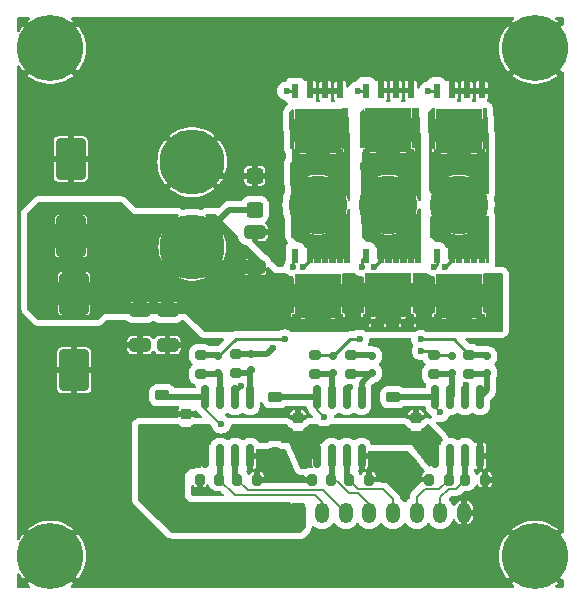
<source format=gbr>
%TF.GenerationSoftware,KiCad,Pcbnew,8.0.1*%
%TF.CreationDate,2024-09-08T16:24:45+01:00*%
%TF.ProjectId,BaselineRP2040MotorController,42617365-6c69-46e6-9552-50323034304d,rev?*%
%TF.SameCoordinates,Original*%
%TF.FileFunction,Copper,L1,Top*%
%TF.FilePolarity,Positive*%
%FSLAX46Y46*%
G04 Gerber Fmt 4.6, Leading zero omitted, Abs format (unit mm)*
G04 Created by KiCad (PCBNEW 8.0.1) date 2024-09-08 16:24:45*
%MOMM*%
%LPD*%
G01*
G04 APERTURE LIST*
G04 Aperture macros list*
%AMRoundRect*
0 Rectangle with rounded corners*
0 $1 Rounding radius*
0 $2 $3 $4 $5 $6 $7 $8 $9 X,Y pos of 4 corners*
0 Add a 4 corners polygon primitive as box body*
4,1,4,$2,$3,$4,$5,$6,$7,$8,$9,$2,$3,0*
0 Add four circle primitives for the rounded corners*
1,1,$1+$1,$2,$3*
1,1,$1+$1,$4,$5*
1,1,$1+$1,$6,$7*
1,1,$1+$1,$8,$9*
0 Add four rect primitives between the rounded corners*
20,1,$1+$1,$2,$3,$4,$5,0*
20,1,$1+$1,$4,$5,$6,$7,0*
20,1,$1+$1,$6,$7,$8,$9,0*
20,1,$1+$1,$8,$9,$2,$3,0*%
G04 Aperture macros list end*
%TA.AperFunction,ComponentPad*%
%ADD10C,5.500000*%
%TD*%
%TA.AperFunction,SMDPad,CuDef*%
%ADD11R,0.610000X1.270000*%
%TD*%
%TA.AperFunction,SMDPad,CuDef*%
%ADD12R,3.910000X3.810000*%
%TD*%
%TA.AperFunction,SMDPad,CuDef*%
%ADD13R,0.610000X1.020000*%
%TD*%
%TA.AperFunction,SMDPad,CuDef*%
%ADD14RoundRect,0.225000X-0.250000X0.225000X-0.250000X-0.225000X0.250000X-0.225000X0.250000X0.225000X0*%
%TD*%
%TA.AperFunction,SMDPad,CuDef*%
%ADD15RoundRect,0.250000X0.450000X-0.400000X0.450000X0.400000X-0.450000X0.400000X-0.450000X-0.400000X0*%
%TD*%
%TA.AperFunction,SMDPad,CuDef*%
%ADD16RoundRect,0.200000X0.275000X-0.200000X0.275000X0.200000X-0.275000X0.200000X-0.275000X-0.200000X0*%
%TD*%
%TA.AperFunction,SMDPad,CuDef*%
%ADD17RoundRect,0.150000X0.150000X-0.825000X0.150000X0.825000X-0.150000X0.825000X-0.150000X-0.825000X0*%
%TD*%
%TA.AperFunction,SMDPad,CuDef*%
%ADD18RoundRect,0.250000X-0.650000X0.325000X-0.650000X-0.325000X0.650000X-0.325000X0.650000X0.325000X0*%
%TD*%
%TA.AperFunction,ComponentPad*%
%ADD19C,2.900000*%
%TD*%
%TA.AperFunction,ConnectorPad*%
%ADD20C,5.000000*%
%TD*%
%TA.AperFunction,SMDPad,CuDef*%
%ADD21RoundRect,0.200000X-0.200000X-0.275000X0.200000X-0.275000X0.200000X0.275000X-0.200000X0.275000X0*%
%TD*%
%TA.AperFunction,SMDPad,CuDef*%
%ADD22RoundRect,0.150000X-0.200000X0.150000X-0.200000X-0.150000X0.200000X-0.150000X0.200000X0.150000X0*%
%TD*%
%TA.AperFunction,SMDPad,CuDef*%
%ADD23RoundRect,0.200000X0.200000X0.275000X-0.200000X0.275000X-0.200000X-0.275000X0.200000X-0.275000X0*%
%TD*%
%TA.AperFunction,ComponentPad*%
%ADD24C,3.600000*%
%TD*%
%TA.AperFunction,ConnectorPad*%
%ADD25C,5.600000*%
%TD*%
%TA.AperFunction,SMDPad,CuDef*%
%ADD26RoundRect,0.250000X1.000000X-1.500000X1.000000X1.500000X-1.000000X1.500000X-1.000000X-1.500000X0*%
%TD*%
%TA.AperFunction,ComponentPad*%
%ADD27RoundRect,0.250000X-0.350000X-0.625000X0.350000X-0.625000X0.350000X0.625000X-0.350000X0.625000X0*%
%TD*%
%TA.AperFunction,ComponentPad*%
%ADD28O,1.200000X1.750000*%
%TD*%
%TA.AperFunction,SMDPad,CuDef*%
%ADD29RoundRect,0.250000X0.650000X-0.325000X0.650000X0.325000X-0.650000X0.325000X-0.650000X-0.325000X0*%
%TD*%
%TA.AperFunction,SMDPad,CuDef*%
%ADD30RoundRect,0.225000X-0.375000X0.225000X-0.375000X-0.225000X0.375000X-0.225000X0.375000X0.225000X0*%
%TD*%
%TA.AperFunction,SMDPad,CuDef*%
%ADD31RoundRect,0.250000X-1.000000X1.500000X-1.000000X-1.500000X1.000000X-1.500000X1.000000X1.500000X0*%
%TD*%
%TA.AperFunction,ViaPad*%
%ADD32C,0.600000*%
%TD*%
%TA.AperFunction,Conductor*%
%ADD33C,0.275000*%
%TD*%
%TA.AperFunction,Conductor*%
%ADD34C,0.500000*%
%TD*%
%TA.AperFunction,Conductor*%
%ADD35C,0.200000*%
%TD*%
%ADD36C,0.300000*%
%ADD37C,0.350000*%
G04 APERTURE END LIST*
D10*
%TO.P,J4,1,Pin_1*%
%TO.N,GND*%
X54400000Y-65224999D03*
%TO.P,J4,2,Pin_2*%
%TO.N,VMOT_PWR*%
X54400000Y-72425001D03*
%TD*%
D11*
%TO.P,AL2,1,S*%
%TO.N,GND*%
X71635000Y-59159996D03*
X70364998Y-59159997D03*
X72905000Y-59160000D03*
%TO.P,AL2,2,G*%
%TO.N,Net-(AL2-G)*%
X69095000Y-59159995D03*
D12*
%TO.P,AL2,3,D*%
%TO.N,/BLDC Power Control/Motor Phase V/V_OUT*%
X71000000Y-62519998D03*
D13*
X69095002Y-64624998D03*
X70365003Y-64625000D03*
X72904999Y-64625002D03*
X71634999Y-64625002D03*
%TD*%
D14*
%TO.P,C28,1*%
%TO.N,GND*%
X53874998Y-86575002D03*
%TO.P,C28,2*%
%TO.N,+12V*%
X53875002Y-88124998D03*
%TD*%
D15*
%TO.P,D14,1,A1*%
%TO.N,VMOT_PWR*%
X59690000Y-69270002D03*
%TO.P,D14,2,A2*%
%TO.N,GND*%
X59690000Y-66369998D03*
%TD*%
D16*
%TO.P,R17,1,1*%
%TO.N,Net-(D4-K)*%
X58125000Y-83100000D03*
%TO.P,R17,2,2*%
%TO.N,Net-(AL1-G)*%
X58124998Y-81450002D03*
%TD*%
D17*
%TO.P,U9,1,VCC*%
%TO.N,+12V*%
X74974691Y-90075000D03*
%TO.P,U9,2,HIN*%
%TO.N,/PWM H X*%
X76244691Y-90075000D03*
%TO.P,U9,3,~{LIN}*%
%TO.N,/PWM L X*%
X77514691Y-90075000D03*
%TO.P,U9,4,COM*%
%TO.N,GND*%
X78784690Y-90075000D03*
%TO.P,U9,5,LO*%
%TO.N,Net-(D12-K)*%
X78784691Y-85125000D03*
%TO.P,U9,6,VS*%
%TO.N,/BLDC Power Control/Motor Phase X/X_OUT*%
X77514691Y-85125000D03*
%TO.P,U9,7,HO*%
%TO.N,Net-(D11-K)*%
X76244691Y-85125000D03*
%TO.P,U9,8,VB*%
%TO.N,Net-(D10-K)*%
X74974692Y-85125000D03*
%TD*%
D18*
%TO.P,C34,1*%
%TO.N,VMOT_PWR*%
X49979998Y-77754999D03*
%TO.P,C34,2*%
%TO.N,GND*%
X49980002Y-80705001D03*
%TD*%
D19*
%TO.P,H6,1,1*%
%TO.N,/BLDC Power Control/Motor Phase V/V_OUT*%
X71000000Y-68829998D03*
D20*
X71000000Y-68829998D03*
%TD*%
D21*
%TO.P,R23,1,1*%
%TO.N,GND*%
X64513056Y-92100000D03*
%TO.P,R23,2,2*%
%TO.N,/PWM H V*%
X66163056Y-92100000D03*
%TD*%
D11*
%TO.P,AL3,1,S*%
%TO.N,GND*%
X77635000Y-59189992D03*
X76364998Y-59189993D03*
X78905000Y-59189996D03*
%TO.P,AL3,2,G*%
%TO.N,Net-(AL3-G)*%
X75095000Y-59189991D03*
D12*
%TO.P,AL3,3,D*%
%TO.N,/BLDC Power Control/Motor Phase X/X_OUT*%
X77000000Y-62549994D03*
D13*
X75095002Y-64654994D03*
X76365003Y-64654996D03*
X78904999Y-64654998D03*
X77634999Y-64654998D03*
%TD*%
D19*
%TO.P,H7,1,1*%
%TO.N,/BLDC Power Control/Motor Phase X/X_OUT*%
X77000000Y-68829998D03*
D20*
X77000000Y-68829998D03*
%TD*%
D11*
%TO.P,AH1,1,S*%
%TO.N,/BLDC Power Control/Motor Phase U/U_OUT*%
X65669997Y-73159996D03*
X64399995Y-73159997D03*
X66939997Y-73160000D03*
%TO.P,AH1,2,G*%
%TO.N,Net-(AH1-G)*%
X63129997Y-73159995D03*
D12*
%TO.P,AH1,3,D*%
%TO.N,VMOT_PWR*%
X65034997Y-76519998D03*
D13*
X63129999Y-78624998D03*
X64400000Y-78625000D03*
X66939996Y-78625002D03*
X65669996Y-78625002D03*
%TD*%
D22*
%TO.P,D4,1,K*%
%TO.N,Net-(D4-K)*%
X59375000Y-82850000D03*
%TO.P,D4,2,A*%
%TO.N,Net-(AL1-G)*%
X59375000Y-81450004D03*
%TD*%
%TO.P,D3,1,K*%
%TO.N,Net-(D3-K)*%
X56625000Y-83049998D03*
%TO.P,D3,2,A*%
%TO.N,Net-(AH1-G)*%
X56625000Y-81650002D03*
%TD*%
D23*
%TO.P,R11,1,1*%
%TO.N,GND*%
X59875000Y-92100000D03*
%TO.P,R11,2,2*%
%TO.N,/PWM L U*%
X58225002Y-92100004D03*
%TD*%
D24*
%TO.P,H2,1,1*%
%TO.N,GND*%
X42400000Y-55600000D03*
D25*
X42400000Y-55600000D03*
%TD*%
D22*
%TO.P,D11,1,K*%
%TO.N,Net-(D11-K)*%
X76354690Y-83049998D03*
%TO.P,D11,2,A*%
%TO.N,Net-(AH3-G)*%
X76354690Y-81650002D03*
%TD*%
D26*
%TO.P,C36,1*%
%TO.N,VMOT_PWR*%
X44124999Y-71457503D03*
%TO.P,C36,2*%
%TO.N,GND*%
X44124995Y-64957501D03*
%TD*%
D14*
%TO.P,C22,1*%
%TO.N,GND*%
X63338056Y-86850000D03*
%TO.P,C22,2*%
%TO.N,+12V*%
X63338060Y-88399996D03*
%TD*%
D22*
%TO.P,D12,1,K*%
%TO.N,Net-(D12-K)*%
X79354691Y-83049998D03*
%TO.P,D12,2,A*%
%TO.N,Net-(AL3-G)*%
X79354691Y-81650002D03*
%TD*%
D11*
%TO.P,AH2,1,S*%
%TO.N,/BLDC Power Control/Motor Phase V/V_OUT*%
X71635000Y-73134996D03*
X70364998Y-73134997D03*
X72905000Y-73135000D03*
%TO.P,AH2,2,G*%
%TO.N,Net-(AH2-G)*%
X69095000Y-73134995D03*
D12*
%TO.P,AH2,3,D*%
%TO.N,VMOT_PWR*%
X71000000Y-76494998D03*
D13*
X69095002Y-78599998D03*
X70365003Y-78600000D03*
X72904999Y-78600002D03*
X71634999Y-78600002D03*
%TD*%
D17*
%TO.P,U5,1,VCC*%
%TO.N,+12V*%
X55494998Y-90074998D03*
%TO.P,U5,2,HIN*%
%TO.N,/PWM H U*%
X56764999Y-90075001D03*
%TO.P,U5,3,~{LIN}*%
%TO.N,/PWM L U*%
X58035006Y-90075004D03*
%TO.P,U5,4,COM*%
%TO.N,GND*%
X59305001Y-90074997D03*
%TO.P,U5,5,LO*%
%TO.N,Net-(D4-K)*%
X59305002Y-85125002D03*
%TO.P,U5,6,VS*%
%TO.N,/BLDC Power Control/Motor Phase U/U_OUT*%
X58035001Y-85124999D03*
%TO.P,U5,7,HO*%
%TO.N,Net-(D3-K)*%
X56764994Y-85124996D03*
%TO.P,U5,8,VB*%
%TO.N,Net-(D2-K)*%
X55494999Y-85125003D03*
%TD*%
D27*
%TO.P,J1,1,Pin_1*%
%TO.N,+12V*%
X63400000Y-94900000D03*
D28*
%TO.P,J1,2,Pin_2*%
%TO.N,/PWM H U*%
X65400000Y-94900000D03*
%TO.P,J1,3,Pin_3*%
%TO.N,/PWM L U*%
X67400000Y-94900000D03*
%TO.P,J1,4,Pin_4*%
%TO.N,/PWM H V*%
X69400000Y-94900000D03*
%TO.P,J1,5,Pin_5*%
%TO.N,/PWM L V*%
X71400000Y-94900000D03*
%TO.P,J1,6,Pin_6*%
%TO.N,/PWM H X*%
X73400000Y-94900000D03*
%TO.P,J1,7,Pin_7*%
%TO.N,/PWM L X*%
X75400000Y-94900000D03*
%TO.P,J1,8,Pin_8*%
%TO.N,GND*%
X77400000Y-94900000D03*
%TD*%
D29*
%TO.P,C38,1*%
%TO.N,VMOT_PWR*%
X59690001Y-74085000D03*
%TO.P,C38,2*%
%TO.N,GND*%
X59689999Y-71135000D03*
%TD*%
D21*
%TO.P,R10,1,1*%
%TO.N,GND*%
X55050000Y-92100000D03*
%TO.P,R10,2,2*%
%TO.N,/PWM H U*%
X56700000Y-92100000D03*
%TD*%
D19*
%TO.P,H5,1,1*%
%TO.N,/BLDC Power Control/Motor Phase U/U_OUT*%
X65034997Y-68829998D03*
D20*
X65034997Y-68829998D03*
%TD*%
D11*
%TO.P,AL1,1,S*%
%TO.N,GND*%
X65669997Y-59194996D03*
X64399995Y-59194997D03*
X66939997Y-59195000D03*
%TO.P,AL1,2,G*%
%TO.N,Net-(AL1-G)*%
X63129997Y-59194995D03*
D12*
%TO.P,AL1,3,D*%
%TO.N,/BLDC Power Control/Motor Phase U/U_OUT*%
X65034997Y-62554998D03*
D13*
X63129999Y-64659998D03*
X64400000Y-64660000D03*
X66939996Y-64660002D03*
X65669996Y-64660002D03*
%TD*%
D23*
%TO.P,R37,1,1*%
%TO.N,GND*%
X79179690Y-92099998D03*
%TO.P,R37,2,2*%
%TO.N,/PWM L X*%
X77529692Y-92100002D03*
%TD*%
D22*
%TO.P,D7,1,K*%
%TO.N,Net-(D7-K)*%
X66338056Y-83049998D03*
%TO.P,D7,2,A*%
%TO.N,Net-(AH2-G)*%
X66338056Y-81650002D03*
%TD*%
D30*
%TO.P,D6,1,K*%
%TO.N,Net-(D6-K)*%
X61400002Y-85120930D03*
%TO.P,D6,2,A*%
%TO.N,+12V*%
X61399998Y-88420926D03*
%TD*%
D14*
%TO.P,C16,1*%
%TO.N,GND*%
X73354691Y-86850000D03*
%TO.P,C16,2*%
%TO.N,+12V*%
X73354695Y-88399996D03*
%TD*%
D24*
%TO.P,H3,1,1*%
%TO.N,GND*%
X42400000Y-98600000D03*
D25*
X42400000Y-98600000D03*
%TD*%
D16*
%TO.P,R30,1,1*%
%TO.N,Net-(D8-K)*%
X67840964Y-83173921D03*
%TO.P,R30,2,2*%
%TO.N,Net-(AL2-G)*%
X67840962Y-81523923D03*
%TD*%
%TO.P,R29,1,1*%
%TO.N,Net-(D7-K)*%
X64838057Y-83174999D03*
%TO.P,R29,2,2*%
%TO.N,Net-(AH2-G)*%
X64838055Y-81525001D03*
%TD*%
D23*
%TO.P,R24,1,1*%
%TO.N,GND*%
X69338055Y-92099998D03*
%TO.P,R24,2,2*%
%TO.N,/PWM L V*%
X67688057Y-92100002D03*
%TD*%
D18*
%TO.P,C35,1*%
%TO.N,VMOT_PWR*%
X52310001Y-77755000D03*
%TO.P,C35,2*%
%TO.N,GND*%
X52309999Y-80705000D03*
%TD*%
D16*
%TO.P,R42,1,1*%
%TO.N,Net-(D11-K)*%
X74854692Y-83174999D03*
%TO.P,R42,2,2*%
%TO.N,Net-(AH3-G)*%
X74854690Y-81525001D03*
%TD*%
D24*
%TO.P,H4,1,1*%
%TO.N,GND*%
X83400000Y-98600000D03*
D25*
X83400000Y-98600000D03*
%TD*%
D11*
%TO.P,AH3,1,S*%
%TO.N,/BLDC Power Control/Motor Phase X/X_OUT*%
X77635000Y-73159996D03*
X76364998Y-73159997D03*
X78905000Y-73160000D03*
%TO.P,AH3,2,G*%
%TO.N,Net-(AH3-G)*%
X75095000Y-73159995D03*
D12*
%TO.P,AH3,3,D*%
%TO.N,VMOT_PWR*%
X77000000Y-76519998D03*
D13*
X75095002Y-78624998D03*
X76365003Y-78625000D03*
X78904999Y-78625002D03*
X77634999Y-78625002D03*
%TD*%
D17*
%TO.P,U7,1,VCC*%
%TO.N,+12V*%
X64933056Y-90075000D03*
%TO.P,U7,2,HIN*%
%TO.N,/PWM H V*%
X66203055Y-90075001D03*
%TO.P,U7,3,~{LIN}*%
%TO.N,/PWM L V*%
X67473056Y-90075000D03*
%TO.P,U7,4,COM*%
%TO.N,GND*%
X68743056Y-90075000D03*
%TO.P,U7,5,LO*%
%TO.N,Net-(D8-K)*%
X68743056Y-85125000D03*
%TO.P,U7,6,VS*%
%TO.N,/BLDC Power Control/Motor Phase V/V_OUT*%
X67473057Y-85124999D03*
%TO.P,U7,7,HO*%
%TO.N,Net-(D7-K)*%
X66203056Y-85125000D03*
%TO.P,U7,8,VB*%
%TO.N,Net-(D6-K)*%
X64933056Y-85125000D03*
%TD*%
D30*
%TO.P,D10,1,K*%
%TO.N,Net-(D10-K)*%
X71400002Y-85115478D03*
%TO.P,D10,2,A*%
%TO.N,+12V*%
X71399998Y-88415474D03*
%TD*%
D16*
%TO.P,R43,1,1*%
%TO.N,Net-(D12-K)*%
X77854692Y-83174999D03*
%TO.P,R43,2,2*%
%TO.N,Net-(AL3-G)*%
X77854690Y-81525001D03*
%TD*%
D24*
%TO.P,H1,1,1*%
%TO.N,GND*%
X83400000Y-55600000D03*
D25*
X83400000Y-55600000D03*
%TD*%
D31*
%TO.P,C37,1*%
%TO.N,VMOT_PWR*%
X44400002Y-76349998D03*
%TO.P,C37,2*%
%TO.N,GND*%
X44399998Y-82850002D03*
%TD*%
D16*
%TO.P,R16,1,1*%
%TO.N,Net-(D3-K)*%
X55125001Y-83174999D03*
%TO.P,R16,2,2*%
%TO.N,Net-(AH1-G)*%
X55124999Y-81525001D03*
%TD*%
D22*
%TO.P,D8,1,K*%
%TO.N,Net-(D8-K)*%
X69588056Y-83049998D03*
%TO.P,D8,2,A*%
%TO.N,Net-(AL2-G)*%
X69588056Y-81650002D03*
%TD*%
D21*
%TO.P,R36,1,1*%
%TO.N,GND*%
X74454691Y-92100000D03*
%TO.P,R36,2,2*%
%TO.N,/PWM H X*%
X76104691Y-92100000D03*
%TD*%
D30*
%TO.P,D2,1,K*%
%TO.N,Net-(D2-K)*%
X51875002Y-84950002D03*
%TO.P,D2,2,A*%
%TO.N,+12V*%
X51874998Y-88249998D03*
%TD*%
D32*
%TO.N,GND*%
X71400000Y-80400000D03*
%TO.N,/BLDC Power Control/Motor Phase U/U_OUT*%
X63818110Y-74114996D03*
X58515687Y-84182258D03*
%TO.N,GND*%
X60400000Y-90100000D03*
X70650000Y-92100000D03*
X73400000Y-92100000D03*
X55000000Y-93200000D03*
X63328577Y-86114281D03*
%TO.N,/BLDC Power Control/Motor Phase V/V_OUT*%
X67780000Y-84230000D03*
X69782960Y-74089996D03*
%TO.N,/BLDC Power Control/Motor Phase X/X_OUT*%
X75783487Y-74115836D03*
X77601925Y-84074999D03*
%TO.N,Net-(D2-K)*%
X56860000Y-87400000D03*
%TO.N,Net-(D6-K)*%
X65590000Y-86800000D03*
%TO.N,Net-(D10-K)*%
X75420000Y-86400000D03*
%TO.N,Net-(AH1-G)*%
X62948331Y-74083212D03*
X62237500Y-80200000D03*
%TO.N,Net-(AH2-G)*%
X68600000Y-80200000D03*
X68770000Y-74100000D03*
%TO.N,Net-(AH3-G)*%
X73800000Y-81200000D03*
X74900000Y-74090000D03*
%TO.N,Net-(AL1-G)*%
X61200000Y-81000000D03*
X62405005Y-59194995D03*
%TO.N,Net-(AL2-G)*%
X68600000Y-81523923D03*
X68400000Y-59200000D03*
%TO.N,Net-(AL3-G)*%
X74400000Y-59200000D03*
X73747350Y-80222839D03*
%TD*%
D33*
%TO.N,/BLDC Power Control/Motor Phase U/U_OUT*%
X58035001Y-84662944D02*
X58515687Y-84182258D01*
X63818110Y-74114996D02*
X64399995Y-73533111D01*
X64399995Y-73533111D02*
X64399995Y-73159997D01*
X58035001Y-85124999D02*
X58035001Y-84662944D01*
D34*
%TO.N,GND*%
X59690000Y-66369998D02*
X55544999Y-66369998D01*
D35*
X63338056Y-86123760D02*
X63328577Y-86114281D01*
D34*
X55544999Y-66369998D02*
X54400000Y-65224999D01*
D35*
X63338056Y-86850000D02*
X63338056Y-86123760D01*
D34*
%TO.N,/PWM H U*%
X56764999Y-90075001D02*
X56764999Y-92035001D01*
D35*
X58000000Y-93400000D02*
X64800000Y-93400000D01*
X64800000Y-93400000D02*
X65400000Y-94000000D01*
X65400000Y-94000000D02*
X65400000Y-94900000D01*
D34*
X56764999Y-92035001D02*
X56700000Y-92100000D01*
D35*
X56700000Y-92100000D02*
X58000000Y-93400000D01*
%TO.N,/PWM L U*%
X58225002Y-92100004D02*
X59124998Y-93000000D01*
D34*
X58035006Y-91910008D02*
X58225002Y-92100004D01*
D35*
X65500000Y-93000000D02*
X67400000Y-94900000D01*
D34*
X58035006Y-90075004D02*
X58035006Y-91910008D01*
D35*
X59124998Y-93000000D02*
X65500000Y-93000000D01*
D34*
%TO.N,/PWM H V*%
X66203055Y-92060001D02*
X66163056Y-92100000D01*
D35*
X66800407Y-92400000D02*
X67675405Y-93274998D01*
X67675405Y-93274998D02*
X68474998Y-93274998D01*
X68474998Y-93274998D02*
X69400000Y-94200000D01*
X69400000Y-94200000D02*
X69400000Y-94900000D01*
X66800000Y-92400000D02*
X66800407Y-92400000D01*
X66500000Y-92100000D02*
X66800000Y-92400000D01*
X66163056Y-92100000D02*
X66500000Y-92100000D01*
D34*
X66203055Y-90075001D02*
X66203055Y-92060001D01*
D33*
%TO.N,/BLDC Power Control/Motor Phase V/V_OUT*%
X69782960Y-74089996D02*
X70364998Y-73507958D01*
X70364998Y-73507958D02*
X70364998Y-73134997D01*
%TO.N,/BLDC Power Control/Motor Phase X/X_OUT*%
X76364998Y-73534325D02*
X76364998Y-73159997D01*
X75783487Y-74115836D02*
X76364998Y-73534325D01*
D35*
%TO.N,Net-(D2-K)*%
X55494999Y-86144999D02*
X56750000Y-87400000D01*
X55494999Y-85125003D02*
X55494999Y-86144999D01*
D34*
X55494999Y-85125003D02*
X52050003Y-85125003D01*
X52050003Y-85125003D02*
X51875002Y-84950002D01*
D35*
X56750000Y-87400000D02*
X56860000Y-87400000D01*
D34*
%TO.N,Net-(D3-K)*%
X56764994Y-85124996D02*
X56764994Y-83189992D01*
X55125001Y-83174999D02*
X56499999Y-83174999D01*
X56764994Y-83189992D02*
X56625000Y-83049998D01*
X56499999Y-83174999D02*
X56625000Y-83049998D01*
%TO.N,Net-(D4-K)*%
X59125000Y-83100000D02*
X59375000Y-82850000D01*
X59305002Y-85125002D02*
X59305002Y-82919998D01*
X59305002Y-82919998D02*
X59375000Y-82850000D01*
X58125000Y-83100000D02*
X59125000Y-83100000D01*
D35*
%TO.N,Net-(D6-K)*%
X64933056Y-86173056D02*
X65460000Y-86700000D01*
D34*
X61400002Y-85120930D02*
X64928986Y-85120930D01*
X64928986Y-85120930D02*
X64933056Y-85125000D01*
D35*
X65460000Y-86700000D02*
X65560000Y-86800000D01*
X64933056Y-85125000D02*
X64933056Y-86173056D01*
X65560000Y-86800000D02*
X65590000Y-86800000D01*
D34*
%TO.N,Net-(D7-K)*%
X66203056Y-85125000D02*
X66203056Y-83184998D01*
X66203056Y-83184998D02*
X66338056Y-83049998D01*
X66213055Y-83174999D02*
X66338056Y-83049998D01*
X64838057Y-83174999D02*
X66213055Y-83174999D01*
%TO.N,Net-(D8-K)*%
X69464133Y-83173921D02*
X69588056Y-83049998D01*
X68743056Y-85125000D02*
X68743056Y-83894998D01*
X68743056Y-83894998D02*
X69464133Y-83173921D01*
X67840964Y-83173921D02*
X69464133Y-83173921D01*
D35*
%TO.N,Net-(D10-K)*%
X74974692Y-85954692D02*
X75420000Y-86400000D01*
D34*
X71409524Y-85125000D02*
X74974692Y-85125000D01*
X71400002Y-85115478D02*
X71409524Y-85125000D01*
D35*
X74974692Y-85125000D02*
X74974692Y-85954692D01*
D34*
%TO.N,Net-(D11-K)*%
X74854692Y-83174999D02*
X76229689Y-83174999D01*
X76229689Y-83174999D02*
X76354690Y-83049998D01*
X76354690Y-83049998D02*
X76354690Y-85015001D01*
X76354690Y-85015001D02*
X76244691Y-85125000D01*
%TO.N,Net-(D12-K)*%
X79354691Y-83049998D02*
X79354691Y-84555000D01*
X79354691Y-84555000D02*
X78784691Y-85125000D01*
X77854692Y-83174999D02*
X79229690Y-83174999D01*
X79229690Y-83174999D02*
X79354691Y-83049998D01*
%TO.N,/PWM L V*%
X67473056Y-91885001D02*
X67688057Y-92100002D01*
D35*
X67688057Y-92100002D02*
X68463053Y-92874998D01*
X71400000Y-93750000D02*
X71400000Y-94900000D01*
X70524998Y-92874998D02*
X71400000Y-93750000D01*
D34*
X67473056Y-90075000D02*
X67473056Y-91885001D01*
D35*
X68463053Y-92874998D02*
X70524998Y-92874998D01*
D34*
%TO.N,Net-(AH1-G)*%
X55124999Y-81525001D02*
X56499999Y-81525001D01*
D33*
X62948331Y-74083212D02*
X62948331Y-73341661D01*
D34*
X56499999Y-81525001D02*
X56625000Y-81650002D01*
D33*
X62237500Y-80200000D02*
X58075002Y-80200000D01*
X62948331Y-73341661D02*
X63129997Y-73159995D01*
X58075002Y-80200000D02*
X56625000Y-81650002D01*
%TO.N,Net-(AH2-G)*%
X66338056Y-81650002D02*
X67788058Y-80200000D01*
X68770000Y-73459995D02*
X69095000Y-73134995D01*
X68770000Y-74100000D02*
X68770000Y-73459995D01*
X67788058Y-80200000D02*
X68600000Y-80200000D01*
X66213055Y-81525001D02*
X66338056Y-81650002D01*
X64838055Y-81525001D02*
X66213055Y-81525001D01*
%TO.N,Net-(AH3-G)*%
X74900000Y-74090000D02*
X75095000Y-73895000D01*
X74529689Y-81200000D02*
X74854690Y-81525001D01*
X74854690Y-81525001D02*
X76229689Y-81525001D01*
X75095000Y-73895000D02*
X75095000Y-73159995D01*
X76229689Y-81525001D02*
X76354690Y-81650002D01*
X73800000Y-81200000D02*
X74529689Y-81200000D01*
%TO.N,Net-(AL1-G)*%
X62400000Y-59200000D02*
X62405005Y-59194995D01*
D34*
X58124998Y-81450002D02*
X59374998Y-81450002D01*
X59375000Y-81450004D02*
X60749996Y-81450004D01*
X60749996Y-81450004D02*
X61200000Y-81000000D01*
D33*
X63129997Y-59194995D02*
X62405005Y-59194995D01*
D34*
X59374998Y-81450002D02*
X59375000Y-81450004D01*
%TO.N,Net-(AL2-G)*%
X67840962Y-81523923D02*
X68600000Y-81523923D01*
X68600000Y-81523923D02*
X69461977Y-81523923D01*
D33*
X68400000Y-59200000D02*
X68440005Y-59159995D01*
D34*
X69461977Y-81523923D02*
X69588056Y-81650002D01*
D33*
X68440005Y-59159995D02*
X69095000Y-59159995D01*
%TO.N,Net-(AL3-G)*%
X73747350Y-80222839D02*
X76552528Y-80222839D01*
D34*
X79229690Y-81525001D02*
X79354691Y-81650002D01*
D33*
X76552528Y-80222839D02*
X77854690Y-81525001D01*
X75095000Y-59189991D02*
X74410009Y-59189991D01*
D34*
X77854690Y-81525001D02*
X79229690Y-81525001D01*
D33*
X74410009Y-59189991D02*
X74400000Y-59200000D01*
D34*
%TO.N,/PWM H X*%
X76244691Y-90075000D02*
X76244691Y-91960000D01*
D35*
X73400000Y-93550000D02*
X73400000Y-94900000D01*
X75329691Y-92875000D02*
X74075000Y-92875000D01*
D34*
X76244691Y-91960000D02*
X76104691Y-92100000D01*
D35*
X76104691Y-92100000D02*
X75329691Y-92875000D01*
X74075000Y-92875000D02*
X73400000Y-93550000D01*
%TO.N,/PWM L X*%
X77529692Y-92100002D02*
X76754694Y-92875000D01*
X76125000Y-92875000D02*
X75400000Y-93600000D01*
X76754694Y-92875000D02*
X76125000Y-92875000D01*
D34*
X77514691Y-90075000D02*
X77514691Y-92085001D01*
X77514691Y-92085001D02*
X77529692Y-92100002D01*
D35*
X75400000Y-93600000D02*
X75400000Y-94900000D01*
D34*
%TO.N,VMOT_PWR*%
X57554999Y-69270002D02*
X54400000Y-72425001D01*
X59690000Y-69270002D02*
X57554999Y-69270002D01*
%TD*%
%TA.AperFunction,Conductor*%
%TO.N,VMOT_PWR*%
G36*
X48415677Y-68619685D02*
G01*
X48436319Y-68636319D01*
X49400000Y-69600000D01*
X53151559Y-69600000D01*
X53218598Y-69619685D01*
X53264353Y-69672489D01*
X53274297Y-69741647D01*
X53245272Y-69805203D01*
X53218972Y-69825659D01*
X53218402Y-69829189D01*
X53639656Y-70250443D01*
X53380553Y-70357768D01*
X53119447Y-70508518D01*
X52880251Y-70692059D01*
X52667058Y-70905252D01*
X52483517Y-71144448D01*
X52332767Y-71405554D01*
X52225443Y-71664657D01*
X51805348Y-71244562D01*
X51805347Y-71244562D01*
X51717336Y-71448592D01*
X51622121Y-71766635D01*
X51622118Y-71766649D01*
X51564474Y-72093563D01*
X51564473Y-72093574D01*
X51545170Y-72424997D01*
X51545170Y-72425004D01*
X51564473Y-72756427D01*
X51564474Y-72756438D01*
X51622118Y-73083352D01*
X51622121Y-73083366D01*
X51717336Y-73401409D01*
X51805347Y-73605439D01*
X52225442Y-73185343D01*
X52332767Y-73444448D01*
X52483517Y-73705554D01*
X52667058Y-73944750D01*
X52880251Y-74157943D01*
X53119447Y-74341484D01*
X53380553Y-74492234D01*
X53639655Y-74599557D01*
X53218402Y-75020810D01*
X53269266Y-75046354D01*
X53581213Y-75159893D01*
X53581234Y-75159900D01*
X53904248Y-75236457D01*
X53904263Y-75236459D01*
X54234012Y-75275000D01*
X54234013Y-75275001D01*
X54565987Y-75275001D01*
X54565987Y-75275000D01*
X54895736Y-75236459D01*
X54895751Y-75236457D01*
X55218765Y-75159900D01*
X55218786Y-75159893D01*
X55530741Y-75046351D01*
X55530747Y-75046348D01*
X55581596Y-75020811D01*
X55581596Y-75020810D01*
X55220786Y-74660000D01*
X58795025Y-74660000D01*
X58833812Y-74698787D01*
X58938749Y-74750087D01*
X58938752Y-74750088D01*
X59006781Y-74759999D01*
X59115000Y-74759999D01*
X59115001Y-74759998D01*
X59115001Y-74660000D01*
X58795025Y-74660000D01*
X55220786Y-74660000D01*
X55160343Y-74599557D01*
X55419447Y-74492234D01*
X55680553Y-74341484D01*
X55919749Y-74157943D01*
X56132942Y-73944750D01*
X56316483Y-73705554D01*
X56467233Y-73444448D01*
X56574556Y-73185344D01*
X56994651Y-73605439D01*
X57035821Y-73509999D01*
X58795025Y-73509999D01*
X58795026Y-73510000D01*
X59115001Y-73510000D01*
X59115001Y-73410000D01*
X59006787Y-73410000D01*
X58938752Y-73419912D01*
X58833809Y-73471215D01*
X58795025Y-73509999D01*
X57035821Y-73509999D01*
X57082661Y-73401413D01*
X57177878Y-73083366D01*
X57177881Y-73083352D01*
X57235525Y-72756438D01*
X57235526Y-72756427D01*
X57254830Y-72425004D01*
X57254830Y-72424997D01*
X57235526Y-72093574D01*
X57235525Y-72093563D01*
X57177881Y-71766649D01*
X57177878Y-71766635D01*
X57082663Y-71448592D01*
X56994651Y-71244561D01*
X56574556Y-71664656D01*
X56467233Y-71405554D01*
X56316483Y-71144448D01*
X56132942Y-70905252D01*
X55919749Y-70692059D01*
X55680553Y-70508518D01*
X55419447Y-70357768D01*
X55160342Y-70250443D01*
X55581596Y-69829190D01*
X55580678Y-69823506D01*
X55541714Y-69787134D01*
X55524523Y-69719412D01*
X55546674Y-69653147D01*
X55601135Y-69609377D01*
X55648438Y-69600000D01*
X56260000Y-69600000D01*
X56348638Y-69600000D01*
X56415677Y-69619685D01*
X56436319Y-69636319D01*
X58255972Y-71455972D01*
X58289457Y-71517295D01*
X58291649Y-71531051D01*
X58300000Y-71612797D01*
X58300000Y-71612799D01*
X58350977Y-71766635D01*
X58355185Y-71779334D01*
X58447287Y-71928656D01*
X58571343Y-72052712D01*
X58720665Y-72144814D01*
X58887202Y-72199999D01*
X58968949Y-72208350D01*
X59033640Y-72234746D01*
X59044027Y-72244027D01*
X60254396Y-73454396D01*
X60264922Y-73486021D01*
X60265001Y-73490447D01*
X60265001Y-74759999D01*
X60373219Y-74759999D01*
X60441250Y-74750087D01*
X60546192Y-74698784D01*
X60628788Y-74616188D01*
X60680088Y-74511251D01*
X60680089Y-74511248D01*
X60690000Y-74443219D01*
X60690000Y-74189362D01*
X60709684Y-74122323D01*
X60762488Y-74076568D01*
X60831647Y-74066624D01*
X60895202Y-74095649D01*
X60901681Y-74101681D01*
X61400000Y-74600000D01*
X62281679Y-74600000D01*
X62348718Y-74619685D01*
X62369360Y-74636319D01*
X62446069Y-74713028D01*
X62598809Y-74809001D01*
X62692043Y-74841625D01*
X62769076Y-74868580D01*
X62769081Y-74868581D01*
X62869880Y-74879938D01*
X62934294Y-74907004D01*
X62973849Y-74964599D01*
X62979997Y-75003158D01*
X62979997Y-75519998D01*
X67089996Y-75519998D01*
X67089996Y-74724000D01*
X67109681Y-74656961D01*
X67162485Y-74611206D01*
X67213996Y-74600000D01*
X68086560Y-74600000D01*
X68153599Y-74619685D01*
X68174241Y-74636319D01*
X68267738Y-74729816D01*
X68315774Y-74759999D01*
X68404561Y-74815788D01*
X68420478Y-74825789D01*
X68575227Y-74879938D01*
X68590745Y-74885368D01*
X68590750Y-74885369D01*
X68769996Y-74905565D01*
X68770000Y-74905565D01*
X68770001Y-74905565D01*
X68784157Y-74903969D01*
X68807115Y-74901383D01*
X68875937Y-74913437D01*
X68927317Y-74960786D01*
X68945000Y-75024603D01*
X68945000Y-75494998D01*
X73054999Y-75494998D01*
X73054999Y-74724000D01*
X73074684Y-74656961D01*
X73127488Y-74611206D01*
X73178999Y-74600000D01*
X74226560Y-74600000D01*
X74293599Y-74619685D01*
X74314241Y-74636319D01*
X74397738Y-74719816D01*
X74413653Y-74729816D01*
X74550471Y-74815785D01*
X74550478Y-74815789D01*
X74701346Y-74868580D01*
X74720745Y-74875368D01*
X74720749Y-74875369D01*
X74809498Y-74885368D01*
X74834883Y-74888228D01*
X74899297Y-74915294D01*
X74938852Y-74972888D01*
X74945000Y-75011448D01*
X74945000Y-75519998D01*
X79054999Y-75519998D01*
X79054999Y-74724000D01*
X79074684Y-74656961D01*
X79127488Y-74611206D01*
X79178999Y-74600000D01*
X80576000Y-74600000D01*
X80643039Y-74619685D01*
X80688794Y-74672489D01*
X80700000Y-74724000D01*
X80700000Y-79476000D01*
X80680315Y-79543039D01*
X80627511Y-79588794D01*
X80576000Y-79600000D01*
X76703796Y-79600000D01*
X76679606Y-79597617D01*
X76655734Y-79592868D01*
X76615368Y-79584839D01*
X76615366Y-79584839D01*
X74272311Y-79584839D01*
X74206339Y-79565833D01*
X74096872Y-79497050D01*
X73926604Y-79437470D01*
X73926599Y-79437469D01*
X73747354Y-79417274D01*
X73747346Y-79417274D01*
X73568100Y-79437469D01*
X73568095Y-79437470D01*
X73397826Y-79497050D01*
X73264232Y-79580994D01*
X73198260Y-79600000D01*
X71456353Y-79600000D01*
X71442469Y-79599220D01*
X71400002Y-79594435D01*
X71399998Y-79594435D01*
X71357531Y-79599220D01*
X71343647Y-79600000D01*
X69183039Y-79600000D01*
X69116000Y-79580315D01*
X69105724Y-79572945D01*
X69102263Y-79570185D01*
X69102262Y-79570184D01*
X68985870Y-79497050D01*
X68949521Y-79474210D01*
X68821897Y-79429553D01*
X68765120Y-79388831D01*
X68741255Y-79328626D01*
X68708232Y-79372739D01*
X68642768Y-79397156D01*
X68620040Y-79396693D01*
X68600000Y-79394435D01*
X68599998Y-79394435D01*
X68599997Y-79394435D01*
X68599996Y-79394435D01*
X68420750Y-79414630D01*
X68420745Y-79414631D01*
X68250477Y-79474211D01*
X68141011Y-79542994D01*
X68075039Y-79562000D01*
X67725217Y-79562000D01*
X67601967Y-79586516D01*
X67601959Y-79586518D01*
X67596465Y-79588794D01*
X67592198Y-79590561D01*
X67544747Y-79600000D01*
X62820539Y-79600000D01*
X62753500Y-79580315D01*
X62743224Y-79572945D01*
X62739763Y-79570185D01*
X62739762Y-79570184D01*
X62682996Y-79534515D01*
X62587023Y-79474211D01*
X62416754Y-79414631D01*
X62416749Y-79414630D01*
X62237504Y-79394435D01*
X62237496Y-79394435D01*
X62058250Y-79414630D01*
X62058245Y-79414631D01*
X61887977Y-79474211D01*
X61778511Y-79542994D01*
X61712539Y-79562000D01*
X58012161Y-79562000D01*
X57888911Y-79586516D01*
X57888903Y-79586518D01*
X57883409Y-79588794D01*
X57879142Y-79590561D01*
X57831691Y-79600000D01*
X55451362Y-79600000D01*
X55384323Y-79580315D01*
X55363681Y-79563681D01*
X54729998Y-78929998D01*
X62725000Y-78929998D01*
X62725000Y-79144842D01*
X62730801Y-79174016D01*
X62752903Y-79207093D01*
X62785981Y-79229195D01*
X62815152Y-79234997D01*
X62815157Y-79234998D01*
X62824999Y-79234997D01*
X62824999Y-78929998D01*
X63434999Y-78929998D01*
X63434999Y-79234997D01*
X63444844Y-79234997D01*
X63474017Y-79229195D01*
X63507094Y-79207093D01*
X63529197Y-79174014D01*
X63529198Y-79174013D01*
X63534998Y-79144851D01*
X63534999Y-79144848D01*
X63534999Y-78930000D01*
X63995001Y-78930000D01*
X63995001Y-79144844D01*
X64000802Y-79174018D01*
X64022904Y-79207095D01*
X64055982Y-79229197D01*
X64085153Y-79234999D01*
X64085158Y-79235000D01*
X64095000Y-79234999D01*
X64095000Y-78930000D01*
X64705000Y-78930000D01*
X64705000Y-79234999D01*
X64714845Y-79234999D01*
X64744018Y-79229197D01*
X64777095Y-79207095D01*
X64799198Y-79174016D01*
X64799199Y-79174015D01*
X64804999Y-79144853D01*
X64805000Y-79144850D01*
X64805000Y-78930002D01*
X65264997Y-78930002D01*
X65264997Y-79144846D01*
X65270798Y-79174020D01*
X65292900Y-79207097D01*
X65325978Y-79229199D01*
X65355149Y-79235001D01*
X65355154Y-79235002D01*
X65364996Y-79235001D01*
X65364996Y-78930002D01*
X65974996Y-78930002D01*
X65974996Y-79235001D01*
X65984841Y-79235001D01*
X66014014Y-79229199D01*
X66047091Y-79207097D01*
X66069194Y-79174018D01*
X66069195Y-79174017D01*
X66074995Y-79144855D01*
X66074996Y-79144852D01*
X66074996Y-78930002D01*
X66534997Y-78930002D01*
X66534997Y-79144846D01*
X66540798Y-79174020D01*
X66562900Y-79207097D01*
X66595978Y-79229199D01*
X66625149Y-79235001D01*
X66625154Y-79235002D01*
X66634996Y-79235001D01*
X66634996Y-78930002D01*
X67244996Y-78930002D01*
X67244996Y-79235001D01*
X67254841Y-79235001D01*
X67284014Y-79229199D01*
X67317091Y-79207097D01*
X67339194Y-79174018D01*
X67339195Y-79174017D01*
X67344995Y-79144855D01*
X67344996Y-79144852D01*
X67344996Y-78930002D01*
X67244996Y-78930002D01*
X66634996Y-78930002D01*
X66534997Y-78930002D01*
X66074996Y-78930002D01*
X65974996Y-78930002D01*
X65364996Y-78930002D01*
X65264997Y-78930002D01*
X64805000Y-78930002D01*
X64805000Y-78930000D01*
X64705000Y-78930000D01*
X64095000Y-78930000D01*
X63995001Y-78930000D01*
X63534999Y-78930000D01*
X63534999Y-78929998D01*
X63434999Y-78929998D01*
X62824999Y-78929998D01*
X62725000Y-78929998D01*
X54729998Y-78929998D01*
X54704998Y-78904998D01*
X68690003Y-78904998D01*
X68690003Y-79119842D01*
X68695804Y-79149016D01*
X68717906Y-79182094D01*
X68721603Y-79185791D01*
X68755088Y-79247114D01*
X68754682Y-79252787D01*
X68775166Y-79224833D01*
X68790002Y-79209995D01*
X68790002Y-78904998D01*
X69400002Y-78904998D01*
X69400002Y-79209997D01*
X69409847Y-79209997D01*
X69439020Y-79204195D01*
X69472097Y-79182093D01*
X69494200Y-79149014D01*
X69494201Y-79149013D01*
X69500001Y-79119851D01*
X69500002Y-79119848D01*
X69500002Y-78905000D01*
X69960004Y-78905000D01*
X69960004Y-79119844D01*
X69965805Y-79149018D01*
X69987907Y-79182095D01*
X70020985Y-79204197D01*
X70050156Y-79209999D01*
X70050161Y-79210000D01*
X70060003Y-79209999D01*
X70060003Y-78905000D01*
X70670003Y-78905000D01*
X70670003Y-79209999D01*
X70679848Y-79209999D01*
X70709021Y-79204197D01*
X70742098Y-79182095D01*
X70764201Y-79149016D01*
X70764202Y-79149015D01*
X70770002Y-79119853D01*
X70770003Y-79119850D01*
X70770003Y-78905002D01*
X71230000Y-78905002D01*
X71230000Y-79119846D01*
X71235801Y-79149020D01*
X71257903Y-79182097D01*
X71290981Y-79204199D01*
X71320152Y-79210001D01*
X71320157Y-79210002D01*
X71329999Y-79210001D01*
X71329999Y-78905002D01*
X71939999Y-78905002D01*
X71939999Y-79210001D01*
X71949844Y-79210001D01*
X71979017Y-79204199D01*
X72012094Y-79182097D01*
X72034197Y-79149018D01*
X72034198Y-79149017D01*
X72039998Y-79119855D01*
X72039999Y-79119852D01*
X72039999Y-78905002D01*
X72500000Y-78905002D01*
X72500000Y-79119846D01*
X72505801Y-79149020D01*
X72527903Y-79182097D01*
X72560981Y-79204199D01*
X72590152Y-79210001D01*
X72590157Y-79210002D01*
X72599999Y-79210001D01*
X72599999Y-78905002D01*
X73209999Y-78905002D01*
X73209999Y-79210001D01*
X73219844Y-79210001D01*
X73249017Y-79204199D01*
X73282094Y-79182097D01*
X73304197Y-79149018D01*
X73304198Y-79149017D01*
X73309998Y-79119855D01*
X73309999Y-79119852D01*
X73309999Y-78929998D01*
X74690003Y-78929998D01*
X74690003Y-79144842D01*
X74695804Y-79174016D01*
X74717906Y-79207093D01*
X74750984Y-79229195D01*
X74780155Y-79234997D01*
X74780160Y-79234998D01*
X74790002Y-79234997D01*
X74790002Y-78929998D01*
X75400002Y-78929998D01*
X75400002Y-79234997D01*
X75409847Y-79234997D01*
X75439020Y-79229195D01*
X75472097Y-79207093D01*
X75494200Y-79174014D01*
X75494201Y-79174013D01*
X75500001Y-79144851D01*
X75500002Y-79144848D01*
X75500002Y-78930000D01*
X75960004Y-78930000D01*
X75960004Y-79144844D01*
X75965805Y-79174018D01*
X75987907Y-79207095D01*
X76020985Y-79229197D01*
X76050156Y-79234999D01*
X76050161Y-79235000D01*
X76060003Y-79234999D01*
X76060003Y-78930000D01*
X76670003Y-78930000D01*
X76670003Y-79234999D01*
X76679848Y-79234999D01*
X76709021Y-79229197D01*
X76742098Y-79207095D01*
X76764201Y-79174016D01*
X76764202Y-79174015D01*
X76770002Y-79144853D01*
X76770003Y-79144850D01*
X76770003Y-78930002D01*
X77230000Y-78930002D01*
X77230000Y-79144846D01*
X77235801Y-79174020D01*
X77257903Y-79207097D01*
X77290981Y-79229199D01*
X77320152Y-79235001D01*
X77320157Y-79235002D01*
X77329999Y-79235001D01*
X77329999Y-78930002D01*
X77939999Y-78930002D01*
X77939999Y-79235001D01*
X77949844Y-79235001D01*
X77979017Y-79229199D01*
X78012094Y-79207097D01*
X78034197Y-79174018D01*
X78034198Y-79174017D01*
X78039998Y-79144855D01*
X78039999Y-79144852D01*
X78039999Y-78930002D01*
X78500000Y-78930002D01*
X78500000Y-79144846D01*
X78505801Y-79174020D01*
X78527903Y-79207097D01*
X78560981Y-79229199D01*
X78590152Y-79235001D01*
X78590157Y-79235002D01*
X78599999Y-79235001D01*
X78599999Y-78930002D01*
X79209999Y-78930002D01*
X79209999Y-79235001D01*
X79219844Y-79235001D01*
X79249017Y-79229199D01*
X79282094Y-79207097D01*
X79304197Y-79174018D01*
X79304198Y-79174017D01*
X79309998Y-79144855D01*
X79309999Y-79144852D01*
X79309999Y-78930002D01*
X79209999Y-78930002D01*
X78599999Y-78930002D01*
X78500000Y-78930002D01*
X78039999Y-78930002D01*
X77939999Y-78930002D01*
X77329999Y-78930002D01*
X77230000Y-78930002D01*
X76770003Y-78930002D01*
X76770003Y-78930000D01*
X76670003Y-78930000D01*
X76060003Y-78930000D01*
X75960004Y-78930000D01*
X75500002Y-78930000D01*
X75500002Y-78929998D01*
X75400002Y-78929998D01*
X74790002Y-78929998D01*
X74690003Y-78929998D01*
X73309999Y-78929998D01*
X73309999Y-78905002D01*
X73209999Y-78905002D01*
X72599999Y-78905002D01*
X72500000Y-78905002D01*
X72039999Y-78905002D01*
X71939999Y-78905002D01*
X71329999Y-78905002D01*
X71230000Y-78905002D01*
X70770003Y-78905002D01*
X70770003Y-78905000D01*
X70670003Y-78905000D01*
X70060003Y-78905000D01*
X69960004Y-78905000D01*
X69500002Y-78905000D01*
X69500002Y-78904998D01*
X69400002Y-78904998D01*
X68790002Y-78904998D01*
X68690003Y-78904998D01*
X54704998Y-78904998D01*
X54119998Y-78319998D01*
X62724999Y-78319998D01*
X63453999Y-78319998D01*
X63521038Y-78339683D01*
X63566793Y-78392487D01*
X63577999Y-78443998D01*
X63577999Y-78524997D01*
X63952000Y-78524997D01*
X63952000Y-78444000D01*
X63971685Y-78376961D01*
X64019260Y-78335736D01*
X64034997Y-78320000D01*
X64034997Y-77519998D01*
X66034997Y-77519998D01*
X66034997Y-78320002D01*
X66052041Y-78337046D01*
X66061035Y-78339687D01*
X66106790Y-78392491D01*
X66117996Y-78444002D01*
X66117996Y-78524997D01*
X66491996Y-78524997D01*
X66491996Y-78444002D01*
X66511681Y-78376963D01*
X66564485Y-78331208D01*
X66615996Y-78320002D01*
X67344995Y-78320002D01*
X67344995Y-78294998D01*
X68690002Y-78294998D01*
X69419002Y-78294998D01*
X69486041Y-78314683D01*
X69531796Y-78367487D01*
X69543002Y-78418998D01*
X69543002Y-78499997D01*
X69917003Y-78499997D01*
X69917003Y-78419000D01*
X69936688Y-78351961D01*
X69984263Y-78310736D01*
X70000000Y-78295000D01*
X70000000Y-77494998D01*
X72000000Y-77494998D01*
X72000000Y-78295002D01*
X72017044Y-78312046D01*
X72026038Y-78314687D01*
X72071793Y-78367491D01*
X72082999Y-78419002D01*
X72082999Y-78499997D01*
X72456999Y-78499997D01*
X72456999Y-78419002D01*
X72476684Y-78351963D01*
X72513574Y-78319998D01*
X74690002Y-78319998D01*
X75419002Y-78319998D01*
X75486041Y-78339683D01*
X75531796Y-78392487D01*
X75543002Y-78443998D01*
X75543002Y-78524997D01*
X75917003Y-78524997D01*
X75917003Y-78444000D01*
X75936688Y-78376961D01*
X75984263Y-78335736D01*
X76000000Y-78320000D01*
X76000000Y-77519998D01*
X78000000Y-77519998D01*
X78000000Y-78320002D01*
X78017044Y-78337046D01*
X78026038Y-78339687D01*
X78071793Y-78392491D01*
X78082999Y-78444002D01*
X78082999Y-78524997D01*
X78456999Y-78524997D01*
X78456999Y-78444002D01*
X78476684Y-78376963D01*
X78529488Y-78331208D01*
X78580999Y-78320002D01*
X79309998Y-78320002D01*
X79309998Y-78105157D01*
X79304196Y-78075983D01*
X79282094Y-78042906D01*
X79249015Y-78020803D01*
X79249014Y-78020802D01*
X79219852Y-78015002D01*
X79178999Y-78015002D01*
X79111960Y-77995317D01*
X79066205Y-77942513D01*
X79054999Y-77891002D01*
X79054999Y-77519998D01*
X78000000Y-77519998D01*
X76000000Y-77519998D01*
X74945000Y-77519998D01*
X74945000Y-77890998D01*
X74925315Y-77958037D01*
X74872511Y-78003792D01*
X74821003Y-78014998D01*
X74780157Y-78014998D01*
X74750983Y-78020800D01*
X74717906Y-78042902D01*
X74695803Y-78075981D01*
X74695802Y-78075982D01*
X74690002Y-78105144D01*
X74690002Y-78319998D01*
X72513574Y-78319998D01*
X72529488Y-78306208D01*
X72580999Y-78295002D01*
X73309998Y-78295002D01*
X73309998Y-78080157D01*
X73304196Y-78050983D01*
X73282094Y-78017906D01*
X73249015Y-77995803D01*
X73249014Y-77995802D01*
X73219852Y-77990002D01*
X73178999Y-77990002D01*
X73111960Y-77970317D01*
X73066205Y-77917513D01*
X73054999Y-77866002D01*
X73054999Y-77494998D01*
X72000000Y-77494998D01*
X70000000Y-77494998D01*
X68945000Y-77494998D01*
X68945000Y-77865998D01*
X68925315Y-77933037D01*
X68872511Y-77978792D01*
X68821003Y-77989998D01*
X68780157Y-77989998D01*
X68750983Y-77995800D01*
X68717906Y-78017902D01*
X68695803Y-78050981D01*
X68695802Y-78050982D01*
X68690002Y-78080144D01*
X68690002Y-78294998D01*
X67344995Y-78294998D01*
X67344995Y-78105157D01*
X67339193Y-78075983D01*
X67317091Y-78042906D01*
X67284012Y-78020803D01*
X67284011Y-78020802D01*
X67254849Y-78015002D01*
X67213996Y-78015002D01*
X67146957Y-77995317D01*
X67101202Y-77942513D01*
X67089996Y-77891002D01*
X67089996Y-77519998D01*
X66034997Y-77519998D01*
X64034997Y-77519998D01*
X62979997Y-77519998D01*
X62979997Y-77890998D01*
X62960312Y-77958037D01*
X62907508Y-78003792D01*
X62856000Y-78014998D01*
X62815154Y-78014998D01*
X62785980Y-78020800D01*
X62752903Y-78042902D01*
X62730800Y-78075981D01*
X62730799Y-78075982D01*
X62724999Y-78105144D01*
X62724999Y-78319998D01*
X54119998Y-78319998D01*
X53870000Y-78070000D01*
X51267001Y-78070000D01*
X51022998Y-78070000D01*
X48936998Y-78070000D01*
X46929999Y-78070000D01*
X46436319Y-78563681D01*
X46374996Y-78597166D01*
X46348638Y-78600000D01*
X41451362Y-78600000D01*
X41384323Y-78580315D01*
X41363681Y-78563681D01*
X40436319Y-77636319D01*
X40402834Y-77574996D01*
X40400000Y-77548638D01*
X40400000Y-77349998D01*
X43050003Y-77349998D01*
X43050003Y-77883215D01*
X43059914Y-77951247D01*
X43111217Y-78056189D01*
X43193813Y-78138785D01*
X43298749Y-78190084D01*
X43366788Y-78199997D01*
X43400002Y-78199996D01*
X43400002Y-77349998D01*
X45400002Y-77349998D01*
X45400002Y-78199997D01*
X45433220Y-78199997D01*
X45501251Y-78190085D01*
X45606193Y-78138782D01*
X45688789Y-78056186D01*
X45740089Y-77951249D01*
X45740090Y-77951246D01*
X45750002Y-77883217D01*
X45750002Y-77349998D01*
X45400002Y-77349998D01*
X43400002Y-77349998D01*
X43050003Y-77349998D01*
X40400000Y-77349998D01*
X40400000Y-77179998D01*
X49085022Y-77179998D01*
X49085023Y-77179999D01*
X49404998Y-77179999D01*
X49404998Y-77079999D01*
X50554998Y-77079999D01*
X50554998Y-77179999D01*
X50874973Y-77179999D01*
X51415025Y-77179999D01*
X51415026Y-77180000D01*
X51735001Y-77180000D01*
X51735001Y-77080000D01*
X52885001Y-77080000D01*
X52885001Y-77180000D01*
X53204976Y-77180000D01*
X53204976Y-77179999D01*
X53166189Y-77141212D01*
X53061252Y-77089912D01*
X53061249Y-77089911D01*
X52993221Y-77080000D01*
X52885001Y-77080000D01*
X51735001Y-77080000D01*
X51626787Y-77080000D01*
X51558752Y-77089912D01*
X51453809Y-77141215D01*
X51415025Y-77179999D01*
X50874973Y-77179999D01*
X50874973Y-77179998D01*
X50836186Y-77141211D01*
X50731249Y-77089911D01*
X50731246Y-77089910D01*
X50663218Y-77079999D01*
X50554998Y-77079999D01*
X49404998Y-77079999D01*
X49296784Y-77079999D01*
X49228749Y-77089911D01*
X49123806Y-77141214D01*
X49085022Y-77179998D01*
X40400000Y-77179998D01*
X40400000Y-75349998D01*
X43050002Y-75349998D01*
X43400002Y-75349998D01*
X43400002Y-74499998D01*
X45400002Y-74499998D01*
X45400002Y-75349998D01*
X45750001Y-75349998D01*
X45750001Y-74816780D01*
X45740089Y-74748748D01*
X45688786Y-74643806D01*
X45606190Y-74561210D01*
X45501253Y-74509910D01*
X45501250Y-74509909D01*
X45433222Y-74499998D01*
X45400002Y-74499998D01*
X43400002Y-74499998D01*
X43400002Y-74499997D01*
X43366789Y-74499998D01*
X43298753Y-74509910D01*
X43193810Y-74561213D01*
X43111214Y-74643809D01*
X43059914Y-74748746D01*
X43059913Y-74748749D01*
X43050002Y-74816778D01*
X43050002Y-75349998D01*
X40400000Y-75349998D01*
X40400000Y-72457503D01*
X42775000Y-72457503D01*
X42775000Y-72990720D01*
X42784911Y-73058752D01*
X42836214Y-73163694D01*
X42918810Y-73246290D01*
X43023746Y-73297589D01*
X43091785Y-73307502D01*
X43124999Y-73307501D01*
X43124999Y-72457503D01*
X45124999Y-72457503D01*
X45124999Y-73307502D01*
X45158217Y-73307502D01*
X45226248Y-73297590D01*
X45331190Y-73246287D01*
X45413786Y-73163691D01*
X45465086Y-73058754D01*
X45465087Y-73058751D01*
X45474999Y-72990722D01*
X45474999Y-72457503D01*
X45124999Y-72457503D01*
X43124999Y-72457503D01*
X42775000Y-72457503D01*
X40400000Y-72457503D01*
X40400000Y-70457503D01*
X42774999Y-70457503D01*
X43124999Y-70457503D01*
X43124999Y-69607503D01*
X45124999Y-69607503D01*
X45124999Y-70457503D01*
X45474998Y-70457503D01*
X45474998Y-69924285D01*
X45465086Y-69856253D01*
X45413783Y-69751311D01*
X45331187Y-69668715D01*
X45226250Y-69617415D01*
X45226247Y-69617414D01*
X45158219Y-69607503D01*
X45124999Y-69607503D01*
X43124999Y-69607503D01*
X43124999Y-69607502D01*
X43091786Y-69607503D01*
X43023750Y-69617415D01*
X42918807Y-69668718D01*
X42836211Y-69751314D01*
X42784911Y-69856251D01*
X42784910Y-69856254D01*
X42774999Y-69924283D01*
X42774999Y-70457503D01*
X40400000Y-70457503D01*
X40400000Y-69651362D01*
X40419685Y-69584323D01*
X40436319Y-69563681D01*
X41363681Y-68636319D01*
X41425004Y-68602834D01*
X41451362Y-68600000D01*
X48348638Y-68600000D01*
X48415677Y-68619685D01*
G37*
%TD.AperFunction*%
%TD*%
%TA.AperFunction,Conductor*%
%TO.N,+12V*%
G36*
X53245706Y-87418461D02*
G01*
X53316301Y-87462005D01*
X53389078Y-87486120D01*
X53446522Y-87525892D01*
X53473345Y-87590408D01*
X53461372Y-87657270D01*
X53466750Y-87674998D01*
X54283254Y-87674998D01*
X54288872Y-87656474D01*
X54286230Y-87653312D01*
X54277524Y-87583987D01*
X54307680Y-87520960D01*
X54360921Y-87486119D01*
X54433695Y-87462005D01*
X54504289Y-87418461D01*
X54569386Y-87400000D01*
X55849403Y-87400000D01*
X55916442Y-87419685D01*
X55937084Y-87436319D01*
X56051719Y-87550954D01*
X56081078Y-87597679D01*
X56100546Y-87653312D01*
X56134210Y-87749521D01*
X56202991Y-87858985D01*
X56230184Y-87902262D01*
X56357738Y-88029816D01*
X56510478Y-88125789D01*
X56680745Y-88185368D01*
X56680750Y-88185369D01*
X56859996Y-88205565D01*
X56860000Y-88205565D01*
X56860004Y-88205565D01*
X57039249Y-88185369D01*
X57039252Y-88185368D01*
X57039255Y-88185368D01*
X57209522Y-88125789D01*
X57362262Y-88029816D01*
X57421152Y-87970926D01*
X60866748Y-87970926D01*
X60949998Y-87970926D01*
X60949998Y-87930456D01*
X60949997Y-87930455D01*
X61849998Y-87930455D01*
X61849998Y-87970926D01*
X61933248Y-87970926D01*
X61925089Y-87965474D01*
X70866748Y-87965474D01*
X70949998Y-87965474D01*
X70949998Y-87925004D01*
X70949997Y-87925003D01*
X71849998Y-87925003D01*
X71849998Y-87965474D01*
X71933248Y-87965474D01*
X71882294Y-87931427D01*
X71882296Y-87931427D01*
X71849998Y-87925003D01*
X70949997Y-87925003D01*
X70917700Y-87931427D01*
X70866748Y-87965474D01*
X61925089Y-87965474D01*
X61882294Y-87936879D01*
X61882296Y-87936879D01*
X61849998Y-87930455D01*
X60949997Y-87930455D01*
X60917700Y-87936879D01*
X60866748Y-87970926D01*
X57421152Y-87970926D01*
X57489816Y-87902262D01*
X57585789Y-87749522D01*
X57645368Y-87579255D01*
X57646053Y-87573182D01*
X57653158Y-87510117D01*
X57680224Y-87445703D01*
X57737818Y-87406148D01*
X57776378Y-87400000D01*
X62366903Y-87400000D01*
X62433942Y-87419685D01*
X62472439Y-87458900D01*
X62513697Y-87525789D01*
X62515089Y-87528045D01*
X62635011Y-87647967D01*
X62635015Y-87647970D01*
X62779350Y-87736998D01*
X62779353Y-87736999D01*
X62779359Y-87737003D01*
X62852136Y-87761118D01*
X62909580Y-87800890D01*
X62936403Y-87865406D01*
X62924430Y-87932268D01*
X62929808Y-87949996D01*
X63746312Y-87949996D01*
X63751930Y-87931472D01*
X63749288Y-87928310D01*
X63740582Y-87858985D01*
X63770738Y-87795958D01*
X63823979Y-87761117D01*
X63896753Y-87737003D01*
X64041100Y-87647968D01*
X64161024Y-87528044D01*
X64203672Y-87458900D01*
X64255618Y-87412179D01*
X64309209Y-87400000D01*
X65006961Y-87400000D01*
X65074000Y-87419685D01*
X65084276Y-87427055D01*
X65087736Y-87429814D01*
X65087738Y-87429816D01*
X65177342Y-87486118D01*
X65240019Y-87525501D01*
X65240478Y-87525789D01*
X65393261Y-87579250D01*
X65410745Y-87585368D01*
X65410750Y-87585369D01*
X65589996Y-87605565D01*
X65590000Y-87605565D01*
X65590004Y-87605565D01*
X65769249Y-87585369D01*
X65769252Y-87585368D01*
X65769255Y-87585368D01*
X65939522Y-87525789D01*
X66092262Y-87429816D01*
X66092267Y-87429810D01*
X66095724Y-87427055D01*
X66160410Y-87400645D01*
X66173039Y-87400000D01*
X72383538Y-87400000D01*
X72450577Y-87419685D01*
X72489074Y-87458900D01*
X72530332Y-87525789D01*
X72531724Y-87528045D01*
X72651646Y-87647967D01*
X72651650Y-87647970D01*
X72795985Y-87736998D01*
X72795988Y-87736999D01*
X72795994Y-87737003D01*
X72868771Y-87761118D01*
X72926215Y-87800890D01*
X72953038Y-87865406D01*
X72941065Y-87932268D01*
X72946443Y-87949996D01*
X73762947Y-87949996D01*
X73768565Y-87931472D01*
X73765923Y-87928310D01*
X73757217Y-87858985D01*
X73787373Y-87795958D01*
X73840614Y-87761117D01*
X73913388Y-87737003D01*
X74057735Y-87647968D01*
X74177659Y-87528044D01*
X74220307Y-87458900D01*
X74272253Y-87412179D01*
X74325844Y-87400000D01*
X74348638Y-87400000D01*
X74415677Y-87419685D01*
X74436319Y-87436319D01*
X75563681Y-88563681D01*
X75597166Y-88625004D01*
X75600000Y-88651362D01*
X75600000Y-88775525D01*
X75580315Y-88842564D01*
X75577801Y-88846119D01*
X75492946Y-88989603D01*
X75492945Y-88989605D01*
X75475789Y-89048656D01*
X75438182Y-89107542D01*
X75374709Y-89136747D01*
X75305522Y-89127000D01*
X75286551Y-89110902D01*
X75274691Y-89114500D01*
X75274691Y-90251000D01*
X75255006Y-90318039D01*
X75202202Y-90363794D01*
X75150691Y-90375000D01*
X74624691Y-90375000D01*
X74624691Y-90877366D01*
X74605006Y-90944405D01*
X74552202Y-90990160D01*
X74483044Y-91000104D01*
X74419488Y-90971079D01*
X74403863Y-90954828D01*
X73460000Y-89775000D01*
X74624691Y-89775000D01*
X74674691Y-89775000D01*
X74674691Y-89114500D01*
X74674689Y-89114499D01*
X74636295Y-89171960D01*
X74636294Y-89171964D01*
X74624691Y-89230297D01*
X74624691Y-89775000D01*
X73460000Y-89775000D01*
X73000000Y-89200000D01*
X69651362Y-89200000D01*
X69584323Y-89180315D01*
X69563681Y-89163681D01*
X69560390Y-89160390D01*
X69528997Y-89107308D01*
X69494800Y-88989602D01*
X69458080Y-88927511D01*
X69421392Y-88865474D01*
X70866747Y-88865474D01*
X70917696Y-88899517D01*
X70917698Y-88899518D01*
X70949998Y-88905942D01*
X70949998Y-88865474D01*
X71849998Y-88865474D01*
X71849998Y-88905942D01*
X71882297Y-88899518D01*
X71882299Y-88899517D01*
X71933249Y-88865474D01*
X71849998Y-88865474D01*
X70949998Y-88865474D01*
X70866747Y-88865474D01*
X69421392Y-88865474D01*
X69417268Y-88858500D01*
X69401739Y-88801739D01*
X69394028Y-88794028D01*
X69347325Y-88780315D01*
X69326682Y-88763680D01*
X69294926Y-88731923D01*
X69294918Y-88731917D01*
X69158706Y-88651362D01*
X69153454Y-88648256D01*
X69153453Y-88648255D01*
X69153452Y-88648255D01*
X69153449Y-88648254D01*
X68995629Y-88602402D01*
X68995623Y-88602401D01*
X68958757Y-88599500D01*
X68958750Y-88599500D01*
X68527362Y-88599500D01*
X68527354Y-88599500D01*
X68490488Y-88602401D01*
X68490482Y-88602402D01*
X68332662Y-88648254D01*
X68332659Y-88648255D01*
X68191193Y-88731917D01*
X68185025Y-88736702D01*
X68183128Y-88734256D01*
X68134414Y-88760857D01*
X68064722Y-88755873D01*
X68032352Y-88735069D01*
X68031087Y-88736702D01*
X68024918Y-88731917D01*
X67888706Y-88651362D01*
X67883454Y-88648256D01*
X67883453Y-88648255D01*
X67883452Y-88648255D01*
X67883449Y-88648254D01*
X67725629Y-88602402D01*
X67725623Y-88602401D01*
X67688757Y-88599500D01*
X67688750Y-88599500D01*
X67257362Y-88599500D01*
X67257354Y-88599500D01*
X67220488Y-88602401D01*
X67220482Y-88602402D01*
X67062662Y-88648254D01*
X67062659Y-88648255D01*
X66921193Y-88731917D01*
X66915025Y-88736702D01*
X66913128Y-88734257D01*
X66864413Y-88760858D01*
X66794721Y-88755874D01*
X66762351Y-88735070D01*
X66761086Y-88736703D01*
X66754917Y-88731918D01*
X66613456Y-88648259D01*
X66613453Y-88648257D01*
X66613452Y-88648256D01*
X66613451Y-88648256D01*
X66613448Y-88648255D01*
X66455628Y-88602403D01*
X66455622Y-88602402D01*
X66418756Y-88599501D01*
X66418749Y-88599501D01*
X65987361Y-88599501D01*
X65987353Y-88599501D01*
X65950487Y-88602402D01*
X65950481Y-88602403D01*
X65792661Y-88648255D01*
X65792658Y-88648256D01*
X65651192Y-88731918D01*
X65651188Y-88731921D01*
X65534975Y-88848135D01*
X65534969Y-88848143D01*
X65518501Y-88875988D01*
X65499453Y-88900544D01*
X65399999Y-88999999D01*
X65392190Y-89018853D01*
X65348348Y-89073256D01*
X65313626Y-89090058D01*
X65233056Y-89114498D01*
X65233056Y-90251000D01*
X65213371Y-90318039D01*
X65160567Y-90363794D01*
X65109056Y-90375000D01*
X64583056Y-90375000D01*
X64583056Y-90919702D01*
X64594316Y-90976309D01*
X64588089Y-91045901D01*
X64545226Y-91101078D01*
X64479336Y-91124322D01*
X64472699Y-91124500D01*
X64256440Y-91124500D01*
X64237201Y-91126248D01*
X64185863Y-91130913D01*
X64023449Y-91181522D01*
X64022814Y-91181906D01*
X64022461Y-91182119D01*
X64021570Y-91182367D01*
X64016611Y-91184600D01*
X64016271Y-91183844D01*
X63958316Y-91200000D01*
X63679845Y-91200000D01*
X63612806Y-91180315D01*
X63567051Y-91127511D01*
X63566960Y-91127312D01*
X62952273Y-89775000D01*
X64583056Y-89775000D01*
X64633056Y-89775000D01*
X64633056Y-89114500D01*
X64633054Y-89114499D01*
X64594660Y-89171960D01*
X64594659Y-89171964D01*
X64583056Y-89230297D01*
X64583056Y-89775000D01*
X62952273Y-89775000D01*
X62600000Y-89000000D01*
X62064368Y-89000000D01*
X61997329Y-88980315D01*
X61951574Y-88927511D01*
X61945708Y-88911996D01*
X61933249Y-88870926D01*
X60866747Y-88870926D01*
X60854288Y-88911996D01*
X60815991Y-88970434D01*
X60752178Y-88998891D01*
X60735628Y-89000000D01*
X60133625Y-89000000D01*
X60066586Y-88980315D01*
X60026893Y-88939121D01*
X59973084Y-88848135D01*
X59973077Y-88848126D01*
X59856871Y-88731920D01*
X59856863Y-88731914D01*
X59715407Y-88648258D01*
X59715399Y-88648253D01*
X59715398Y-88648252D01*
X59715397Y-88648252D01*
X59715394Y-88648251D01*
X59557574Y-88602399D01*
X59557568Y-88602398D01*
X59520702Y-88599497D01*
X59520695Y-88599497D01*
X59089307Y-88599497D01*
X59089299Y-88599497D01*
X59052433Y-88602398D01*
X59052427Y-88602399D01*
X58894607Y-88648251D01*
X58894604Y-88648252D01*
X58753138Y-88731914D01*
X58746970Y-88736699D01*
X58745073Y-88734254D01*
X58696358Y-88760855D01*
X58626666Y-88755871D01*
X58594303Y-88735072D01*
X58593037Y-88736706D01*
X58586868Y-88731921D01*
X58445402Y-88648259D01*
X58445399Y-88648258D01*
X58287579Y-88602406D01*
X58287573Y-88602405D01*
X58250707Y-88599504D01*
X58250700Y-88599504D01*
X57819312Y-88599504D01*
X57819304Y-88599504D01*
X57782438Y-88602405D01*
X57782432Y-88602406D01*
X57624612Y-88648258D01*
X57624609Y-88648259D01*
X57483143Y-88731921D01*
X57476975Y-88736706D01*
X57475085Y-88734269D01*
X57426299Y-88760877D01*
X57356610Y-88755856D01*
X57324298Y-88735067D01*
X57323030Y-88736703D01*
X57316861Y-88731918D01*
X57175400Y-88648259D01*
X57175397Y-88648257D01*
X57175396Y-88648256D01*
X57175395Y-88648256D01*
X57175392Y-88648255D01*
X57017572Y-88602403D01*
X57017566Y-88602402D01*
X56980700Y-88599501D01*
X56980693Y-88599501D01*
X56549305Y-88599501D01*
X56549297Y-88599501D01*
X56512431Y-88602402D01*
X56512425Y-88602403D01*
X56354605Y-88648255D01*
X56354602Y-88648256D01*
X56213136Y-88731918D01*
X56213128Y-88731924D01*
X56096922Y-88848130D01*
X56096916Y-88848138D01*
X56013254Y-88989604D01*
X55996097Y-89048657D01*
X55958490Y-89107542D01*
X55895016Y-89136747D01*
X55825830Y-89127000D01*
X55806857Y-89110900D01*
X55794998Y-89114498D01*
X55794998Y-90250998D01*
X55775313Y-90318037D01*
X55722509Y-90363792D01*
X55670998Y-90374998D01*
X55144998Y-90374998D01*
X55144998Y-90919694D01*
X55156259Y-90976310D01*
X55150030Y-91045901D01*
X55107167Y-91101078D01*
X55041277Y-91124322D01*
X55034641Y-91124500D01*
X54793384Y-91124500D01*
X54774145Y-91126248D01*
X54722807Y-91130913D01*
X54560393Y-91181522D01*
X54559758Y-91181906D01*
X54559405Y-91182119D01*
X54558514Y-91182367D01*
X54553555Y-91184600D01*
X54553215Y-91183844D01*
X54495260Y-91200000D01*
X54199999Y-91200000D01*
X53800000Y-91599999D01*
X53800000Y-91600000D01*
X53800000Y-93600000D01*
X54200000Y-94000000D01*
X54943647Y-94000000D01*
X54957531Y-94000780D01*
X54999998Y-94005565D01*
X55000000Y-94005565D01*
X55000002Y-94005565D01*
X55042469Y-94000780D01*
X55056353Y-94000000D01*
X57909011Y-94000000D01*
X57916653Y-94000501D01*
X57920943Y-94000501D01*
X58086654Y-94000501D01*
X58086670Y-94000500D01*
X62652959Y-94000500D01*
X62719998Y-94020185D01*
X62765753Y-94072989D01*
X62775697Y-94142147D01*
X62766394Y-94174585D01*
X62752910Y-94205122D01*
X62752910Y-94205124D01*
X62750000Y-94230205D01*
X62750000Y-94300000D01*
X63876000Y-94300000D01*
X63943039Y-94319685D01*
X63988794Y-94372489D01*
X64000000Y-94424000D01*
X64000000Y-96148638D01*
X63980315Y-96215677D01*
X63963681Y-96236319D01*
X63636319Y-96563681D01*
X63574996Y-96597166D01*
X63548638Y-96600000D01*
X52651362Y-96600000D01*
X52584323Y-96580315D01*
X52563681Y-96563681D01*
X51500000Y-95500000D01*
X62750001Y-95500000D01*
X62750001Y-95569785D01*
X62750002Y-95569808D01*
X62752908Y-95594869D01*
X62752909Y-95594873D01*
X62798211Y-95697474D01*
X62798212Y-95697476D01*
X62800000Y-95699264D01*
X62800000Y-95500000D01*
X62750001Y-95500000D01*
X51500000Y-95500000D01*
X50949370Y-94949370D01*
X63025000Y-94949370D01*
X63050556Y-95044745D01*
X63099925Y-95130255D01*
X63169745Y-95200075D01*
X63255255Y-95249444D01*
X63350630Y-95275000D01*
X63449370Y-95275000D01*
X63544745Y-95249444D01*
X63630255Y-95200075D01*
X63700075Y-95130255D01*
X63749444Y-95044745D01*
X63775000Y-94949370D01*
X63775000Y-94850630D01*
X63749444Y-94755255D01*
X63700075Y-94669745D01*
X63630255Y-94599925D01*
X63544745Y-94550556D01*
X63449370Y-94525000D01*
X63350630Y-94525000D01*
X63255255Y-94550556D01*
X63169745Y-94599925D01*
X63099925Y-94669745D01*
X63050556Y-94755255D01*
X63025000Y-94850630D01*
X63025000Y-94949370D01*
X50949370Y-94949370D01*
X49836319Y-93836319D01*
X49802834Y-93774996D01*
X49800000Y-93748638D01*
X49800000Y-89774998D01*
X55144998Y-89774998D01*
X55194998Y-89774998D01*
X55194998Y-89114498D01*
X55194996Y-89114497D01*
X55156602Y-89171958D01*
X55156601Y-89171962D01*
X55144998Y-89230295D01*
X55144998Y-89774998D01*
X49800000Y-89774998D01*
X49800000Y-88699998D01*
X51341747Y-88699998D01*
X51392696Y-88734041D01*
X51392698Y-88734042D01*
X51424998Y-88740466D01*
X51424998Y-88699998D01*
X52324998Y-88699998D01*
X52324998Y-88740466D01*
X52357297Y-88734042D01*
X52357299Y-88734041D01*
X52408249Y-88699998D01*
X52324998Y-88699998D01*
X51424998Y-88699998D01*
X51341747Y-88699998D01*
X49800000Y-88699998D01*
X49800000Y-87799998D01*
X51341748Y-87799998D01*
X51424998Y-87799998D01*
X51424998Y-87759528D01*
X51424997Y-87759527D01*
X52324998Y-87759527D01*
X52324998Y-87799998D01*
X52408248Y-87799998D01*
X52357294Y-87765951D01*
X52357296Y-87765951D01*
X52324998Y-87759527D01*
X51424997Y-87759527D01*
X51392700Y-87765951D01*
X51341748Y-87799998D01*
X49800000Y-87799998D01*
X49800000Y-87524000D01*
X49819685Y-87456961D01*
X49872489Y-87411206D01*
X49924000Y-87400000D01*
X53180610Y-87400000D01*
X53245706Y-87418461D01*
G37*
%TD.AperFunction*%
%TD*%
%TA.AperFunction,Conductor*%
%TO.N,/BLDC Power Control/Motor Phase X/X_OUT*%
G36*
X74938039Y-60619685D02*
G01*
X74983794Y-60672489D01*
X74995000Y-60724000D01*
X74995000Y-61549994D01*
X79005000Y-61549994D01*
X79005000Y-60724000D01*
X79024685Y-60656961D01*
X79077489Y-60611206D01*
X79129000Y-60600000D01*
X79249544Y-60600000D01*
X79316583Y-60619685D01*
X79362338Y-60672489D01*
X79373229Y-60715165D01*
X79564688Y-63395590D01*
X79565003Y-63404425D01*
X79565003Y-67761959D01*
X79545318Y-67828998D01*
X79492514Y-67874753D01*
X79423356Y-67884697D01*
X79419686Y-67884113D01*
X79368951Y-67875259D01*
X78414214Y-68829997D01*
X78414214Y-68829999D01*
X79368951Y-69784736D01*
X79419687Y-69775883D01*
X79489112Y-69783750D01*
X79543263Y-69827902D01*
X79564947Y-69894322D01*
X79565003Y-69898037D01*
X79565003Y-73676000D01*
X79545318Y-73743039D01*
X79492514Y-73788794D01*
X79441003Y-73800000D01*
X79384000Y-73800000D01*
X79316961Y-73780315D01*
X79271206Y-73727511D01*
X79260000Y-73676000D01*
X79260000Y-73465000D01*
X78550000Y-73465000D01*
X78550000Y-73676000D01*
X78530315Y-73743039D01*
X78477511Y-73788794D01*
X78426000Y-73800000D01*
X78114000Y-73800000D01*
X78046961Y-73780315D01*
X78001206Y-73727511D01*
X77990000Y-73676000D01*
X77990000Y-73464996D01*
X77280000Y-73464996D01*
X77280000Y-73676000D01*
X77260315Y-73743039D01*
X77207511Y-73788794D01*
X77156000Y-73800000D01*
X76843998Y-73800000D01*
X76776959Y-73780315D01*
X76731204Y-73727511D01*
X76719998Y-73676000D01*
X76719998Y-73464997D01*
X76183998Y-73464997D01*
X76116959Y-73445312D01*
X76071204Y-73392508D01*
X76059998Y-73340997D01*
X76059998Y-72855000D01*
X78550000Y-72855000D01*
X78600000Y-72855000D01*
X78600000Y-72475000D01*
X79210000Y-72475000D01*
X79210000Y-72855000D01*
X79260000Y-72855000D01*
X79260000Y-72520074D01*
X79257098Y-72505492D01*
X79257097Y-72505489D01*
X79246047Y-72488952D01*
X79229510Y-72477902D01*
X79229507Y-72477901D01*
X79214925Y-72475000D01*
X79210000Y-72475000D01*
X78600000Y-72475000D01*
X78595075Y-72475000D01*
X78580492Y-72477901D01*
X78580489Y-72477902D01*
X78563952Y-72488952D01*
X78552902Y-72505489D01*
X78552901Y-72505492D01*
X78550000Y-72520074D01*
X78550000Y-72855000D01*
X76059998Y-72855000D01*
X76059998Y-72474997D01*
X76669998Y-72474997D01*
X76669998Y-72854997D01*
X76719998Y-72854997D01*
X76719998Y-72854996D01*
X77280000Y-72854996D01*
X77330000Y-72854996D01*
X77330000Y-72474996D01*
X77940000Y-72474996D01*
X77940000Y-72854996D01*
X77990000Y-72854996D01*
X77990000Y-72520070D01*
X77987098Y-72505488D01*
X77987097Y-72505485D01*
X77976047Y-72488948D01*
X77959510Y-72477898D01*
X77959507Y-72477897D01*
X77944925Y-72474996D01*
X77940000Y-72474996D01*
X77330000Y-72474996D01*
X77325075Y-72474996D01*
X77310492Y-72477897D01*
X77310489Y-72477898D01*
X77293952Y-72488948D01*
X77282902Y-72505485D01*
X77282901Y-72505488D01*
X77280000Y-72520070D01*
X77280000Y-72854996D01*
X76719998Y-72854996D01*
X76719998Y-72520071D01*
X76717096Y-72505489D01*
X76717095Y-72505486D01*
X76706045Y-72488949D01*
X76689508Y-72477899D01*
X76689505Y-72477898D01*
X76674923Y-72474997D01*
X76669998Y-72474997D01*
X76059998Y-72474997D01*
X76055069Y-72474997D01*
X76028666Y-72480249D01*
X75959074Y-72474022D01*
X75903897Y-72431159D01*
X75888292Y-72401964D01*
X75843798Y-72282668D01*
X75843793Y-72282659D01*
X75757547Y-72167450D01*
X75757544Y-72167447D01*
X75642335Y-72081201D01*
X75642328Y-72081197D01*
X75507482Y-72030903D01*
X75507483Y-72030903D01*
X75447883Y-72024496D01*
X75447881Y-72024495D01*
X75447873Y-72024495D01*
X75447865Y-72024495D01*
X75139119Y-72024495D01*
X75072080Y-72004810D01*
X75061657Y-71997323D01*
X74610421Y-71636334D01*
X74570369Y-71579083D01*
X74563905Y-71541849D01*
X74557376Y-71195822D01*
X76048387Y-71195822D01*
X76048388Y-71195823D01*
X76210444Y-71259985D01*
X76521233Y-71339782D01*
X76521242Y-71339784D01*
X76839556Y-71379997D01*
X76839570Y-71379998D01*
X77160430Y-71379998D01*
X77160443Y-71379997D01*
X77478757Y-71339784D01*
X77478766Y-71339782D01*
X77789552Y-71259986D01*
X77951610Y-71195823D01*
X77951610Y-71195822D01*
X77000000Y-70244212D01*
X76048387Y-71195822D01*
X74557376Y-71195822D01*
X74532610Y-69883171D01*
X74538652Y-69868187D01*
X74581978Y-69813372D01*
X74613095Y-69802687D01*
X75487409Y-68928375D01*
X75750000Y-68928375D01*
X75780779Y-69122707D01*
X75841580Y-69309831D01*
X75930904Y-69485141D01*
X76046554Y-69644318D01*
X76185680Y-69783444D01*
X76344857Y-69899094D01*
X76520167Y-69988418D01*
X76707291Y-70049219D01*
X76901623Y-70079998D01*
X77098377Y-70079998D01*
X77292709Y-70049219D01*
X77479833Y-69988418D01*
X77655143Y-69899094D01*
X77814320Y-69783444D01*
X77953446Y-69644318D01*
X78069096Y-69485141D01*
X78158420Y-69309831D01*
X78219221Y-69122707D01*
X78250000Y-68928375D01*
X78250000Y-68731621D01*
X78219221Y-68537289D01*
X78158420Y-68350165D01*
X78069096Y-68174855D01*
X77953446Y-68015678D01*
X77814320Y-67876552D01*
X77655143Y-67760902D01*
X77479833Y-67671578D01*
X77292709Y-67610777D01*
X77098377Y-67579998D01*
X76901623Y-67579998D01*
X76707291Y-67610777D01*
X76520167Y-67671578D01*
X76344857Y-67760902D01*
X76185680Y-67876552D01*
X76046554Y-68015678D01*
X75930904Y-68174855D01*
X75841580Y-68350165D01*
X75780779Y-68537289D01*
X75750000Y-68731621D01*
X75750000Y-68928375D01*
X75487409Y-68928375D01*
X75585786Y-68829998D01*
X75585786Y-68829997D01*
X74628874Y-67873085D01*
X74568314Y-67866226D01*
X74514161Y-67822075D01*
X74492475Y-67755656D01*
X74492445Y-67754471D01*
X74491649Y-67712258D01*
X74493759Y-67712219D01*
X74492013Y-67697306D01*
X74491367Y-67697318D01*
X74468100Y-66464172D01*
X76048387Y-66464172D01*
X77000000Y-67415784D01*
X77000001Y-67415784D01*
X77951611Y-66464172D01*
X77789547Y-66400008D01*
X77478766Y-66320213D01*
X77478757Y-66320211D01*
X77160443Y-66279998D01*
X76839556Y-66279998D01*
X76521242Y-66320211D01*
X76521233Y-66320213D01*
X76210451Y-66400008D01*
X76048387Y-66464172D01*
X74468100Y-66464172D01*
X74439719Y-64959994D01*
X74740002Y-64959994D01*
X74740002Y-65169919D01*
X74742903Y-65184501D01*
X74742904Y-65184504D01*
X74753954Y-65201041D01*
X74770491Y-65212091D01*
X74770494Y-65212092D01*
X74785077Y-65214994D01*
X74790002Y-65214994D01*
X74790002Y-64959994D01*
X75400002Y-64959994D01*
X75400002Y-65214994D01*
X75404927Y-65214994D01*
X75419509Y-65212092D01*
X75419512Y-65212091D01*
X75436049Y-65201041D01*
X75447099Y-65184504D01*
X75447100Y-65184501D01*
X75450002Y-65169919D01*
X75450002Y-64959996D01*
X76010003Y-64959996D01*
X76010003Y-65169921D01*
X76012904Y-65184503D01*
X76012905Y-65184506D01*
X76023955Y-65201043D01*
X76040492Y-65212093D01*
X76040495Y-65212094D01*
X76055078Y-65214996D01*
X76060003Y-65214996D01*
X76060003Y-64959996D01*
X76670003Y-64959996D01*
X76670003Y-65214996D01*
X76674928Y-65214996D01*
X76689510Y-65212094D01*
X76689513Y-65212093D01*
X76706050Y-65201043D01*
X76717100Y-65184506D01*
X76717101Y-65184503D01*
X76720003Y-65169921D01*
X76720003Y-64959998D01*
X77279999Y-64959998D01*
X77279999Y-65169923D01*
X77282900Y-65184505D01*
X77282901Y-65184508D01*
X77293951Y-65201045D01*
X77310488Y-65212095D01*
X77310491Y-65212096D01*
X77325074Y-65214998D01*
X77329999Y-65214998D01*
X77329999Y-64959998D01*
X77939999Y-64959998D01*
X77939999Y-65214998D01*
X77944924Y-65214998D01*
X77959506Y-65212096D01*
X77959509Y-65212095D01*
X77976046Y-65201045D01*
X77987096Y-65184508D01*
X77987097Y-65184505D01*
X77989999Y-65169923D01*
X77989999Y-64959998D01*
X78549999Y-64959998D01*
X78549999Y-65169923D01*
X78552900Y-65184505D01*
X78552901Y-65184508D01*
X78563951Y-65201045D01*
X78580488Y-65212095D01*
X78580491Y-65212096D01*
X78595074Y-65214998D01*
X78599999Y-65214998D01*
X78599999Y-64959998D01*
X79209999Y-64959998D01*
X79209999Y-65214998D01*
X79214924Y-65214998D01*
X79229506Y-65212096D01*
X79229509Y-65212095D01*
X79246046Y-65201045D01*
X79257096Y-65184508D01*
X79257097Y-65184505D01*
X79259999Y-65169923D01*
X79259999Y-64959998D01*
X79209999Y-64959998D01*
X78599999Y-64959998D01*
X78549999Y-64959998D01*
X77989999Y-64959998D01*
X77939999Y-64959998D01*
X77329999Y-64959998D01*
X77279999Y-64959998D01*
X76720003Y-64959998D01*
X76720003Y-64959996D01*
X76670003Y-64959996D01*
X76060003Y-64959996D01*
X76010003Y-64959996D01*
X75450002Y-64959996D01*
X75450002Y-64959994D01*
X75400002Y-64959994D01*
X74790002Y-64959994D01*
X74740002Y-64959994D01*
X74439719Y-64959994D01*
X74428210Y-64349994D01*
X74740002Y-64349994D01*
X75369002Y-64349994D01*
X75436041Y-64369679D01*
X75481796Y-64422483D01*
X75493002Y-64473994D01*
X75493002Y-64504994D01*
X75967003Y-64504994D01*
X75967003Y-64434355D01*
X75986688Y-64367316D01*
X76000000Y-64350796D01*
X76000000Y-63549994D01*
X78000000Y-63549994D01*
X78000000Y-64352758D01*
X78030165Y-64408001D01*
X78032999Y-64434359D01*
X78032999Y-64504994D01*
X78506999Y-64504994D01*
X78506999Y-64473998D01*
X78526684Y-64406959D01*
X78579488Y-64361204D01*
X78630999Y-64349998D01*
X79259999Y-64349998D01*
X79259999Y-64140072D01*
X79257097Y-64125490D01*
X79257096Y-64125487D01*
X79246046Y-64108950D01*
X79229509Y-64097900D01*
X79229506Y-64097899D01*
X79214924Y-64094998D01*
X79129000Y-64094998D01*
X79061961Y-64075313D01*
X79016206Y-64022509D01*
X79005000Y-63970998D01*
X79005000Y-63549994D01*
X78000000Y-63549994D01*
X76000000Y-63549994D01*
X74995000Y-63549994D01*
X74995000Y-63970994D01*
X74975315Y-64038033D01*
X74922511Y-64083788D01*
X74871000Y-64094994D01*
X74785077Y-64094994D01*
X74770494Y-64097895D01*
X74770491Y-64097896D01*
X74753954Y-64108946D01*
X74742904Y-64125483D01*
X74742903Y-64125486D01*
X74740002Y-64140068D01*
X74740002Y-64349994D01*
X74428210Y-64349994D01*
X74365997Y-61052725D01*
X74384413Y-60985329D01*
X74402290Y-60962712D01*
X74728684Y-60636319D01*
X74790007Y-60602834D01*
X74816365Y-60600000D01*
X74871000Y-60600000D01*
X74938039Y-60619685D01*
G37*
%TD.AperFunction*%
%TD*%
%TA.AperFunction,Conductor*%
%TO.N,/BLDC Power Control/Motor Phase U/U_OUT*%
G36*
X67551580Y-60619685D02*
G01*
X67597335Y-60672489D01*
X67608226Y-60715165D01*
X67799685Y-63395590D01*
X67800000Y-63404425D01*
X67800000Y-68404251D01*
X67780315Y-68471290D01*
X67727511Y-68517045D01*
X67658353Y-68526989D01*
X67594797Y-68497964D01*
X67557023Y-68439186D01*
X67554196Y-68427487D01*
X67509765Y-68194578D01*
X67410618Y-67889433D01*
X67410615Y-67889425D01*
X67403948Y-67875259D01*
X66449211Y-68829997D01*
X66449211Y-68829998D01*
X67403948Y-69784736D01*
X67410613Y-69770576D01*
X67410614Y-69770571D01*
X67509766Y-69465415D01*
X67554196Y-69232509D01*
X67586094Y-69170345D01*
X67646537Y-69135295D01*
X67716333Y-69138487D01*
X67773325Y-69178907D01*
X67799416Y-69243722D01*
X67800000Y-69255744D01*
X67800000Y-73676000D01*
X67780315Y-73743039D01*
X67727511Y-73788794D01*
X67676000Y-73800000D01*
X67418997Y-73800000D01*
X67351958Y-73780315D01*
X67306203Y-73727511D01*
X67294997Y-73676000D01*
X67294997Y-73465000D01*
X66584997Y-73465000D01*
X66584997Y-73676000D01*
X66565312Y-73743039D01*
X66512508Y-73788794D01*
X66460997Y-73800000D01*
X66148997Y-73800000D01*
X66081958Y-73780315D01*
X66036203Y-73727511D01*
X66024997Y-73676000D01*
X66024997Y-73464996D01*
X65314997Y-73464996D01*
X65314997Y-73676000D01*
X65295312Y-73743039D01*
X65242508Y-73788794D01*
X65190997Y-73800000D01*
X64878995Y-73800000D01*
X64811956Y-73780315D01*
X64766201Y-73727511D01*
X64754995Y-73676000D01*
X64754995Y-73464997D01*
X64218995Y-73464997D01*
X64151956Y-73445312D01*
X64106201Y-73392508D01*
X64094995Y-73340997D01*
X64094995Y-72855000D01*
X66584997Y-72855000D01*
X66634997Y-72855000D01*
X66634997Y-72475000D01*
X67244997Y-72475000D01*
X67244997Y-72855000D01*
X67294997Y-72855000D01*
X67294997Y-72520074D01*
X67292095Y-72505492D01*
X67292094Y-72505489D01*
X67281044Y-72488952D01*
X67264507Y-72477902D01*
X67264504Y-72477901D01*
X67249922Y-72475000D01*
X67244997Y-72475000D01*
X66634997Y-72475000D01*
X66630072Y-72475000D01*
X66615489Y-72477901D01*
X66615486Y-72477902D01*
X66598949Y-72488952D01*
X66587899Y-72505489D01*
X66587898Y-72505492D01*
X66584997Y-72520074D01*
X66584997Y-72855000D01*
X64094995Y-72855000D01*
X64094995Y-72474997D01*
X64704995Y-72474997D01*
X64704995Y-72854997D01*
X64754995Y-72854997D01*
X64754995Y-72854996D01*
X65314997Y-72854996D01*
X65364997Y-72854996D01*
X65364997Y-72474996D01*
X65974997Y-72474996D01*
X65974997Y-72854996D01*
X66024997Y-72854996D01*
X66024997Y-72520070D01*
X66022095Y-72505488D01*
X66022094Y-72505485D01*
X66011044Y-72488948D01*
X65994507Y-72477898D01*
X65994504Y-72477897D01*
X65979922Y-72474996D01*
X65974997Y-72474996D01*
X65364997Y-72474996D01*
X65360072Y-72474996D01*
X65345489Y-72477897D01*
X65345486Y-72477898D01*
X65328949Y-72488948D01*
X65317899Y-72505485D01*
X65317898Y-72505488D01*
X65314997Y-72520070D01*
X65314997Y-72854996D01*
X64754995Y-72854996D01*
X64754995Y-72520071D01*
X64752093Y-72505489D01*
X64752092Y-72505486D01*
X64741042Y-72488949D01*
X64724505Y-72477899D01*
X64724502Y-72477898D01*
X64709920Y-72474997D01*
X64704995Y-72474997D01*
X64094995Y-72474997D01*
X64090066Y-72474997D01*
X64063663Y-72480249D01*
X63994071Y-72474022D01*
X63938894Y-72431159D01*
X63923289Y-72401964D01*
X63878795Y-72282668D01*
X63878790Y-72282659D01*
X63792544Y-72167450D01*
X63792541Y-72167447D01*
X63677332Y-72081201D01*
X63677325Y-72081197D01*
X63542479Y-72030903D01*
X63542480Y-72030903D01*
X63482880Y-72024496D01*
X63482878Y-72024495D01*
X63482870Y-72024495D01*
X63482862Y-72024495D01*
X63374116Y-72024495D01*
X63307077Y-72004810D01*
X63296654Y-71997323D01*
X62845418Y-71636334D01*
X62805366Y-71579083D01*
X62798902Y-71541849D01*
X62792373Y-71195822D01*
X64083384Y-71195822D01*
X64083385Y-71195823D01*
X64245441Y-71259985D01*
X64556230Y-71339782D01*
X64556239Y-71339784D01*
X64874553Y-71379997D01*
X64874567Y-71379998D01*
X65195427Y-71379998D01*
X65195440Y-71379997D01*
X65513754Y-71339784D01*
X65513763Y-71339782D01*
X65824549Y-71259986D01*
X65986607Y-71195823D01*
X65986607Y-71195822D01*
X65034997Y-70244212D01*
X64083384Y-71195822D01*
X62792373Y-71195822D01*
X62763903Y-69686876D01*
X63522404Y-68928375D01*
X63784997Y-68928375D01*
X63815776Y-69122707D01*
X63876577Y-69309831D01*
X63965901Y-69485141D01*
X64081551Y-69644318D01*
X64220677Y-69783444D01*
X64379854Y-69899094D01*
X64555164Y-69988418D01*
X64742288Y-70049219D01*
X64936620Y-70079998D01*
X65133374Y-70079998D01*
X65327706Y-70049219D01*
X65514830Y-69988418D01*
X65690140Y-69899094D01*
X65849317Y-69783444D01*
X65988443Y-69644318D01*
X66104093Y-69485141D01*
X66193417Y-69309831D01*
X66254218Y-69122707D01*
X66284997Y-68928375D01*
X66284997Y-68731621D01*
X66254218Y-68537289D01*
X66193417Y-68350165D01*
X66104093Y-68174855D01*
X65988443Y-68015678D01*
X65849317Y-67876552D01*
X65690140Y-67760902D01*
X65514830Y-67671578D01*
X65327706Y-67610777D01*
X65133374Y-67579998D01*
X64936620Y-67579998D01*
X64742288Y-67610777D01*
X64555164Y-67671578D01*
X64379854Y-67760902D01*
X64220677Y-67876552D01*
X64081551Y-68015678D01*
X63965901Y-68174855D01*
X63876577Y-68350165D01*
X63815776Y-68537289D01*
X63784997Y-68731621D01*
X63784997Y-68928375D01*
X63522404Y-68928375D01*
X63620782Y-68829997D01*
X62730946Y-67940161D01*
X62703097Y-66464172D01*
X64083384Y-66464172D01*
X65034997Y-67415784D01*
X65034998Y-67415784D01*
X65986608Y-66464172D01*
X65824544Y-66400008D01*
X65513763Y-66320213D01*
X65513754Y-66320211D01*
X65195440Y-66279998D01*
X64874553Y-66279998D01*
X64556239Y-66320211D01*
X64556230Y-66320213D01*
X64245448Y-66400008D01*
X64083384Y-66464172D01*
X62703097Y-66464172D01*
X62681991Y-65345542D01*
X62700406Y-65278149D01*
X62752338Y-65231406D01*
X62813981Y-65220535D01*
X62813981Y-65219998D01*
X62817030Y-65219998D01*
X62818119Y-65219806D01*
X62820069Y-65219998D01*
X62824999Y-65219998D01*
X62824999Y-64964998D01*
X63434999Y-64964998D01*
X63434999Y-65219998D01*
X63439924Y-65219998D01*
X63454506Y-65217096D01*
X63454509Y-65217095D01*
X63471046Y-65206045D01*
X63482096Y-65189508D01*
X63482097Y-65189505D01*
X63484999Y-65174923D01*
X63484999Y-64965000D01*
X64045000Y-64965000D01*
X64045000Y-65174925D01*
X64047901Y-65189507D01*
X64047902Y-65189510D01*
X64058952Y-65206047D01*
X64075489Y-65217097D01*
X64075492Y-65217098D01*
X64090075Y-65220000D01*
X64095000Y-65220000D01*
X64095000Y-64965000D01*
X64705000Y-64965000D01*
X64705000Y-65220000D01*
X64709925Y-65220000D01*
X64724507Y-65217098D01*
X64724510Y-65217097D01*
X64741047Y-65206047D01*
X64752097Y-65189510D01*
X64752098Y-65189507D01*
X64755000Y-65174925D01*
X64755000Y-64965002D01*
X65314996Y-64965002D01*
X65314996Y-65174927D01*
X65317897Y-65189509D01*
X65317898Y-65189512D01*
X65328948Y-65206049D01*
X65345485Y-65217099D01*
X65345488Y-65217100D01*
X65360071Y-65220002D01*
X65364996Y-65220002D01*
X65364996Y-64965002D01*
X65974996Y-64965002D01*
X65974996Y-65220002D01*
X65979921Y-65220002D01*
X65994503Y-65217100D01*
X65994506Y-65217099D01*
X66011043Y-65206049D01*
X66022093Y-65189512D01*
X66022094Y-65189509D01*
X66024996Y-65174927D01*
X66024996Y-64965002D01*
X66584996Y-64965002D01*
X66584996Y-65174927D01*
X66587897Y-65189509D01*
X66587898Y-65189512D01*
X66598948Y-65206049D01*
X66615485Y-65217099D01*
X66615488Y-65217100D01*
X66630071Y-65220002D01*
X66634996Y-65220002D01*
X66634996Y-64965002D01*
X67244996Y-64965002D01*
X67244996Y-65220002D01*
X67249921Y-65220002D01*
X67264503Y-65217100D01*
X67264506Y-65217099D01*
X67281043Y-65206049D01*
X67292093Y-65189512D01*
X67292094Y-65189509D01*
X67294996Y-65174927D01*
X67294996Y-64965002D01*
X67244996Y-64965002D01*
X66634996Y-64965002D01*
X66584996Y-64965002D01*
X66024996Y-64965002D01*
X65974996Y-64965002D01*
X65364996Y-64965002D01*
X65314996Y-64965002D01*
X64755000Y-64965002D01*
X64755000Y-64965000D01*
X64705000Y-64965000D01*
X64095000Y-64965000D01*
X64045000Y-64965000D01*
X63484999Y-64965000D01*
X63484999Y-64964998D01*
X63434999Y-64964998D01*
X62824999Y-64964998D01*
X62824999Y-64478998D01*
X62844684Y-64411959D01*
X62897488Y-64366204D01*
X62948999Y-64354998D01*
X63403999Y-64354998D01*
X63471038Y-64374683D01*
X63516793Y-64427487D01*
X63527999Y-64478998D01*
X63527999Y-64509998D01*
X64002000Y-64509998D01*
X64002000Y-64439359D01*
X64021685Y-64372320D01*
X64034997Y-64355800D01*
X64034997Y-63554998D01*
X66034997Y-63554998D01*
X66034997Y-64357762D01*
X66065162Y-64413005D01*
X66067996Y-64439363D01*
X66067996Y-64509998D01*
X66541996Y-64509998D01*
X66541996Y-64479002D01*
X66561681Y-64411963D01*
X66614485Y-64366208D01*
X66665996Y-64355002D01*
X67294996Y-64355002D01*
X67294996Y-64145076D01*
X67292094Y-64130494D01*
X67292093Y-64130491D01*
X67281043Y-64113954D01*
X67264506Y-64102904D01*
X67264503Y-64102903D01*
X67249921Y-64100002D01*
X67163997Y-64100002D01*
X67096958Y-64080317D01*
X67051203Y-64027513D01*
X67039997Y-63976002D01*
X67039997Y-63554998D01*
X66034997Y-63554998D01*
X64034997Y-63554998D01*
X63029997Y-63554998D01*
X63029997Y-63975998D01*
X63010312Y-64043037D01*
X62957508Y-64088792D01*
X62905997Y-64099998D01*
X62820073Y-64099998D01*
X62804471Y-64103102D01*
X62734879Y-64096876D01*
X62679700Y-64054015D01*
X62656454Y-63988126D01*
X62656299Y-63983856D01*
X62600994Y-61052725D01*
X62619410Y-60985329D01*
X62637287Y-60962712D01*
X62818316Y-60781684D01*
X62879639Y-60748199D01*
X62949331Y-60753183D01*
X63005264Y-60795055D01*
X63029681Y-60860519D01*
X63029997Y-60869365D01*
X63029997Y-61554998D01*
X67039997Y-61554998D01*
X67039997Y-60724000D01*
X67059682Y-60656961D01*
X67112486Y-60611206D01*
X67163997Y-60600000D01*
X67484541Y-60600000D01*
X67551580Y-60619685D01*
G37*
%TD.AperFunction*%
%TD*%
%TA.AperFunction,Conductor*%
%TO.N,/BLDC Power Control/Motor Phase V/V_OUT*%
G36*
X73516583Y-60619685D02*
G01*
X73562338Y-60672489D01*
X73573229Y-60715165D01*
X73764688Y-63395590D01*
X73765003Y-63404425D01*
X73765003Y-68404251D01*
X73745318Y-68471290D01*
X73692514Y-68517045D01*
X73623356Y-68526989D01*
X73559800Y-68497964D01*
X73522026Y-68439186D01*
X73519199Y-68427487D01*
X73474768Y-68194578D01*
X73375621Y-67889433D01*
X73375618Y-67889425D01*
X73368951Y-67875259D01*
X72414214Y-68829997D01*
X72414214Y-68829998D01*
X73368951Y-69784736D01*
X73375616Y-69770576D01*
X73375617Y-69770571D01*
X73474769Y-69465415D01*
X73519199Y-69232509D01*
X73551097Y-69170345D01*
X73611540Y-69135295D01*
X73681336Y-69138487D01*
X73738328Y-69178907D01*
X73764419Y-69243722D01*
X73765003Y-69255744D01*
X73765003Y-73676000D01*
X73745318Y-73743039D01*
X73692514Y-73788794D01*
X73641003Y-73800000D01*
X73384000Y-73800000D01*
X73316961Y-73780315D01*
X73271206Y-73727511D01*
X73260000Y-73676000D01*
X73260000Y-73440000D01*
X72550000Y-73440000D01*
X72550000Y-73676000D01*
X72530315Y-73743039D01*
X72477511Y-73788794D01*
X72426000Y-73800000D01*
X72114000Y-73800000D01*
X72046961Y-73780315D01*
X72001206Y-73727511D01*
X71990000Y-73676000D01*
X71990000Y-73439996D01*
X71280000Y-73439996D01*
X71280000Y-73676000D01*
X71260315Y-73743039D01*
X71207511Y-73788794D01*
X71156000Y-73800000D01*
X70843998Y-73800000D01*
X70776959Y-73780315D01*
X70731204Y-73727511D01*
X70719998Y-73676000D01*
X70719998Y-73439997D01*
X70183998Y-73439997D01*
X70116959Y-73420312D01*
X70071204Y-73367508D01*
X70059998Y-73315997D01*
X70059998Y-72830000D01*
X72550000Y-72830000D01*
X72600000Y-72830000D01*
X72600000Y-72450000D01*
X73210000Y-72450000D01*
X73210000Y-72830000D01*
X73260000Y-72830000D01*
X73260000Y-72495074D01*
X73257098Y-72480492D01*
X73257097Y-72480489D01*
X73246047Y-72463952D01*
X73229510Y-72452902D01*
X73229507Y-72452901D01*
X73214925Y-72450000D01*
X73210000Y-72450000D01*
X72600000Y-72450000D01*
X72595075Y-72450000D01*
X72580492Y-72452901D01*
X72580489Y-72452902D01*
X72563952Y-72463952D01*
X72552902Y-72480489D01*
X72552901Y-72480492D01*
X72550000Y-72495074D01*
X72550000Y-72830000D01*
X70059998Y-72830000D01*
X70059998Y-72449997D01*
X70669998Y-72449997D01*
X70669998Y-72829997D01*
X70719998Y-72829997D01*
X70719998Y-72829996D01*
X71280000Y-72829996D01*
X71330000Y-72829996D01*
X71330000Y-72449996D01*
X71940000Y-72449996D01*
X71940000Y-72829996D01*
X71990000Y-72829996D01*
X71990000Y-72495070D01*
X71987098Y-72480488D01*
X71987097Y-72480485D01*
X71976047Y-72463948D01*
X71959510Y-72452898D01*
X71959507Y-72452897D01*
X71944925Y-72449996D01*
X71940000Y-72449996D01*
X71330000Y-72449996D01*
X71325075Y-72449996D01*
X71310492Y-72452897D01*
X71310489Y-72452898D01*
X71293952Y-72463948D01*
X71282902Y-72480485D01*
X71282901Y-72480488D01*
X71280000Y-72495070D01*
X71280000Y-72829996D01*
X70719998Y-72829996D01*
X70719998Y-72495071D01*
X70717096Y-72480489D01*
X70717095Y-72480486D01*
X70706045Y-72463949D01*
X70689508Y-72452899D01*
X70689505Y-72452898D01*
X70674923Y-72449997D01*
X70669998Y-72449997D01*
X70059998Y-72449997D01*
X70055069Y-72449997D01*
X70028666Y-72455249D01*
X69959074Y-72449022D01*
X69903897Y-72406159D01*
X69888292Y-72376964D01*
X69843798Y-72257668D01*
X69843793Y-72257659D01*
X69757547Y-72142450D01*
X69757544Y-72142447D01*
X69642335Y-72056201D01*
X69642328Y-72056197D01*
X69507482Y-72005903D01*
X69507483Y-72005903D01*
X69447883Y-71999496D01*
X69447881Y-71999495D01*
X69447873Y-71999495D01*
X69447865Y-71999495D01*
X69307869Y-71999495D01*
X69240830Y-71979810D01*
X69230407Y-71972323D01*
X68810421Y-71636334D01*
X68770369Y-71579083D01*
X68763905Y-71541849D01*
X68757376Y-71195822D01*
X70048387Y-71195822D01*
X70048388Y-71195823D01*
X70210444Y-71259985D01*
X70521233Y-71339782D01*
X70521242Y-71339784D01*
X70839556Y-71379997D01*
X70839570Y-71379998D01*
X71160430Y-71379998D01*
X71160443Y-71379997D01*
X71478757Y-71339784D01*
X71478766Y-71339782D01*
X71789552Y-71259986D01*
X71951610Y-71195823D01*
X71951610Y-71195822D01*
X71000000Y-70244212D01*
X70048387Y-71195822D01*
X68757376Y-71195822D01*
X68728906Y-69686876D01*
X69487407Y-68928375D01*
X69750000Y-68928375D01*
X69780779Y-69122707D01*
X69841580Y-69309831D01*
X69930904Y-69485141D01*
X70046554Y-69644318D01*
X70185680Y-69783444D01*
X70344857Y-69899094D01*
X70520167Y-69988418D01*
X70707291Y-70049219D01*
X70901623Y-70079998D01*
X71098377Y-70079998D01*
X71292709Y-70049219D01*
X71479833Y-69988418D01*
X71655143Y-69899094D01*
X71814320Y-69783444D01*
X71953446Y-69644318D01*
X72069096Y-69485141D01*
X72158420Y-69309831D01*
X72219221Y-69122707D01*
X72250000Y-68928375D01*
X72250000Y-68731621D01*
X72219221Y-68537289D01*
X72158420Y-68350165D01*
X72069096Y-68174855D01*
X71953446Y-68015678D01*
X71814320Y-67876552D01*
X71655143Y-67760902D01*
X71479833Y-67671578D01*
X71292709Y-67610777D01*
X71098377Y-67579998D01*
X70901623Y-67579998D01*
X70707291Y-67610777D01*
X70520167Y-67671578D01*
X70344857Y-67760902D01*
X70185680Y-67876552D01*
X70046554Y-68015678D01*
X69930904Y-68174855D01*
X69841580Y-68350165D01*
X69780779Y-68537289D01*
X69750000Y-68731621D01*
X69750000Y-68928375D01*
X69487407Y-68928375D01*
X69585785Y-68829997D01*
X68695949Y-67940161D01*
X68668100Y-66464172D01*
X70048387Y-66464172D01*
X71000000Y-67415784D01*
X71000001Y-67415784D01*
X71951611Y-66464172D01*
X71789547Y-66400008D01*
X71478766Y-66320213D01*
X71478757Y-66320211D01*
X71160443Y-66279998D01*
X70839556Y-66279998D01*
X70521242Y-66320211D01*
X70521233Y-66320213D01*
X70210451Y-66400008D01*
X70048387Y-66464172D01*
X68668100Y-66464172D01*
X68646332Y-65310479D01*
X68664748Y-65243083D01*
X68716680Y-65196340D01*
X68778984Y-65185356D01*
X68778984Y-65184998D01*
X68781016Y-65184998D01*
X68782474Y-65184741D01*
X68785081Y-65184998D01*
X68790002Y-65184998D01*
X68790002Y-64929998D01*
X69400002Y-64929998D01*
X69400002Y-65184998D01*
X69404927Y-65184998D01*
X69419509Y-65182096D01*
X69419512Y-65182095D01*
X69436049Y-65171045D01*
X69447099Y-65154508D01*
X69447100Y-65154505D01*
X69450002Y-65139923D01*
X69450002Y-64930000D01*
X70010003Y-64930000D01*
X70010003Y-65139925D01*
X70012904Y-65154507D01*
X70012905Y-65154510D01*
X70023955Y-65171047D01*
X70040492Y-65182097D01*
X70040495Y-65182098D01*
X70055078Y-65185000D01*
X70060003Y-65185000D01*
X70060003Y-64930000D01*
X70670003Y-64930000D01*
X70670003Y-65185000D01*
X70674928Y-65185000D01*
X70689510Y-65182098D01*
X70689513Y-65182097D01*
X70706050Y-65171047D01*
X70717100Y-65154510D01*
X70717101Y-65154507D01*
X70720003Y-65139925D01*
X70720003Y-64930002D01*
X71279999Y-64930002D01*
X71279999Y-65139927D01*
X71282900Y-65154509D01*
X71282901Y-65154512D01*
X71293951Y-65171049D01*
X71310488Y-65182099D01*
X71310491Y-65182100D01*
X71325074Y-65185002D01*
X71329999Y-65185002D01*
X71329999Y-64930002D01*
X71939999Y-64930002D01*
X71939999Y-65185002D01*
X71944924Y-65185002D01*
X71959506Y-65182100D01*
X71959509Y-65182099D01*
X71976046Y-65171049D01*
X71987096Y-65154512D01*
X71987097Y-65154509D01*
X71989999Y-65139927D01*
X71989999Y-64930002D01*
X72549999Y-64930002D01*
X72549999Y-65139927D01*
X72552900Y-65154509D01*
X72552901Y-65154512D01*
X72563951Y-65171049D01*
X72580488Y-65182099D01*
X72580491Y-65182100D01*
X72595074Y-65185002D01*
X72599999Y-65185002D01*
X72599999Y-64930002D01*
X73209999Y-64930002D01*
X73209999Y-65185002D01*
X73214924Y-65185002D01*
X73229506Y-65182100D01*
X73229509Y-65182099D01*
X73246046Y-65171049D01*
X73257096Y-65154512D01*
X73257097Y-65154509D01*
X73259999Y-65139927D01*
X73259999Y-64930002D01*
X73209999Y-64930002D01*
X72599999Y-64930002D01*
X72549999Y-64930002D01*
X71989999Y-64930002D01*
X71939999Y-64930002D01*
X71329999Y-64930002D01*
X71279999Y-64930002D01*
X70720003Y-64930002D01*
X70720003Y-64930000D01*
X70670003Y-64930000D01*
X70060003Y-64930000D01*
X70010003Y-64930000D01*
X69450002Y-64930000D01*
X69450002Y-64929998D01*
X69400002Y-64929998D01*
X68790002Y-64929998D01*
X68790002Y-64443998D01*
X68809687Y-64376959D01*
X68862491Y-64331204D01*
X68914002Y-64319998D01*
X69369002Y-64319998D01*
X69436041Y-64339683D01*
X69481796Y-64392487D01*
X69493002Y-64443998D01*
X69493002Y-64474998D01*
X69967003Y-64474998D01*
X69967003Y-64404359D01*
X69986688Y-64337320D01*
X70000000Y-64320800D01*
X70000000Y-63519998D01*
X72000000Y-63519998D01*
X72000000Y-64322762D01*
X72030165Y-64378005D01*
X72032999Y-64404363D01*
X72032999Y-64474998D01*
X72506999Y-64474998D01*
X72506999Y-64444002D01*
X72526684Y-64376963D01*
X72579488Y-64331208D01*
X72630999Y-64320002D01*
X73259999Y-64320002D01*
X73259999Y-64110076D01*
X73257097Y-64095494D01*
X73257096Y-64095491D01*
X73246046Y-64078954D01*
X73229509Y-64067904D01*
X73229506Y-64067903D01*
X73214924Y-64065002D01*
X73129000Y-64065002D01*
X73061961Y-64045317D01*
X73016206Y-63992513D01*
X73005000Y-63941002D01*
X73005000Y-63519998D01*
X72000000Y-63519998D01*
X70000000Y-63519998D01*
X68995000Y-63519998D01*
X68995000Y-63940998D01*
X68975315Y-64008037D01*
X68922511Y-64053792D01*
X68871000Y-64064998D01*
X68785075Y-64064998D01*
X68768811Y-64068233D01*
X68699220Y-64062004D01*
X68644043Y-64019141D01*
X68620799Y-63953251D01*
X68620644Y-63948990D01*
X68565997Y-61052725D01*
X68584413Y-60985329D01*
X68602290Y-60962712D01*
X68783319Y-60781684D01*
X68844642Y-60748199D01*
X68914334Y-60753183D01*
X68970267Y-60795055D01*
X68994684Y-60860519D01*
X68995000Y-60869365D01*
X68995000Y-61519998D01*
X73005000Y-61519998D01*
X73005000Y-60724000D01*
X73024685Y-60656961D01*
X73077489Y-60611206D01*
X73129000Y-60600000D01*
X73449544Y-60600000D01*
X73516583Y-60619685D01*
G37*
%TD.AperFunction*%
%TD*%
%TA.AperFunction,Conductor*%
%TO.N,GND*%
G36*
X41179588Y-99642330D02*
G01*
X41357670Y-99820412D01*
X41459300Y-99894251D01*
X40462818Y-100890733D01*
X40462819Y-100890734D01*
X40605485Y-101010446D01*
X40605489Y-101010449D01*
X40622898Y-101021899D01*
X40668092Y-101075183D01*
X40677305Y-101144443D01*
X40647610Y-101207688D01*
X40588436Y-101244840D01*
X40554760Y-101249500D01*
X39674500Y-101249500D01*
X39607461Y-101229815D01*
X39561706Y-101177011D01*
X39550500Y-101125500D01*
X39550500Y-100127294D01*
X39570185Y-100060255D01*
X39622989Y-100014500D01*
X39692147Y-100004556D01*
X39755703Y-100033581D01*
X39781887Y-100065294D01*
X39889289Y-100251322D01*
X40097967Y-100531625D01*
X40106148Y-100540296D01*
X41105747Y-99540697D01*
X41179588Y-99642330D01*
G37*
%TD.AperFunction*%
%TA.AperFunction,Conductor*%
G36*
X69418568Y-89654681D02*
G01*
X69441903Y-89665338D01*
X69508942Y-89685023D01*
X69508946Y-89685024D01*
X69651362Y-89705500D01*
X72697447Y-89705500D01*
X72764486Y-89725185D01*
X72794275Y-89752038D01*
X72951842Y-89948997D01*
X73065271Y-90090783D01*
X74009134Y-91270611D01*
X74009148Y-91270627D01*
X74009153Y-91270633D01*
X74039479Y-91305192D01*
X74039487Y-91305201D01*
X74040215Y-91305958D01*
X74040257Y-91306040D01*
X74040443Y-91306242D01*
X74040388Y-91306291D01*
X74072492Y-91367925D01*
X74066142Y-91437506D01*
X74023717Y-91492222D01*
X74016641Y-91497362D01*
X73927054Y-91586949D01*
X73927051Y-91586953D01*
X73869524Y-91699855D01*
X73854691Y-91793513D01*
X73854691Y-91850000D01*
X74580691Y-91850000D01*
X74647730Y-91869685D01*
X74693485Y-91922489D01*
X74704691Y-91974000D01*
X74704691Y-92150500D01*
X74685006Y-92217539D01*
X74632202Y-92263294D01*
X74580691Y-92274500D01*
X73995943Y-92274500D01*
X73843213Y-92315423D01*
X73814874Y-92331786D01*
X73814873Y-92331786D01*
X73706287Y-92394477D01*
X73706282Y-92394481D01*
X72919481Y-93181282D01*
X72919480Y-93181284D01*
X72883435Y-93243716D01*
X72840423Y-93318215D01*
X72799499Y-93470943D01*
X72799499Y-93470945D01*
X72799499Y-93637814D01*
X72779814Y-93704853D01*
X72748386Y-93738131D01*
X72683072Y-93785585D01*
X72560588Y-93908069D01*
X72560581Y-93908078D01*
X72500317Y-93991023D01*
X72444987Y-94033689D01*
X72375374Y-94039667D01*
X72313579Y-94007061D01*
X72299683Y-93991023D01*
X72239418Y-93908078D01*
X72239414Y-93908072D01*
X72116928Y-93785586D01*
X72046023Y-93734070D01*
X72003358Y-93678740D01*
X71999137Y-93665855D01*
X71959577Y-93518216D01*
X71936774Y-93478720D01*
X71880524Y-93381290D01*
X71880518Y-93381282D01*
X71012588Y-92513353D01*
X71012586Y-92513350D01*
X70893715Y-92394479D01*
X70893714Y-92394478D01*
X70806902Y-92344358D01*
X70806902Y-92344357D01*
X70806898Y-92344356D01*
X70756783Y-92315421D01*
X70604055Y-92274497D01*
X70445941Y-92274497D01*
X70438345Y-92274497D01*
X70438329Y-92274498D01*
X69212055Y-92274498D01*
X69145016Y-92254813D01*
X69099261Y-92202009D01*
X69088055Y-92150498D01*
X69088055Y-91427930D01*
X69588055Y-91427930D01*
X69588055Y-91849998D01*
X69938054Y-91849998D01*
X69938054Y-91793518D01*
X69923219Y-91699848D01*
X69923217Y-91699842D01*
X69865698Y-91586956D01*
X69865691Y-91586947D01*
X69776105Y-91497361D01*
X69776101Y-91497358D01*
X69663199Y-91439831D01*
X69588055Y-91427930D01*
X69088055Y-91427930D01*
X69057726Y-91402027D01*
X69043802Y-91380697D01*
X69006323Y-91439088D01*
X68981364Y-91455904D01*
X68900011Y-91497356D01*
X68900004Y-91497361D01*
X68810418Y-91586947D01*
X68810414Y-91586952D01*
X68785598Y-91635656D01*
X68737623Y-91686451D01*
X68669801Y-91703245D01*
X68603667Y-91680706D01*
X68560216Y-91625991D01*
X68556735Y-91616269D01*
X68531535Y-91535396D01*
X68455282Y-91409259D01*
X68437447Y-91341706D01*
X68458965Y-91275233D01*
X68480250Y-91251352D01*
X68493056Y-91240268D01*
X68493056Y-90325000D01*
X68993056Y-90325000D01*
X68993056Y-91240269D01*
X69006218Y-91251662D01*
X69019695Y-91272607D01*
X69056389Y-91214606D01*
X69083803Y-91196334D01*
X69099247Y-91188784D01*
X69181843Y-91106188D01*
X69233143Y-91001251D01*
X69233144Y-91001248D01*
X69243056Y-90933219D01*
X69243056Y-90325000D01*
X68993056Y-90325000D01*
X68493056Y-90325000D01*
X68493056Y-89949000D01*
X68512741Y-89881961D01*
X68565545Y-89836206D01*
X68617056Y-89825000D01*
X69243055Y-89825000D01*
X69243055Y-89767474D01*
X69262740Y-89700435D01*
X69315544Y-89654680D01*
X69384702Y-89644736D01*
X69418568Y-89654681D01*
G37*
%TD.AperFunction*%
%TA.AperFunction,Conductor*%
G36*
X55243039Y-91869685D02*
G01*
X55288794Y-91922489D01*
X55300000Y-91974000D01*
X55300000Y-92772064D01*
X55375149Y-92760164D01*
X55375155Y-92760162D01*
X55488041Y-92702643D01*
X55488050Y-92702636D01*
X55577636Y-92613050D01*
X55577641Y-92613044D01*
X55602455Y-92564343D01*
X55650428Y-92513547D01*
X55718249Y-92496751D01*
X55784384Y-92519288D01*
X55827836Y-92574002D01*
X55831325Y-92583747D01*
X55856520Y-92664602D01*
X55856521Y-92664604D01*
X55856522Y-92664606D01*
X55921483Y-92772064D01*
X55944530Y-92810188D01*
X56064811Y-92930469D01*
X56064813Y-92930470D01*
X56064815Y-92930472D01*
X56210394Y-93018478D01*
X56372804Y-93069086D01*
X56443384Y-93075500D01*
X56774903Y-93075500D01*
X56841942Y-93095185D01*
X56862584Y-93111819D01*
X57033584Y-93282819D01*
X57067069Y-93344142D01*
X57062085Y-93413834D01*
X57020213Y-93469767D01*
X56954749Y-93494184D01*
X56945903Y-93494500D01*
X55056349Y-93494500D01*
X55028013Y-93495295D01*
X55014111Y-93496076D01*
X55011772Y-93496273D01*
X55010403Y-93496389D01*
X54989598Y-93496389D01*
X54987784Y-93496236D01*
X54985888Y-93496076D01*
X54971986Y-93495295D01*
X54943651Y-93494500D01*
X54943647Y-93494500D01*
X54460746Y-93494500D01*
X54393707Y-93474815D01*
X54373065Y-93458181D01*
X54341819Y-93426935D01*
X54308334Y-93365612D01*
X54305500Y-93339254D01*
X54305500Y-92695549D01*
X54325185Y-92628510D01*
X54377989Y-92582755D01*
X54447147Y-92572811D01*
X54510703Y-92601836D01*
X54517181Y-92607868D01*
X54611949Y-92702636D01*
X54611958Y-92702643D01*
X54724844Y-92760162D01*
X54724850Y-92760164D01*
X54800000Y-92772065D01*
X54800000Y-91974000D01*
X54819685Y-91906961D01*
X54872489Y-91861206D01*
X54924000Y-91850000D01*
X55176000Y-91850000D01*
X55243039Y-91869685D01*
G37*
%TD.AperFunction*%
%TA.AperFunction,Conductor*%
G36*
X61711191Y-89396111D02*
G01*
X61722550Y-89404614D01*
X61724029Y-89405564D01*
X61724032Y-89405567D01*
X61724035Y-89405568D01*
X61724036Y-89405569D01*
X61844457Y-89460565D01*
X61854909Y-89465338D01*
X61921948Y-89485023D01*
X61921952Y-89485024D01*
X62064368Y-89505500D01*
X62194657Y-89505500D01*
X62261696Y-89525185D01*
X62307451Y-89577989D01*
X62307542Y-89578188D01*
X62492083Y-89984178D01*
X63106857Y-91336680D01*
X63107231Y-91337503D01*
X63185015Y-91458537D01*
X63185024Y-91458548D01*
X63230768Y-91511340D01*
X63230771Y-91511343D01*
X63230775Y-91511347D01*
X63339509Y-91605567D01*
X63339512Y-91605568D01*
X63339513Y-91605569D01*
X63470000Y-91665162D01*
X63470386Y-91665338D01*
X63537425Y-91685023D01*
X63537429Y-91685024D01*
X63679845Y-91705500D01*
X63679848Y-91705500D01*
X63789056Y-91705500D01*
X63856095Y-91725185D01*
X63901850Y-91777989D01*
X63913056Y-91829500D01*
X63913056Y-91850000D01*
X64639056Y-91850000D01*
X64706095Y-91869685D01*
X64751850Y-91922489D01*
X64763056Y-91974000D01*
X64763056Y-92226000D01*
X64743371Y-92293039D01*
X64690567Y-92338794D01*
X64639056Y-92350000D01*
X63913057Y-92350000D01*
X63899876Y-92363181D01*
X63838553Y-92396666D01*
X63812195Y-92399500D01*
X60575862Y-92399500D01*
X60508823Y-92379815D01*
X60488181Y-92363181D01*
X60475000Y-92350000D01*
X59749000Y-92350000D01*
X59681961Y-92330315D01*
X59636206Y-92277511D01*
X59625000Y-92226000D01*
X59625000Y-91427932D01*
X60125000Y-91427932D01*
X60125000Y-91850000D01*
X60474999Y-91850000D01*
X60474999Y-91793520D01*
X60460164Y-91699850D01*
X60460162Y-91699844D01*
X60402643Y-91586958D01*
X60402636Y-91586949D01*
X60313050Y-91497363D01*
X60313046Y-91497360D01*
X60200144Y-91439833D01*
X60125000Y-91427932D01*
X59625000Y-91427932D01*
X59603768Y-91409799D01*
X59588083Y-91385771D01*
X59559008Y-91431069D01*
X59534049Y-91447886D01*
X59436956Y-91497358D01*
X59436949Y-91497363D01*
X59347363Y-91586949D01*
X59347359Y-91586954D01*
X59322543Y-91635658D01*
X59274568Y-91686453D01*
X59206746Y-91703247D01*
X59140612Y-91680708D01*
X59097161Y-91625993D01*
X59093680Y-91616271D01*
X59068480Y-91535398D01*
X59000812Y-91423462D01*
X58982977Y-91355911D01*
X59004494Y-91289437D01*
X59025781Y-91265556D01*
X59055001Y-91240265D01*
X59055001Y-90324997D01*
X59555001Y-90324997D01*
X59555001Y-91240266D01*
X59558903Y-91243644D01*
X59574067Y-91267211D01*
X59602430Y-91222378D01*
X59629841Y-91204108D01*
X59661191Y-91188782D01*
X59743788Y-91106185D01*
X59795088Y-91001248D01*
X59795089Y-91001245D01*
X59805001Y-90933216D01*
X59805001Y-90324997D01*
X59555001Y-90324997D01*
X59055001Y-90324997D01*
X59055001Y-89948997D01*
X59074686Y-89881958D01*
X59127490Y-89836203D01*
X59179001Y-89824997D01*
X59805000Y-89824997D01*
X59805000Y-89595992D01*
X59824685Y-89528953D01*
X59877489Y-89483198D01*
X59946647Y-89473254D01*
X59963926Y-89477013D01*
X59991205Y-89485023D01*
X59991209Y-89485024D01*
X60133625Y-89505500D01*
X60133628Y-89505500D01*
X60735616Y-89505500D01*
X60735628Y-89505500D01*
X60769425Y-89504369D01*
X60785975Y-89503260D01*
X60819650Y-89499868D01*
X60958059Y-89460566D01*
X61021872Y-89432109D01*
X61079943Y-89395517D01*
X61146049Y-89376426D01*
X61644152Y-89376426D01*
X61711191Y-89396111D01*
G37*
%TD.AperFunction*%
%TA.AperFunction,Conductor*%
G36*
X60310705Y-85552262D02*
G01*
X60347208Y-85606971D01*
X60362998Y-85654624D01*
X60363003Y-85654635D01*
X60452031Y-85798970D01*
X60452034Y-85798974D01*
X60571957Y-85918897D01*
X60571961Y-85918900D01*
X60716296Y-86007928D01*
X60716299Y-86007929D01*
X60716305Y-86007933D01*
X60877294Y-86061279D01*
X60976657Y-86071430D01*
X61823346Y-86071429D01*
X61823354Y-86071428D01*
X61823357Y-86071428D01*
X61877762Y-86065870D01*
X61922710Y-86061279D01*
X62083699Y-86007933D01*
X62228046Y-85918898D01*
X62239195Y-85907749D01*
X62300518Y-85874264D01*
X62326876Y-85871430D01*
X64008556Y-85871430D01*
X64075595Y-85891115D01*
X64121350Y-85943919D01*
X64132556Y-85995430D01*
X64132556Y-86015701D01*
X64135457Y-86052567D01*
X64135458Y-86052573D01*
X64181310Y-86210393D01*
X64181311Y-86210395D01*
X64181312Y-86210398D01*
X64264974Y-86351864D01*
X64264979Y-86351870D01*
X64381185Y-86468076D01*
X64381187Y-86468077D01*
X64381191Y-86468081D01*
X64396919Y-86477382D01*
X64441188Y-86522116D01*
X64452535Y-86541771D01*
X64571405Y-86660641D01*
X64571411Y-86660646D01*
X64593584Y-86682819D01*
X64627069Y-86744142D01*
X64622085Y-86813834D01*
X64580213Y-86869767D01*
X64514749Y-86894184D01*
X64505903Y-86894500D01*
X64309209Y-86894500D01*
X64197186Y-86907069D01*
X64197182Y-86907069D01*
X64197181Y-86907070D01*
X64168100Y-86913679D01*
X64148150Y-86918213D01*
X64143591Y-86919249D01*
X64037158Y-86956322D01*
X63917574Y-87036336D01*
X63917573Y-87036337D01*
X63882154Y-87068195D01*
X63819146Y-87098390D01*
X63799232Y-87100000D01*
X62880490Y-87100000D01*
X62813451Y-87080315D01*
X62796980Y-87067663D01*
X62794670Y-87065558D01*
X62707239Y-86994433D01*
X62576365Y-86934663D01*
X62567769Y-86932139D01*
X62523868Y-86919248D01*
X62509320Y-86914976D01*
X62447250Y-86906052D01*
X62366903Y-86894500D01*
X57776378Y-86894500D01*
X57696786Y-86900805D01*
X57696775Y-86900806D01*
X57658224Y-86906953D01*
X57658211Y-86906956D01*
X57597640Y-86921596D01*
X57527852Y-86918213D01*
X57480827Y-86888749D01*
X57450259Y-86858181D01*
X57362262Y-86770184D01*
X57362259Y-86770182D01*
X57264766Y-86708922D01*
X57218475Y-86656587D01*
X57207828Y-86587534D01*
X57236203Y-86523686D01*
X57267617Y-86497198D01*
X57316859Y-86468077D01*
X57316863Y-86468072D01*
X57323025Y-86463294D01*
X57324927Y-86465746D01*
X57373576Y-86439149D01*
X57443270Y-86444098D01*
X57475697Y-86464937D01*
X57476970Y-86463297D01*
X57483132Y-86468076D01*
X57483136Y-86468080D01*
X57624603Y-86551743D01*
X57624617Y-86551747D01*
X57782427Y-86597596D01*
X57782430Y-86597596D01*
X57782432Y-86597597D01*
X57819307Y-86600499D01*
X57819315Y-86600499D01*
X58250687Y-86600499D01*
X58250695Y-86600499D01*
X58287570Y-86597597D01*
X58287572Y-86597596D01*
X58287574Y-86597596D01*
X58350703Y-86579255D01*
X58445399Y-86551743D01*
X58586866Y-86468080D01*
X58586871Y-86468074D01*
X58593032Y-86463297D01*
X58594934Y-86465750D01*
X58643579Y-86439155D01*
X58713274Y-86444104D01*
X58745697Y-86464941D01*
X58746971Y-86463300D01*
X58753133Y-86468079D01*
X58753137Y-86468083D01*
X58894604Y-86551746D01*
X58900824Y-86553553D01*
X59052428Y-86597599D01*
X59052431Y-86597599D01*
X59052433Y-86597600D01*
X59089308Y-86600502D01*
X59089316Y-86600502D01*
X59520688Y-86600502D01*
X59520696Y-86600502D01*
X59527075Y-86600000D01*
X62663056Y-86600000D01*
X63088056Y-86600000D01*
X63088056Y-86200000D01*
X63588056Y-86200000D01*
X63588056Y-86600000D01*
X64013055Y-86600000D01*
X64013055Y-86591550D01*
X63997293Y-86492032D01*
X63936172Y-86372076D01*
X63936169Y-86372071D01*
X63840984Y-86276886D01*
X63840979Y-86276883D01*
X63721021Y-86215760D01*
X63721022Y-86215760D01*
X63621512Y-86200000D01*
X63588056Y-86200000D01*
X63088056Y-86200000D01*
X63088056Y-86199999D01*
X63054611Y-86200000D01*
X62955088Y-86215762D01*
X62835132Y-86276883D01*
X62835127Y-86276886D01*
X62739942Y-86372071D01*
X62739939Y-86372076D01*
X62678816Y-86492033D01*
X62663056Y-86591543D01*
X62663056Y-86600000D01*
X59527075Y-86600000D01*
X59557571Y-86597600D01*
X59557573Y-86597599D01*
X59557575Y-86597599D01*
X59620714Y-86579255D01*
X59715400Y-86551746D01*
X59856867Y-86468083D01*
X59973083Y-86351867D01*
X60056746Y-86210400D01*
X60097121Y-86071429D01*
X60102599Y-86052575D01*
X60102599Y-86052573D01*
X60102600Y-86052571D01*
X60105502Y-86015696D01*
X60105502Y-85645975D01*
X60125187Y-85578936D01*
X60177991Y-85533181D01*
X60247149Y-85523237D01*
X60310705Y-85552262D01*
G37*
%TD.AperFunction*%
%TA.AperFunction,Conductor*%
G36*
X71414115Y-80103924D02*
G01*
X71427999Y-80104704D01*
X71448791Y-80105287D01*
X71456349Y-80105500D01*
X71456353Y-80105500D01*
X72817785Y-80105500D01*
X72884824Y-80125185D01*
X72930579Y-80177989D01*
X72938882Y-80216159D01*
X72941005Y-80215920D01*
X72961980Y-80402088D01*
X72961981Y-80402093D01*
X73021561Y-80572362D01*
X73093809Y-80687343D01*
X73112809Y-80754580D01*
X73093810Y-80819285D01*
X73074209Y-80850480D01*
X73014635Y-81020733D01*
X73014630Y-81020750D01*
X72994435Y-81199996D01*
X72994435Y-81200003D01*
X73014630Y-81379249D01*
X73014631Y-81379254D01*
X73074211Y-81549523D01*
X73124662Y-81629815D01*
X73170184Y-81702262D01*
X73297738Y-81829816D01*
X73333351Y-81852193D01*
X73413523Y-81902569D01*
X73450478Y-81925789D01*
X73620745Y-81985368D01*
X73620750Y-81985369D01*
X73799997Y-82005565D01*
X73799999Y-82005565D01*
X73799999Y-82005564D01*
X73800000Y-82005565D01*
X73843491Y-82000664D01*
X73912311Y-82012717D01*
X73963491Y-82059733D01*
X73996955Y-82115088D01*
X74024218Y-82160186D01*
X74126352Y-82262320D01*
X74159836Y-82323641D01*
X74154852Y-82393333D01*
X74126352Y-82437681D01*
X74024221Y-82539812D01*
X73936214Y-82685392D01*
X73885605Y-82847806D01*
X73880474Y-82904274D01*
X73879192Y-82918383D01*
X73879192Y-83431615D01*
X73881115Y-83452777D01*
X73885605Y-83502191D01*
X73885605Y-83502193D01*
X73885606Y-83502195D01*
X73936214Y-83664605D01*
X74024220Y-83810184D01*
X74144507Y-83930471D01*
X74156702Y-83937843D01*
X74203890Y-83989369D01*
X74215731Y-84058228D01*
X74211630Y-84078556D01*
X74177094Y-84197426D01*
X74177093Y-84197432D01*
X74174192Y-84234298D01*
X74174192Y-84250500D01*
X74154507Y-84317539D01*
X74101703Y-84363294D01*
X74050192Y-84374500D01*
X72336398Y-84374500D01*
X72269359Y-84354815D01*
X72248717Y-84338181D01*
X72228046Y-84317510D01*
X72228042Y-84317507D01*
X72083707Y-84228479D01*
X72083701Y-84228476D01*
X72083699Y-84228475D01*
X71990002Y-84197427D01*
X71922711Y-84175129D01*
X71823348Y-84164978D01*
X70976664Y-84164978D01*
X70976646Y-84164979D01*
X70877294Y-84175128D01*
X70877291Y-84175129D01*
X70716307Y-84228474D01*
X70716296Y-84228479D01*
X70571961Y-84317507D01*
X70571957Y-84317510D01*
X70452034Y-84437433D01*
X70452031Y-84437437D01*
X70363003Y-84581772D01*
X70362998Y-84581783D01*
X70309653Y-84742768D01*
X70299502Y-84842125D01*
X70299502Y-85388815D01*
X70299503Y-85388833D01*
X70309652Y-85488185D01*
X70309653Y-85488188D01*
X70362998Y-85649172D01*
X70363003Y-85649183D01*
X70452031Y-85793518D01*
X70452034Y-85793522D01*
X70571957Y-85913445D01*
X70571961Y-85913448D01*
X70716296Y-86002476D01*
X70716299Y-86002477D01*
X70716305Y-86002481D01*
X70877294Y-86055827D01*
X70976657Y-86065978D01*
X71823346Y-86065977D01*
X71823354Y-86065976D01*
X71823357Y-86065976D01*
X71877762Y-86060418D01*
X71922710Y-86055827D01*
X72083699Y-86002481D01*
X72228046Y-85913446D01*
X72229673Y-85911819D01*
X72231064Y-85911059D01*
X72233709Y-85908968D01*
X72234066Y-85909420D01*
X72290996Y-85878334D01*
X72317354Y-85875500D01*
X74050192Y-85875500D01*
X74117231Y-85895185D01*
X74162986Y-85947989D01*
X74174192Y-85999500D01*
X74174192Y-86015701D01*
X74177093Y-86052567D01*
X74177094Y-86052573D01*
X74222946Y-86210393D01*
X74222947Y-86210395D01*
X74222948Y-86210398D01*
X74306610Y-86351864D01*
X74306615Y-86351870D01*
X74422821Y-86468076D01*
X74422824Y-86468078D01*
X74422827Y-86468081D01*
X74564294Y-86551744D01*
X74570526Y-86553554D01*
X74629411Y-86591158D01*
X74652975Y-86631676D01*
X74694213Y-86749529D01*
X74697231Y-86755795D01*
X74695786Y-86756490D01*
X74712493Y-86815626D01*
X74692122Y-86882460D01*
X74638852Y-86927671D01*
X74569595Y-86936904D01*
X74553564Y-86933331D01*
X74491057Y-86914976D01*
X74402625Y-86902262D01*
X74348638Y-86894500D01*
X74325844Y-86894500D01*
X74213821Y-86907069D01*
X74213817Y-86907069D01*
X74213816Y-86907070D01*
X74184735Y-86913679D01*
X74164785Y-86918213D01*
X74160226Y-86919249D01*
X74053793Y-86956322D01*
X73934209Y-87036336D01*
X73934208Y-87036337D01*
X73898789Y-87068195D01*
X73835781Y-87098390D01*
X73815867Y-87100000D01*
X72897125Y-87100000D01*
X72830086Y-87080315D01*
X72813615Y-87067663D01*
X72811305Y-87065558D01*
X72723874Y-86994433D01*
X72593000Y-86934663D01*
X72584404Y-86932139D01*
X72540503Y-86919248D01*
X72525955Y-86914976D01*
X72463885Y-86906052D01*
X72383538Y-86894500D01*
X72383536Y-86894500D01*
X66517026Y-86894500D01*
X66449987Y-86874815D01*
X66404232Y-86822011D01*
X66393806Y-86784385D01*
X66389878Y-86749529D01*
X66387083Y-86724722D01*
X66399137Y-86655902D01*
X66446485Y-86604522D01*
X66475702Y-86591764D01*
X66613454Y-86551744D01*
X66754921Y-86468081D01*
X66754926Y-86468075D01*
X66761087Y-86463298D01*
X66762995Y-86465758D01*
X66811573Y-86439168D01*
X66881270Y-86444081D01*
X66913755Y-86464934D01*
X66915026Y-86463297D01*
X66921188Y-86468076D01*
X66921192Y-86468080D01*
X67062659Y-86551743D01*
X67062673Y-86551747D01*
X67220483Y-86597596D01*
X67220486Y-86597596D01*
X67220488Y-86597597D01*
X67257363Y-86600499D01*
X67257371Y-86600499D01*
X67688743Y-86600499D01*
X67688751Y-86600499D01*
X67725626Y-86597597D01*
X67725628Y-86597596D01*
X67725630Y-86597596D01*
X67788759Y-86579255D01*
X67883455Y-86551743D01*
X68024922Y-86468080D01*
X68024927Y-86468074D01*
X68031088Y-86463297D01*
X68032990Y-86465750D01*
X68081635Y-86439155D01*
X68151330Y-86444104D01*
X68183751Y-86464940D01*
X68185025Y-86463298D01*
X68191187Y-86468077D01*
X68191191Y-86468081D01*
X68332658Y-86551744D01*
X68338885Y-86553553D01*
X68490482Y-86597597D01*
X68490485Y-86597597D01*
X68490487Y-86597598D01*
X68527362Y-86600500D01*
X68527370Y-86600500D01*
X68958742Y-86600500D01*
X68958750Y-86600500D01*
X68965103Y-86600000D01*
X72679691Y-86600000D01*
X73104691Y-86600000D01*
X73104691Y-86200000D01*
X73604691Y-86200000D01*
X73604691Y-86600000D01*
X74029690Y-86600000D01*
X74029690Y-86591550D01*
X74013928Y-86492032D01*
X73952807Y-86372076D01*
X73952804Y-86372071D01*
X73857619Y-86276886D01*
X73857614Y-86276883D01*
X73737656Y-86215760D01*
X73737657Y-86215760D01*
X73638147Y-86200000D01*
X73604691Y-86200000D01*
X73104691Y-86200000D01*
X73104691Y-86199999D01*
X73071246Y-86200000D01*
X72971723Y-86215762D01*
X72851767Y-86276883D01*
X72851762Y-86276886D01*
X72756577Y-86372071D01*
X72756574Y-86372076D01*
X72695451Y-86492033D01*
X72679691Y-86591543D01*
X72679691Y-86600000D01*
X68965103Y-86600000D01*
X68995625Y-86597598D01*
X68995627Y-86597597D01*
X68995629Y-86597597D01*
X69058761Y-86579255D01*
X69153454Y-86551744D01*
X69294921Y-86468081D01*
X69411137Y-86351865D01*
X69494800Y-86210398D01*
X69536759Y-86065976D01*
X69540653Y-86052573D01*
X69540654Y-86052567D01*
X69543555Y-86015701D01*
X69543556Y-86015694D01*
X69543556Y-84234306D01*
X69542318Y-84218575D01*
X69556682Y-84150198D01*
X69578255Y-84121166D01*
X69689769Y-84009652D01*
X69816164Y-83883256D01*
X69877486Y-83849773D01*
X69884392Y-83848755D01*
X69884389Y-83848735D01*
X69890622Y-83847596D01*
X69890625Y-83847596D01*
X69890627Y-83847595D01*
X69890629Y-83847595D01*
X69932247Y-83835503D01*
X70048454Y-83801742D01*
X70189921Y-83718079D01*
X70306137Y-83601863D01*
X70389800Y-83460396D01*
X70435654Y-83302567D01*
X70438556Y-83265692D01*
X70438556Y-82834304D01*
X70435654Y-82797429D01*
X70389800Y-82639600D01*
X70306137Y-82498133D01*
X70306135Y-82498131D01*
X70306132Y-82498127D01*
X70245686Y-82437681D01*
X70212201Y-82376358D01*
X70217185Y-82306666D01*
X70245686Y-82262319D01*
X70306132Y-82201872D01*
X70306137Y-82201867D01*
X70389800Y-82060400D01*
X70423561Y-81944193D01*
X70435653Y-81902575D01*
X70435654Y-81902569D01*
X70438555Y-81865703D01*
X70438556Y-81865696D01*
X70438556Y-81434308D01*
X70435654Y-81397433D01*
X70430372Y-81379254D01*
X70390684Y-81242646D01*
X70389800Y-81239604D01*
X70306137Y-81098137D01*
X70306135Y-81098135D01*
X70306132Y-81098131D01*
X70189926Y-80981925D01*
X70189918Y-80981919D01*
X70111737Y-80935683D01*
X70048454Y-80898258D01*
X70048453Y-80898257D01*
X70048452Y-80898257D01*
X70048449Y-80898256D01*
X69890629Y-80852404D01*
X69890623Y-80852403D01*
X69853757Y-80849502D01*
X69853750Y-80849502D01*
X69819595Y-80849502D01*
X69772142Y-80840063D01*
X69680890Y-80802265D01*
X69680884Y-80802263D01*
X69535897Y-80773423D01*
X69535895Y-80773423D01*
X69409464Y-80773423D01*
X69342425Y-80753738D01*
X69296670Y-80700934D01*
X69286726Y-80631776D01*
X69304471Y-80583450D01*
X69325788Y-80549524D01*
X69358863Y-80455001D01*
X69385368Y-80379255D01*
X69393092Y-80310703D01*
X69403806Y-80215617D01*
X69430872Y-80151203D01*
X69488467Y-80111647D01*
X69527026Y-80105500D01*
X71343651Y-80105500D01*
X71351748Y-80105272D01*
X71372001Y-80104704D01*
X71385885Y-80103924D01*
X71389570Y-80103613D01*
X71410429Y-80103613D01*
X71414115Y-80103924D01*
G37*
%TD.AperFunction*%
%TA.AperFunction,Conductor*%
G36*
X81621799Y-52970185D02*
G01*
X81667554Y-53022989D01*
X81677498Y-53092147D01*
X81648473Y-53155703D01*
X81622900Y-53178100D01*
X81605482Y-53189555D01*
X81462819Y-53309264D01*
X81462818Y-53309265D01*
X82459301Y-54305748D01*
X82357670Y-54379588D01*
X82179588Y-54557670D01*
X82105748Y-54659301D01*
X81106148Y-53659701D01*
X81106147Y-53659702D01*
X81097976Y-53668363D01*
X81097972Y-53668368D01*
X80889289Y-53948677D01*
X80714561Y-54251316D01*
X80714555Y-54251329D01*
X80576145Y-54572199D01*
X80475916Y-54906988D01*
X80475914Y-54906997D01*
X80415236Y-55251119D01*
X80415235Y-55251130D01*
X80394916Y-55599996D01*
X80394916Y-55600003D01*
X80415235Y-55948869D01*
X80415236Y-55948880D01*
X80475914Y-56293002D01*
X80475916Y-56293011D01*
X80576145Y-56627800D01*
X80714555Y-56948670D01*
X80714561Y-56948683D01*
X80889289Y-57251322D01*
X81097967Y-57531625D01*
X81106148Y-57540296D01*
X82105747Y-56540697D01*
X82179588Y-56642330D01*
X82357670Y-56820412D01*
X82459300Y-56894251D01*
X81462818Y-57890733D01*
X81462819Y-57890734D01*
X81605484Y-58010445D01*
X81897461Y-58202480D01*
X82209739Y-58359314D01*
X82209745Y-58359316D01*
X82538130Y-58478838D01*
X82538133Y-58478839D01*
X82878171Y-58559429D01*
X83225276Y-58599999D01*
X83225277Y-58600000D01*
X83574723Y-58600000D01*
X83574723Y-58599999D01*
X83921827Y-58559429D01*
X83921829Y-58559429D01*
X84261866Y-58478839D01*
X84261869Y-58478838D01*
X84590254Y-58359316D01*
X84590260Y-58359314D01*
X84902538Y-58202480D01*
X85194509Y-58010449D01*
X85194510Y-58010448D01*
X85337179Y-57890734D01*
X85337180Y-57890733D01*
X84340698Y-56894251D01*
X84442330Y-56820412D01*
X84620412Y-56642330D01*
X84694251Y-56540698D01*
X85693849Y-57540296D01*
X85723699Y-57539863D01*
X85791017Y-57558572D01*
X85837534Y-57610706D01*
X85849500Y-57663850D01*
X85849500Y-96536148D01*
X85829815Y-96603187D01*
X85777011Y-96648942D01*
X85723699Y-96660135D01*
X85693851Y-96659701D01*
X84694251Y-97659301D01*
X84620412Y-97557670D01*
X84442330Y-97379588D01*
X84340698Y-97305747D01*
X85337180Y-96309265D01*
X85337179Y-96309264D01*
X85194519Y-96189557D01*
X84902538Y-95997519D01*
X84590260Y-95840685D01*
X84590254Y-95840683D01*
X84261869Y-95721161D01*
X84261866Y-95721160D01*
X83921828Y-95640570D01*
X83574723Y-95600000D01*
X83225277Y-95600000D01*
X82878172Y-95640570D01*
X82878170Y-95640570D01*
X82538133Y-95721160D01*
X82538130Y-95721161D01*
X82209745Y-95840683D01*
X82209739Y-95840685D01*
X81897461Y-95997519D01*
X81605480Y-96189557D01*
X81462819Y-96309264D01*
X81462818Y-96309265D01*
X82459301Y-97305748D01*
X82357670Y-97379588D01*
X82179588Y-97557670D01*
X82105748Y-97659301D01*
X81106148Y-96659701D01*
X81106147Y-96659702D01*
X81097976Y-96668363D01*
X81097972Y-96668368D01*
X80889289Y-96948677D01*
X80714561Y-97251316D01*
X80714555Y-97251329D01*
X80576145Y-97572199D01*
X80475916Y-97906988D01*
X80475914Y-97906997D01*
X80415236Y-98251119D01*
X80415235Y-98251130D01*
X80394916Y-98599996D01*
X80394916Y-98600003D01*
X80415235Y-98948869D01*
X80415236Y-98948880D01*
X80475914Y-99293002D01*
X80475916Y-99293011D01*
X80576145Y-99627800D01*
X80714555Y-99948670D01*
X80714561Y-99948683D01*
X80889289Y-100251322D01*
X81097967Y-100531625D01*
X81106148Y-100540296D01*
X82105747Y-99540697D01*
X82179588Y-99642330D01*
X82357670Y-99820412D01*
X82459300Y-99894251D01*
X81462818Y-100890733D01*
X81462819Y-100890734D01*
X81605485Y-101010446D01*
X81605489Y-101010449D01*
X81622898Y-101021899D01*
X81668092Y-101075183D01*
X81677305Y-101144443D01*
X81647610Y-101207688D01*
X81588436Y-101244840D01*
X81554760Y-101249500D01*
X44245240Y-101249500D01*
X44178201Y-101229815D01*
X44132446Y-101177011D01*
X44122502Y-101107853D01*
X44151527Y-101044297D01*
X44177102Y-101021899D01*
X44194502Y-101010454D01*
X44194510Y-101010448D01*
X44337179Y-100890734D01*
X44337180Y-100890733D01*
X43340698Y-99894251D01*
X43442330Y-99820412D01*
X43620412Y-99642330D01*
X43694251Y-99540698D01*
X44693849Y-100540297D01*
X44693851Y-100540296D01*
X44702022Y-100531636D01*
X44702033Y-100531623D01*
X44910710Y-100251322D01*
X45085438Y-99948683D01*
X45085444Y-99948670D01*
X45223854Y-99627800D01*
X45324083Y-99293011D01*
X45324085Y-99293002D01*
X45384763Y-98948880D01*
X45384764Y-98948869D01*
X45405084Y-98600003D01*
X45405084Y-98599996D01*
X45384764Y-98251130D01*
X45384763Y-98251119D01*
X45324085Y-97906997D01*
X45324083Y-97906988D01*
X45223854Y-97572199D01*
X45085444Y-97251329D01*
X45085438Y-97251316D01*
X44910710Y-96948677D01*
X44702032Y-96668374D01*
X44693850Y-96659702D01*
X43694251Y-97659301D01*
X43620412Y-97557670D01*
X43442330Y-97379588D01*
X43340698Y-97305747D01*
X44337180Y-96309265D01*
X44337179Y-96309264D01*
X44194519Y-96189557D01*
X43902538Y-95997519D01*
X43590260Y-95840685D01*
X43590254Y-95840683D01*
X43261869Y-95721161D01*
X43261866Y-95721160D01*
X42921828Y-95640570D01*
X42574723Y-95600000D01*
X42225277Y-95600000D01*
X41878172Y-95640570D01*
X41878170Y-95640570D01*
X41538133Y-95721160D01*
X41538130Y-95721161D01*
X41209745Y-95840683D01*
X41209739Y-95840685D01*
X40897461Y-95997519D01*
X40605480Y-96189557D01*
X40462819Y-96309264D01*
X40462818Y-96309265D01*
X41459301Y-97305748D01*
X41357670Y-97379588D01*
X41179588Y-97557670D01*
X41105748Y-97659301D01*
X40106148Y-96659701D01*
X40106147Y-96659702D01*
X40097976Y-96668363D01*
X40097972Y-96668368D01*
X39889289Y-96948677D01*
X39781887Y-97134705D01*
X39731320Y-97182921D01*
X39662713Y-97196144D01*
X39597848Y-97170176D01*
X39557320Y-97113262D01*
X39550500Y-97072705D01*
X39550500Y-83100002D01*
X42949999Y-83100002D01*
X42949999Y-84404198D01*
X42952849Y-84434608D01*
X42997651Y-84562647D01*
X43078205Y-84671794D01*
X43187352Y-84752348D01*
X43315395Y-84797151D01*
X43345790Y-84800001D01*
X44149997Y-84800001D01*
X44149998Y-84800000D01*
X44149998Y-83100002D01*
X44649998Y-83100002D01*
X44649998Y-84800001D01*
X45454194Y-84800001D01*
X45484604Y-84797150D01*
X45612643Y-84752348D01*
X45721790Y-84671794D01*
X45802344Y-84562647D01*
X45847147Y-84434606D01*
X45847147Y-84434602D01*
X45849998Y-84404208D01*
X45849998Y-83100002D01*
X44649998Y-83100002D01*
X44149998Y-83100002D01*
X42949999Y-83100002D01*
X39550500Y-83100002D01*
X39550500Y-82600002D01*
X42949998Y-82600002D01*
X44149998Y-82600002D01*
X44149998Y-80900002D01*
X44649998Y-80900002D01*
X44649998Y-82600002D01*
X45849997Y-82600002D01*
X45849997Y-81295805D01*
X45847146Y-81265395D01*
X45802344Y-81137356D01*
X45721790Y-81028209D01*
X45622596Y-80955001D01*
X48880003Y-80955001D01*
X48880003Y-81084197D01*
X48882853Y-81114607D01*
X48927655Y-81242646D01*
X49008209Y-81351793D01*
X49117356Y-81432347D01*
X49245399Y-81477150D01*
X49275794Y-81480000D01*
X49730001Y-81480000D01*
X50230002Y-81480000D01*
X50684198Y-81480000D01*
X50714608Y-81477149D01*
X50842647Y-81432347D01*
X50951794Y-81351793D01*
X51032346Y-81242648D01*
X51035367Y-81236933D01*
X51084093Y-81186858D01*
X51152157Y-81171076D01*
X51217949Y-81194597D01*
X51254628Y-81236924D01*
X51257650Y-81242641D01*
X51338206Y-81351792D01*
X51447353Y-81432346D01*
X51575396Y-81477149D01*
X51605791Y-81479999D01*
X52059998Y-81479999D01*
X52059999Y-81479998D01*
X52059999Y-80955000D01*
X52559999Y-80955000D01*
X52559999Y-81479999D01*
X53014195Y-81479999D01*
X53044605Y-81477148D01*
X53172644Y-81432346D01*
X53281791Y-81351792D01*
X53362345Y-81242645D01*
X53407148Y-81114604D01*
X53407148Y-81114600D01*
X53409999Y-81084206D01*
X53409999Y-80955000D01*
X52559999Y-80955000D01*
X52059999Y-80955000D01*
X52059999Y-79930000D01*
X52559999Y-79930000D01*
X52559999Y-80455000D01*
X53409998Y-80455000D01*
X53409998Y-80325803D01*
X53407147Y-80295393D01*
X53362345Y-80167354D01*
X53281791Y-80058207D01*
X53172644Y-79977653D01*
X53044601Y-79932850D01*
X53014206Y-79930000D01*
X52559999Y-79930000D01*
X52059999Y-79930000D01*
X51605802Y-79930000D01*
X51575392Y-79932851D01*
X51447353Y-79977653D01*
X51338206Y-80058207D01*
X51257650Y-80167358D01*
X51254628Y-80173076D01*
X51205897Y-80223147D01*
X51137832Y-80238924D01*
X51072043Y-80215397D01*
X51035370Y-80173074D01*
X51032346Y-80167353D01*
X50951794Y-80058208D01*
X50842647Y-79977654D01*
X50714604Y-79932851D01*
X50684209Y-79930001D01*
X50230002Y-79930001D01*
X50230002Y-81480000D01*
X49730001Y-81480000D01*
X49730002Y-81479999D01*
X49730002Y-80955001D01*
X48880003Y-80955001D01*
X45622596Y-80955001D01*
X45612643Y-80947655D01*
X45484600Y-80902852D01*
X45454205Y-80900002D01*
X44649998Y-80900002D01*
X44149998Y-80900002D01*
X43345801Y-80900002D01*
X43315391Y-80902853D01*
X43187352Y-80947655D01*
X43078205Y-81028209D01*
X42997651Y-81137356D01*
X42952848Y-81265397D01*
X42952848Y-81265401D01*
X42949998Y-81295795D01*
X42949998Y-82600002D01*
X39550500Y-82600002D01*
X39550500Y-80455001D01*
X48880002Y-80455001D01*
X49730002Y-80455001D01*
X49730002Y-79930001D01*
X49275805Y-79930001D01*
X49245395Y-79932852D01*
X49117356Y-79977654D01*
X49008209Y-80058208D01*
X48927655Y-80167355D01*
X48882852Y-80295396D01*
X48882852Y-80295400D01*
X48880002Y-80325794D01*
X48880002Y-80455001D01*
X39550500Y-80455001D01*
X39550500Y-77548640D01*
X39894500Y-77548640D01*
X39897397Y-77602688D01*
X39897397Y-77602689D01*
X39900229Y-77629022D01*
X39900232Y-77629049D01*
X39908885Y-77682445D01*
X39908885Y-77682447D01*
X39959166Y-77817252D01*
X39959168Y-77817257D01*
X39992653Y-77878580D01*
X40078877Y-77993761D01*
X40078881Y-77993765D01*
X40078886Y-77993771D01*
X40660616Y-78575500D01*
X41006239Y-78921123D01*
X41006246Y-78921129D01*
X41006262Y-78921144D01*
X41046480Y-78957271D01*
X41046492Y-78957281D01*
X41046500Y-78957288D01*
X41067142Y-78973922D01*
X41111026Y-79005567D01*
X41241903Y-79065338D01*
X41308942Y-79085023D01*
X41308946Y-79085024D01*
X41451362Y-79105500D01*
X41451365Y-79105500D01*
X46348640Y-79105500D01*
X46358786Y-79104955D01*
X46402678Y-79102603D01*
X46402686Y-79102602D01*
X46402688Y-79102602D01*
X46402689Y-79102602D01*
X46409682Y-79101849D01*
X46429036Y-79099769D01*
X46429046Y-79099767D01*
X46429049Y-79099767D01*
X46438648Y-79098211D01*
X46482448Y-79091114D01*
X46617257Y-79040832D01*
X46678580Y-79007347D01*
X46793762Y-78921123D01*
X47103066Y-78611817D01*
X47164388Y-78578334D01*
X47190746Y-78575500D01*
X48712769Y-78575500D01*
X48779808Y-78595185D01*
X48800450Y-78611819D01*
X48861342Y-78672711D01*
X49010664Y-78764813D01*
X49177201Y-78819998D01*
X49279989Y-78830499D01*
X50680006Y-78830498D01*
X50782795Y-78819998D01*
X50949332Y-78764813D01*
X51079903Y-78684276D01*
X51147293Y-78665836D01*
X51210091Y-78684275D01*
X51340667Y-78764814D01*
X51507204Y-78819999D01*
X51609992Y-78830500D01*
X53010009Y-78830499D01*
X53112798Y-78819999D01*
X53279335Y-78764814D01*
X53428657Y-78672712D01*
X53489550Y-78611819D01*
X53550873Y-78578334D01*
X53577231Y-78575500D01*
X53609254Y-78575500D01*
X53676293Y-78595185D01*
X53696935Y-78611819D01*
X55006239Y-79921123D01*
X55006255Y-79921137D01*
X55006262Y-79921144D01*
X55046480Y-79957271D01*
X55046492Y-79957281D01*
X55046500Y-79957288D01*
X55061778Y-79969600D01*
X55063292Y-79970820D01*
X55067142Y-79973922D01*
X55111026Y-80005567D01*
X55241903Y-80065338D01*
X55308942Y-80085023D01*
X55308946Y-80085024D01*
X55451362Y-80105500D01*
X56967872Y-80105500D01*
X57034911Y-80125185D01*
X57080666Y-80177989D01*
X57090610Y-80247147D01*
X57061585Y-80310703D01*
X57055557Y-80317176D01*
X56823211Y-80549522D01*
X56634551Y-80738182D01*
X56573228Y-80771667D01*
X56546870Y-80774501D01*
X55877976Y-80774501D01*
X55813827Y-80756618D01*
X55689605Y-80681523D01*
X55527195Y-80630915D01*
X55527193Y-80630914D01*
X55527191Y-80630914D01*
X55477777Y-80626424D01*
X55456615Y-80624501D01*
X54793383Y-80624501D01*
X54774144Y-80626249D01*
X54722806Y-80630914D01*
X54560392Y-80681523D01*
X54414810Y-80769531D01*
X54294529Y-80889812D01*
X54206521Y-81035394D01*
X54155912Y-81197808D01*
X54149499Y-81268387D01*
X54149499Y-81781614D01*
X54155912Y-81852193D01*
X54155912Y-81852195D01*
X54155913Y-81852197D01*
X54206521Y-82014607D01*
X54294527Y-82160186D01*
X54396661Y-82262320D01*
X54430145Y-82323641D01*
X54425161Y-82393333D01*
X54396661Y-82437681D01*
X54294530Y-82539812D01*
X54206523Y-82685392D01*
X54155914Y-82847806D01*
X54150783Y-82904274D01*
X54149501Y-82918383D01*
X54149501Y-83431615D01*
X54151424Y-83452777D01*
X54155914Y-83502191D01*
X54206523Y-83664605D01*
X54294531Y-83810187D01*
X54414812Y-83930468D01*
X54414814Y-83930469D01*
X54414816Y-83930471D01*
X54560395Y-84018477D01*
X54617585Y-84036297D01*
X54675732Y-84075035D01*
X54703706Y-84139060D01*
X54699771Y-84189275D01*
X54697402Y-84197427D01*
X54697400Y-84197439D01*
X54694499Y-84234301D01*
X54694499Y-84250503D01*
X54674814Y-84317542D01*
X54622010Y-84363297D01*
X54570499Y-84374503D01*
X52955427Y-84374503D01*
X52888388Y-84354818D01*
X52849890Y-84315602D01*
X52822970Y-84271958D01*
X52703046Y-84152034D01*
X52703042Y-84152031D01*
X52558707Y-84063003D01*
X52558701Y-84063000D01*
X52558699Y-84062999D01*
X52488091Y-84039602D01*
X52397711Y-84009653D01*
X52298348Y-83999502D01*
X51451664Y-83999502D01*
X51451646Y-83999503D01*
X51352294Y-84009652D01*
X51352291Y-84009653D01*
X51191307Y-84062998D01*
X51191296Y-84063003D01*
X51046961Y-84152031D01*
X51046957Y-84152034D01*
X50927034Y-84271957D01*
X50927031Y-84271961D01*
X50838003Y-84416296D01*
X50837998Y-84416307D01*
X50784653Y-84577292D01*
X50774502Y-84676649D01*
X50774502Y-85223339D01*
X50774503Y-85223357D01*
X50784652Y-85322709D01*
X50784653Y-85322712D01*
X50837998Y-85483696D01*
X50838003Y-85483707D01*
X50927031Y-85628042D01*
X50927034Y-85628046D01*
X51046957Y-85747969D01*
X51046961Y-85747972D01*
X51191296Y-85837000D01*
X51191299Y-85837001D01*
X51191305Y-85837005D01*
X51352294Y-85890351D01*
X51451657Y-85900502D01*
X52298346Y-85900501D01*
X52298354Y-85900500D01*
X52298357Y-85900500D01*
X52352762Y-85894942D01*
X52397710Y-85890351D01*
X52423526Y-85881796D01*
X52462528Y-85875503D01*
X53199093Y-85875503D01*
X53266132Y-85895188D01*
X53311887Y-85947992D01*
X53321831Y-86017150D01*
X53292806Y-86080706D01*
X53286774Y-86087184D01*
X53276884Y-86097073D01*
X53276881Y-86097078D01*
X53215758Y-86217035D01*
X53199998Y-86316545D01*
X53199998Y-86325002D01*
X54549997Y-86325002D01*
X54554937Y-86320061D01*
X54569682Y-86269848D01*
X54622486Y-86224093D01*
X54691644Y-86214149D01*
X54755200Y-86243174D01*
X54780729Y-86273766D01*
X54826915Y-86351864D01*
X54826917Y-86351867D01*
X54826922Y-86351873D01*
X54943126Y-86468077D01*
X54943129Y-86468079D01*
X54943134Y-86468084D01*
X54958855Y-86477381D01*
X54992582Y-86497327D01*
X55017142Y-86516378D01*
X55133348Y-86632584D01*
X55133354Y-86632589D01*
X55183584Y-86682819D01*
X55217069Y-86744142D01*
X55212085Y-86813834D01*
X55170213Y-86869767D01*
X55104749Y-86894184D01*
X55095903Y-86894500D01*
X54670858Y-86894500D01*
X54603819Y-86874815D01*
X54583177Y-86858181D01*
X54549998Y-86825002D01*
X53199999Y-86825002D01*
X53166820Y-86858181D01*
X53105497Y-86891666D01*
X53079139Y-86894500D01*
X49924000Y-86894500D01*
X49923991Y-86894500D01*
X49923990Y-86894501D01*
X49816549Y-86906052D01*
X49816537Y-86906054D01*
X49765027Y-86917260D01*
X49662502Y-86951383D01*
X49662496Y-86951386D01*
X49541462Y-87029171D01*
X49541451Y-87029179D01*
X49488659Y-87074923D01*
X49394433Y-87183664D01*
X49394430Y-87183668D01*
X49334664Y-87314534D01*
X49314976Y-87381582D01*
X49294500Y-87524001D01*
X49294500Y-93748640D01*
X49297397Y-93802688D01*
X49297397Y-93802689D01*
X49300229Y-93829022D01*
X49300232Y-93829049D01*
X49308885Y-93882445D01*
X49308885Y-93882447D01*
X49349383Y-93991023D01*
X49359168Y-94017257D01*
X49392653Y-94078580D01*
X49478877Y-94193761D01*
X49478881Y-94193765D01*
X49478886Y-94193771D01*
X50882561Y-95597445D01*
X52206239Y-96921123D01*
X52206255Y-96921137D01*
X52206262Y-96921144D01*
X52246480Y-96957271D01*
X52246492Y-96957281D01*
X52246500Y-96957288D01*
X52267142Y-96973922D01*
X52311026Y-97005567D01*
X52441903Y-97065338D01*
X52508942Y-97085023D01*
X52508946Y-97085024D01*
X52651362Y-97105500D01*
X52651365Y-97105500D01*
X63548640Y-97105500D01*
X63558786Y-97104955D01*
X63602678Y-97102603D01*
X63602686Y-97102602D01*
X63602688Y-97102602D01*
X63602689Y-97102602D01*
X63609682Y-97101849D01*
X63629036Y-97099769D01*
X63629046Y-97099767D01*
X63629049Y-97099767D01*
X63638648Y-97098211D01*
X63682448Y-97091114D01*
X63817257Y-97040832D01*
X63878580Y-97007347D01*
X63993761Y-96921123D01*
X64321123Y-96593761D01*
X64357288Y-96553500D01*
X64373922Y-96532858D01*
X64405567Y-96488974D01*
X64465338Y-96358097D01*
X64485023Y-96291058D01*
X64485024Y-96291054D01*
X64505500Y-96148638D01*
X64505500Y-96128763D01*
X64525185Y-96061724D01*
X64577989Y-96015969D01*
X64647147Y-96006025D01*
X64702384Y-96028445D01*
X64754988Y-96066664D01*
X64823207Y-96116229D01*
X64823209Y-96116230D01*
X64823212Y-96116232D01*
X64977555Y-96194873D01*
X65142299Y-96248402D01*
X65313389Y-96275500D01*
X65313390Y-96275500D01*
X65486610Y-96275500D01*
X65486611Y-96275500D01*
X65657701Y-96248402D01*
X65822445Y-96194873D01*
X65976788Y-96116232D01*
X66116928Y-96014414D01*
X66239414Y-95891928D01*
X66299682Y-95808975D01*
X66355012Y-95766311D01*
X66424626Y-95760332D01*
X66486421Y-95792938D01*
X66500315Y-95808973D01*
X66560586Y-95891928D01*
X66683072Y-96014414D01*
X66823212Y-96116232D01*
X66977555Y-96194873D01*
X67142299Y-96248402D01*
X67313389Y-96275500D01*
X67313390Y-96275500D01*
X67486610Y-96275500D01*
X67486611Y-96275500D01*
X67657701Y-96248402D01*
X67822445Y-96194873D01*
X67976788Y-96116232D01*
X68116928Y-96014414D01*
X68239414Y-95891928D01*
X68299682Y-95808975D01*
X68355012Y-95766311D01*
X68424626Y-95760332D01*
X68486421Y-95792938D01*
X68500315Y-95808973D01*
X68560586Y-95891928D01*
X68683072Y-96014414D01*
X68823212Y-96116232D01*
X68977555Y-96194873D01*
X69142299Y-96248402D01*
X69313389Y-96275500D01*
X69313390Y-96275500D01*
X69486610Y-96275500D01*
X69486611Y-96275500D01*
X69657701Y-96248402D01*
X69822445Y-96194873D01*
X69976788Y-96116232D01*
X70116928Y-96014414D01*
X70239414Y-95891928D01*
X70299682Y-95808975D01*
X70355012Y-95766311D01*
X70424626Y-95760332D01*
X70486421Y-95792938D01*
X70500315Y-95808973D01*
X70560586Y-95891928D01*
X70683072Y-96014414D01*
X70823212Y-96116232D01*
X70977555Y-96194873D01*
X71142299Y-96248402D01*
X71313389Y-96275500D01*
X71313390Y-96275500D01*
X71486610Y-96275500D01*
X71486611Y-96275500D01*
X71657701Y-96248402D01*
X71822445Y-96194873D01*
X71976788Y-96116232D01*
X72116928Y-96014414D01*
X72239414Y-95891928D01*
X72299682Y-95808975D01*
X72355012Y-95766311D01*
X72424626Y-95760332D01*
X72486421Y-95792938D01*
X72500315Y-95808973D01*
X72560586Y-95891928D01*
X72683072Y-96014414D01*
X72823212Y-96116232D01*
X72977555Y-96194873D01*
X73142299Y-96248402D01*
X73313389Y-96275500D01*
X73313390Y-96275500D01*
X73486610Y-96275500D01*
X73486611Y-96275500D01*
X73657701Y-96248402D01*
X73822445Y-96194873D01*
X73976788Y-96116232D01*
X74116928Y-96014414D01*
X74239414Y-95891928D01*
X74299682Y-95808975D01*
X74355012Y-95766311D01*
X74424626Y-95760332D01*
X74486421Y-95792938D01*
X74500315Y-95808973D01*
X74560586Y-95891928D01*
X74683072Y-96014414D01*
X74823212Y-96116232D01*
X74977555Y-96194873D01*
X75142299Y-96248402D01*
X75313389Y-96275500D01*
X75313390Y-96275500D01*
X75486610Y-96275500D01*
X75486611Y-96275500D01*
X75657701Y-96248402D01*
X75822445Y-96194873D01*
X75976788Y-96116232D01*
X76116928Y-96014414D01*
X76239414Y-95891928D01*
X76341232Y-95751788D01*
X76419873Y-95597445D01*
X76443136Y-95525846D01*
X76482574Y-95468172D01*
X76546932Y-95440974D01*
X76615778Y-95452889D01*
X76667254Y-95500133D01*
X76675628Y-95516713D01*
X76691047Y-95553938D01*
X76691052Y-95553948D01*
X76778598Y-95684969D01*
X76778601Y-95684973D01*
X76890026Y-95796398D01*
X76890034Y-95796404D01*
X77021047Y-95883944D01*
X77021065Y-95883954D01*
X77149999Y-95937360D01*
X77150000Y-95937360D01*
X77150000Y-95180330D01*
X77169745Y-95200075D01*
X77255255Y-95249444D01*
X77350630Y-95275000D01*
X77449370Y-95275000D01*
X77544745Y-95249444D01*
X77630255Y-95200075D01*
X77650000Y-95180330D01*
X77650000Y-95937360D01*
X77778934Y-95883954D01*
X77778952Y-95883944D01*
X77909965Y-95796404D01*
X77909973Y-95796398D01*
X78021398Y-95684973D01*
X78021401Y-95684969D01*
X78108947Y-95553948D01*
X78108952Y-95553939D01*
X78169256Y-95408351D01*
X78169258Y-95408343D01*
X78199999Y-95253797D01*
X78200000Y-95253794D01*
X78200000Y-95150000D01*
X77680330Y-95150000D01*
X77700075Y-95130255D01*
X77749444Y-95044745D01*
X77775000Y-94949370D01*
X77775000Y-94850630D01*
X77749444Y-94755255D01*
X77700075Y-94669745D01*
X77680330Y-94650000D01*
X78200000Y-94650000D01*
X78200000Y-94546206D01*
X78199999Y-94546202D01*
X78169258Y-94391656D01*
X78169256Y-94391648D01*
X78108952Y-94246060D01*
X78108947Y-94246051D01*
X78021401Y-94115030D01*
X78021398Y-94115026D01*
X77909973Y-94003601D01*
X77909969Y-94003598D01*
X77778948Y-93916052D01*
X77778938Y-93916047D01*
X77650000Y-93862639D01*
X77650000Y-94619670D01*
X77630255Y-94599925D01*
X77544745Y-94550556D01*
X77449370Y-94525000D01*
X77350630Y-94525000D01*
X77255255Y-94550556D01*
X77169745Y-94599925D01*
X77150000Y-94619670D01*
X77150000Y-93862639D01*
X77149999Y-93862639D01*
X77021061Y-93916047D01*
X77021051Y-93916052D01*
X76890030Y-94003598D01*
X76890026Y-94003601D01*
X76778601Y-94115026D01*
X76778598Y-94115030D01*
X76691052Y-94246051D01*
X76691049Y-94246058D01*
X76675628Y-94283287D01*
X76631786Y-94337690D01*
X76565492Y-94359754D01*
X76497793Y-94342474D01*
X76450183Y-94291337D01*
X76443136Y-94274152D01*
X76419873Y-94202555D01*
X76341232Y-94048212D01*
X76239414Y-93908072D01*
X76177968Y-93846626D01*
X76144484Y-93785302D01*
X76149469Y-93715611D01*
X76177964Y-93671269D01*
X76337417Y-93511816D01*
X76398740Y-93478334D01*
X76425097Y-93475500D01*
X76668025Y-93475500D01*
X76668041Y-93475501D01*
X76675637Y-93475501D01*
X76833748Y-93475501D01*
X76833751Y-93475501D01*
X76986479Y-93434577D01*
X77036598Y-93405639D01*
X77123410Y-93355520D01*
X77235214Y-93243716D01*
X77235214Y-93243714D01*
X77245422Y-93233507D01*
X77245422Y-93233505D01*
X77367109Y-93111820D01*
X77428433Y-93078336D01*
X77454790Y-93075502D01*
X77786305Y-93075502D01*
X77786308Y-93075502D01*
X77856888Y-93069088D01*
X78019298Y-93018480D01*
X78164877Y-92930474D01*
X78285164Y-92810187D01*
X78373170Y-92664608D01*
X78398366Y-92583747D01*
X78437102Y-92525602D01*
X78501127Y-92497627D01*
X78570113Y-92508708D01*
X78622156Y-92555326D01*
X78627236Y-92564344D01*
X78652050Y-92613043D01*
X78652053Y-92613048D01*
X78741639Y-92702634D01*
X78741648Y-92702641D01*
X78854534Y-92760160D01*
X78854540Y-92760162D01*
X78929690Y-92772063D01*
X78929690Y-92349998D01*
X79429690Y-92349998D01*
X79429690Y-92772062D01*
X79504839Y-92760162D01*
X79504845Y-92760160D01*
X79617731Y-92702641D01*
X79617740Y-92702634D01*
X79707326Y-92613048D01*
X79707329Y-92613044D01*
X79764856Y-92500142D01*
X79779690Y-92406484D01*
X79779690Y-92349998D01*
X79429690Y-92349998D01*
X78929690Y-92349998D01*
X78929690Y-91427930D01*
X79429690Y-91427930D01*
X79429690Y-91849998D01*
X79779689Y-91849998D01*
X79779689Y-91793518D01*
X79764854Y-91699848D01*
X79764852Y-91699842D01*
X79707333Y-91586956D01*
X79707326Y-91586947D01*
X79617740Y-91497361D01*
X79617736Y-91497358D01*
X79504834Y-91439831D01*
X79429690Y-91427930D01*
X78929690Y-91427930D01*
X78929690Y-91427929D01*
X78854545Y-91439832D01*
X78741643Y-91497358D01*
X78741639Y-91497361D01*
X78652053Y-91586947D01*
X78652049Y-91586952D01*
X78627233Y-91635656D01*
X78579258Y-91686451D01*
X78511436Y-91703245D01*
X78445302Y-91680706D01*
X78401851Y-91625991D01*
X78398370Y-91616269D01*
X78373170Y-91535396D01*
X78285164Y-91389817D01*
X78285163Y-91389816D01*
X78283074Y-91386360D01*
X78265191Y-91322210D01*
X78265191Y-91307592D01*
X78284876Y-91240553D01*
X78337680Y-91194798D01*
X78406838Y-91184854D01*
X78443652Y-91196192D01*
X78533443Y-91240088D01*
X78534690Y-91240269D01*
X78534690Y-90325000D01*
X79034690Y-90325000D01*
X79034690Y-91240269D01*
X79035934Y-91240089D01*
X79140881Y-91188784D01*
X79223477Y-91106188D01*
X79274777Y-91001251D01*
X79274778Y-91001248D01*
X79284690Y-90933219D01*
X79284690Y-90325000D01*
X79034690Y-90325000D01*
X78534690Y-90325000D01*
X78534690Y-88909730D01*
X78534689Y-88909729D01*
X79034690Y-88909729D01*
X79034690Y-89825000D01*
X79284689Y-89825000D01*
X79284689Y-89216782D01*
X79274777Y-89148750D01*
X79223474Y-89043808D01*
X79140878Y-88961212D01*
X79035939Y-88909911D01*
X79035940Y-88909911D01*
X79034690Y-88909729D01*
X78534689Y-88909729D01*
X78533440Y-88909911D01*
X78428501Y-88961212D01*
X78420137Y-88967185D01*
X78419264Y-88965963D01*
X78367818Y-88994050D01*
X78298127Y-88989060D01*
X78242196Y-88947185D01*
X78234737Y-88936003D01*
X78182774Y-88848138D01*
X78182767Y-88848129D01*
X78066561Y-88731923D01*
X78066553Y-88731917D01*
X77925087Y-88648255D01*
X77925084Y-88648254D01*
X77767264Y-88602402D01*
X77767258Y-88602401D01*
X77730392Y-88599500D01*
X77730385Y-88599500D01*
X77298997Y-88599500D01*
X77298989Y-88599500D01*
X77262123Y-88602401D01*
X77262117Y-88602402D01*
X77104297Y-88648254D01*
X77104294Y-88648255D01*
X76962828Y-88731917D01*
X76956660Y-88736702D01*
X76954763Y-88734256D01*
X76906049Y-88760857D01*
X76836357Y-88755873D01*
X76803987Y-88735069D01*
X76802722Y-88736702D01*
X76796553Y-88731917D01*
X76655087Y-88648255D01*
X76655084Y-88648254D01*
X76497264Y-88602402D01*
X76497258Y-88602401D01*
X76460392Y-88599500D01*
X76460385Y-88599500D01*
X76207774Y-88599500D01*
X76140735Y-88579815D01*
X76094980Y-88527011D01*
X76091592Y-88518834D01*
X76040833Y-88382747D01*
X76040832Y-88382743D01*
X76007347Y-88321420D01*
X75921123Y-88206239D01*
X75921118Y-88206234D01*
X75921113Y-88206228D01*
X75101135Y-87386251D01*
X75067650Y-87324928D01*
X75072634Y-87255237D01*
X75114506Y-87199303D01*
X75179970Y-87174886D01*
X75229771Y-87181529D01*
X75240737Y-87185366D01*
X75240743Y-87185367D01*
X75240745Y-87185368D01*
X75240746Y-87185368D01*
X75240750Y-87185369D01*
X75419996Y-87205565D01*
X75420000Y-87205565D01*
X75420004Y-87205565D01*
X75599249Y-87185369D01*
X75599252Y-87185368D01*
X75599255Y-87185368D01*
X75769522Y-87125789D01*
X75922262Y-87029816D01*
X76049816Y-86902262D01*
X76145789Y-86749522D01*
X76168875Y-86683546D01*
X76209597Y-86626770D01*
X76274549Y-86601022D01*
X76285917Y-86600500D01*
X76460377Y-86600500D01*
X76460385Y-86600500D01*
X76497260Y-86597598D01*
X76497262Y-86597597D01*
X76497264Y-86597597D01*
X76560396Y-86579255D01*
X76655089Y-86551744D01*
X76796556Y-86468081D01*
X76796561Y-86468075D01*
X76802722Y-86463298D01*
X76804624Y-86465750D01*
X76853270Y-86439155D01*
X76922965Y-86444104D01*
X76955386Y-86464940D01*
X76956660Y-86463298D01*
X76962822Y-86468077D01*
X76962826Y-86468081D01*
X77104293Y-86551744D01*
X77110520Y-86553553D01*
X77262117Y-86597597D01*
X77262120Y-86597597D01*
X77262122Y-86597598D01*
X77298997Y-86600500D01*
X77299005Y-86600500D01*
X77730377Y-86600500D01*
X77730385Y-86600500D01*
X77767260Y-86597598D01*
X77767262Y-86597597D01*
X77767264Y-86597597D01*
X77830396Y-86579255D01*
X77925089Y-86551744D01*
X78066556Y-86468081D01*
X78066561Y-86468075D01*
X78072722Y-86463298D01*
X78074624Y-86465750D01*
X78123270Y-86439155D01*
X78192965Y-86444104D01*
X78225386Y-86464940D01*
X78226660Y-86463298D01*
X78232822Y-86468077D01*
X78232826Y-86468081D01*
X78374293Y-86551744D01*
X78380520Y-86553553D01*
X78532117Y-86597597D01*
X78532120Y-86597597D01*
X78532122Y-86597598D01*
X78568997Y-86600500D01*
X78569005Y-86600500D01*
X79000377Y-86600500D01*
X79000385Y-86600500D01*
X79037260Y-86597598D01*
X79037262Y-86597597D01*
X79037264Y-86597597D01*
X79100396Y-86579255D01*
X79195089Y-86551744D01*
X79336556Y-86468081D01*
X79452772Y-86351865D01*
X79536435Y-86210398D01*
X79578394Y-86065976D01*
X79582288Y-86052573D01*
X79582289Y-86052567D01*
X79585190Y-86015701D01*
X79585191Y-86015694D01*
X79585191Y-85437230D01*
X79604876Y-85370191D01*
X79621510Y-85349549D01*
X79937639Y-85033420D01*
X79937643Y-85033416D01*
X79999336Y-84941084D01*
X80019775Y-84910495D01*
X80051975Y-84832758D01*
X80076350Y-84773912D01*
X80102095Y-84644480D01*
X80104004Y-84634888D01*
X80105191Y-84628919D01*
X80105191Y-83580967D01*
X80122459Y-83517846D01*
X80131715Y-83502195D01*
X80156435Y-83460396D01*
X80202289Y-83302567D01*
X80205191Y-83265692D01*
X80205191Y-82834304D01*
X80202289Y-82797429D01*
X80156435Y-82639600D01*
X80072772Y-82498133D01*
X80072770Y-82498131D01*
X80072767Y-82498127D01*
X80012321Y-82437681D01*
X79978836Y-82376358D01*
X79983820Y-82306666D01*
X80012321Y-82262319D01*
X80072767Y-82201872D01*
X80072772Y-82201867D01*
X80156435Y-82060400D01*
X80190196Y-81944193D01*
X80202288Y-81902575D01*
X80202289Y-81902569D01*
X80205190Y-81865703D01*
X80205191Y-81865696D01*
X80205191Y-81434308D01*
X80202289Y-81397433D01*
X80197007Y-81379254D01*
X80157319Y-81242646D01*
X80156435Y-81239604D01*
X80072772Y-81098137D01*
X80072770Y-81098135D01*
X80072767Y-81098131D01*
X79956561Y-80981925D01*
X79956553Y-80981919D01*
X79878372Y-80935683D01*
X79815089Y-80898258D01*
X79815088Y-80898257D01*
X79815087Y-80898257D01*
X79815084Y-80898256D01*
X79657264Y-80852404D01*
X79657258Y-80852403D01*
X79620392Y-80849502D01*
X79620385Y-80849502D01*
X79584706Y-80849502D01*
X79537253Y-80840063D01*
X79487090Y-80819285D01*
X79448603Y-80803343D01*
X79448597Y-80803341D01*
X79303610Y-80774501D01*
X79303608Y-80774501D01*
X78607667Y-80774501D01*
X78543518Y-80756618D01*
X78419296Y-80681523D01*
X78256886Y-80630915D01*
X78256884Y-80630914D01*
X78256882Y-80630914D01*
X78207468Y-80626424D01*
X78186306Y-80624501D01*
X78186303Y-80624501D01*
X77907820Y-80624501D01*
X77840781Y-80604816D01*
X77820139Y-80588182D01*
X77549138Y-80317181D01*
X77515653Y-80255858D01*
X77520637Y-80186166D01*
X77562509Y-80130233D01*
X77627973Y-80105816D01*
X77636819Y-80105500D01*
X80575990Y-80105500D01*
X80576000Y-80105500D01*
X80683456Y-80093947D01*
X80734967Y-80082741D01*
X80769197Y-80071347D01*
X80837497Y-80048616D01*
X80837501Y-80048613D01*
X80837504Y-80048613D01*
X80958543Y-79970825D01*
X81011347Y-79925070D01*
X81105567Y-79816336D01*
X81165338Y-79685459D01*
X81185023Y-79618420D01*
X81185024Y-79618416D01*
X81205500Y-79476000D01*
X81205500Y-74724000D01*
X81193947Y-74616544D01*
X81182741Y-74565033D01*
X81182637Y-74564722D01*
X81148616Y-74462502D01*
X81148613Y-74462496D01*
X81070828Y-74341462D01*
X81070825Y-74341457D01*
X81070820Y-74341451D01*
X81025076Y-74288659D01*
X81025072Y-74288656D01*
X81025070Y-74288653D01*
X80916336Y-74194433D01*
X80916333Y-74194431D01*
X80916331Y-74194430D01*
X80785465Y-74134664D01*
X80785460Y-74134662D01*
X80785459Y-74134662D01*
X80718420Y-74114977D01*
X80718422Y-74114977D01*
X80718417Y-74114976D01*
X80670944Y-74108150D01*
X80576000Y-74094500D01*
X80575998Y-74094500D01*
X80127823Y-74094500D01*
X80060784Y-74074815D01*
X80015029Y-74022011D01*
X80005085Y-73952853D01*
X80015029Y-73918988D01*
X80030338Y-73885465D01*
X80030341Y-73885459D01*
X80050026Y-73818420D01*
X80050027Y-73818416D01*
X80070503Y-73676000D01*
X80070503Y-69898037D01*
X80070446Y-69890418D01*
X80070390Y-69886703D01*
X80070220Y-69879180D01*
X80045487Y-69737441D01*
X80025155Y-69675163D01*
X80024545Y-69673042D01*
X80023801Y-69671015D01*
X79960140Y-69541996D01*
X79960137Y-69541989D01*
X79960129Y-69541981D01*
X79957853Y-69538661D01*
X79956596Y-69534814D01*
X79956213Y-69534036D01*
X79956324Y-69533980D01*
X79936166Y-69472242D01*
X79937993Y-69446997D01*
X79985262Y-69178925D01*
X80005585Y-68829998D01*
X80005002Y-68819994D01*
X79997259Y-68687050D01*
X79985262Y-68481071D01*
X79937531Y-68210376D01*
X79945275Y-68140940D01*
X79965937Y-68107640D01*
X79970570Y-68102295D01*
X80030341Y-67971418D01*
X80050026Y-67904379D01*
X80050027Y-67904375D01*
X80070503Y-67761959D01*
X80070503Y-63404425D01*
X80070182Y-63386414D01*
X80069867Y-63377579D01*
X80068903Y-63359575D01*
X79877444Y-60679150D01*
X79863031Y-60590167D01*
X79862404Y-60587712D01*
X79852143Y-60547504D01*
X79852140Y-60547491D01*
X79822157Y-60462496D01*
X79808372Y-60441047D01*
X79744372Y-60341462D01*
X79744369Y-60341457D01*
X79734257Y-60329787D01*
X79698620Y-60288659D01*
X79698616Y-60288656D01*
X79698614Y-60288653D01*
X79589880Y-60194433D01*
X79589877Y-60194431D01*
X79589875Y-60194430D01*
X79459007Y-60134663D01*
X79440873Y-60129338D01*
X79382096Y-60091560D01*
X79353074Y-60028003D01*
X79363021Y-59958845D01*
X79372711Y-59941471D01*
X79398396Y-59903030D01*
X79398397Y-59903029D01*
X79409999Y-59844698D01*
X79410000Y-59844695D01*
X79410000Y-59439996D01*
X78400000Y-59439996D01*
X78400000Y-59844698D01*
X78411602Y-59903029D01*
X78444059Y-59951604D01*
X78464936Y-60018281D01*
X78446451Y-60085661D01*
X78394472Y-60132351D01*
X78340956Y-60144494D01*
X78199041Y-60144494D01*
X78132002Y-60124809D01*
X78086247Y-60072005D01*
X78076303Y-60002847D01*
X78095939Y-59951603D01*
X78128396Y-59903026D01*
X78128397Y-59903025D01*
X78139999Y-59844694D01*
X78140000Y-59844691D01*
X78140000Y-59439992D01*
X77130000Y-59439992D01*
X77130000Y-59844694D01*
X77141602Y-59903025D01*
X77141603Y-59903026D01*
X77174061Y-59951603D01*
X77194939Y-60018281D01*
X77176454Y-60085661D01*
X77124475Y-60132351D01*
X77070959Y-60144494D01*
X76929040Y-60144494D01*
X76862001Y-60124809D01*
X76816246Y-60072005D01*
X76806302Y-60002847D01*
X76825937Y-59951604D01*
X76858394Y-59903026D01*
X76858395Y-59903026D01*
X76869997Y-59844695D01*
X76869998Y-59844692D01*
X76869998Y-59439993D01*
X76238998Y-59439993D01*
X76171959Y-59420308D01*
X76126204Y-59367504D01*
X76114998Y-59315993D01*
X76114998Y-58939996D01*
X78400000Y-58939996D01*
X78655000Y-58939996D01*
X78655000Y-58354996D01*
X79155000Y-58354996D01*
X79155000Y-58939996D01*
X79410000Y-58939996D01*
X79410000Y-58535297D01*
X79409999Y-58535293D01*
X79398397Y-58476962D01*
X79398396Y-58476961D01*
X79354191Y-58410804D01*
X79288034Y-58366599D01*
X79288033Y-58366598D01*
X79229702Y-58354996D01*
X79155000Y-58354996D01*
X78655000Y-58354996D01*
X78580297Y-58354996D01*
X78521966Y-58366598D01*
X78521965Y-58366599D01*
X78455808Y-58410804D01*
X78411603Y-58476961D01*
X78411602Y-58476962D01*
X78400000Y-58535293D01*
X78400000Y-58939996D01*
X76114998Y-58939996D01*
X76114998Y-58354993D01*
X76614998Y-58354993D01*
X76614998Y-58939993D01*
X76869998Y-58939993D01*
X76869998Y-58939992D01*
X77130000Y-58939992D01*
X77385000Y-58939992D01*
X77385000Y-58354992D01*
X77885000Y-58354992D01*
X77885000Y-58939992D01*
X78140000Y-58939992D01*
X78140000Y-58535293D01*
X78139999Y-58535289D01*
X78128397Y-58476958D01*
X78128396Y-58476957D01*
X78084191Y-58410800D01*
X78018034Y-58366595D01*
X78018033Y-58366594D01*
X77959702Y-58354992D01*
X77885000Y-58354992D01*
X77385000Y-58354992D01*
X77310297Y-58354992D01*
X77251966Y-58366594D01*
X77251965Y-58366595D01*
X77185808Y-58410800D01*
X77141603Y-58476957D01*
X77141602Y-58476958D01*
X77130000Y-58535289D01*
X77130000Y-58939992D01*
X76869998Y-58939992D01*
X76869998Y-58535294D01*
X76869997Y-58535290D01*
X76858395Y-58476959D01*
X76858394Y-58476958D01*
X76814189Y-58410801D01*
X76748032Y-58366596D01*
X76748031Y-58366595D01*
X76689700Y-58354993D01*
X76614998Y-58354993D01*
X76114998Y-58354993D01*
X76040300Y-58354993D01*
X75973255Y-58368328D01*
X75903664Y-58362099D01*
X75849137Y-58319740D01*
X75849112Y-58319760D01*
X75849041Y-58319665D01*
X75848487Y-58319235D01*
X75847256Y-58317281D01*
X75757547Y-58197446D01*
X75757544Y-58197443D01*
X75642335Y-58111197D01*
X75642328Y-58111193D01*
X75507486Y-58060901D01*
X75507485Y-58060900D01*
X75507483Y-58060900D01*
X75447873Y-58054491D01*
X75447863Y-58054491D01*
X74742129Y-58054491D01*
X74742123Y-58054492D01*
X74682516Y-58060899D01*
X74547671Y-58111193D01*
X74547664Y-58111197D01*
X74432455Y-58197443D01*
X74432452Y-58197446D01*
X74346206Y-58312655D01*
X74346200Y-58312666D01*
X74338620Y-58332990D01*
X74296749Y-58388924D01*
X74236323Y-58412876D01*
X74220750Y-58414630D01*
X74050478Y-58474210D01*
X73897737Y-58570184D01*
X73770184Y-58697737D01*
X73674209Y-58850480D01*
X73651041Y-58916691D01*
X73610320Y-58973467D01*
X73545367Y-58999214D01*
X73476805Y-58985758D01*
X73426403Y-58937370D01*
X73410000Y-58875736D01*
X73410000Y-58505301D01*
X73409999Y-58505297D01*
X73398397Y-58446966D01*
X73398396Y-58446965D01*
X73354191Y-58380808D01*
X73288034Y-58336603D01*
X73288033Y-58336602D01*
X73229702Y-58325000D01*
X73155000Y-58325000D01*
X73155000Y-59286000D01*
X73135315Y-59353039D01*
X73082511Y-59398794D01*
X73031000Y-59410000D01*
X72400000Y-59410000D01*
X72400000Y-59814702D01*
X72411602Y-59873033D01*
X72444059Y-59921608D01*
X72464936Y-59988285D01*
X72446451Y-60055665D01*
X72394472Y-60102355D01*
X72340956Y-60114498D01*
X72199041Y-60114498D01*
X72132002Y-60094813D01*
X72086247Y-60042009D01*
X72076303Y-59972851D01*
X72095939Y-59921607D01*
X72128396Y-59873030D01*
X72128397Y-59873029D01*
X72139999Y-59814698D01*
X72140000Y-59814695D01*
X72140000Y-59409996D01*
X71130000Y-59409996D01*
X71130000Y-59814698D01*
X71141602Y-59873029D01*
X71141603Y-59873030D01*
X71174061Y-59921607D01*
X71194939Y-59988285D01*
X71176454Y-60055665D01*
X71124475Y-60102355D01*
X71070959Y-60114498D01*
X70929040Y-60114498D01*
X70862001Y-60094813D01*
X70816246Y-60042009D01*
X70806302Y-59972851D01*
X70825937Y-59921608D01*
X70858394Y-59873030D01*
X70858395Y-59873030D01*
X70869997Y-59814699D01*
X70869998Y-59814696D01*
X70869998Y-59409997D01*
X70238998Y-59409997D01*
X70171959Y-59390312D01*
X70126204Y-59337508D01*
X70114998Y-59285997D01*
X70114998Y-58910000D01*
X72400000Y-58910000D01*
X72655000Y-58910000D01*
X72655000Y-58325000D01*
X72580297Y-58325000D01*
X72521966Y-58336602D01*
X72521965Y-58336603D01*
X72455808Y-58380808D01*
X72411603Y-58446965D01*
X72411602Y-58446966D01*
X72400000Y-58505297D01*
X72400000Y-58910000D01*
X70114998Y-58910000D01*
X70114998Y-58324997D01*
X70614998Y-58324997D01*
X70614998Y-58909997D01*
X70869998Y-58909997D01*
X70869998Y-58909996D01*
X71130000Y-58909996D01*
X71385000Y-58909996D01*
X71385000Y-58324996D01*
X71885000Y-58324996D01*
X71885000Y-58909996D01*
X72140000Y-58909996D01*
X72140000Y-58505297D01*
X72139999Y-58505293D01*
X72128397Y-58446962D01*
X72128396Y-58446961D01*
X72084191Y-58380804D01*
X72018034Y-58336599D01*
X72018033Y-58336598D01*
X71959702Y-58324996D01*
X71885000Y-58324996D01*
X71385000Y-58324996D01*
X71310297Y-58324996D01*
X71251966Y-58336598D01*
X71251965Y-58336599D01*
X71185808Y-58380804D01*
X71141603Y-58446961D01*
X71141602Y-58446962D01*
X71130000Y-58505293D01*
X71130000Y-58909996D01*
X70869998Y-58909996D01*
X70869998Y-58505298D01*
X70869997Y-58505294D01*
X70858395Y-58446963D01*
X70858394Y-58446962D01*
X70814189Y-58380805D01*
X70748032Y-58336600D01*
X70748031Y-58336599D01*
X70689700Y-58324997D01*
X70614998Y-58324997D01*
X70114998Y-58324997D01*
X70040300Y-58324997D01*
X69973255Y-58338332D01*
X69903664Y-58332103D01*
X69849137Y-58289744D01*
X69849112Y-58289764D01*
X69849041Y-58289669D01*
X69848487Y-58289239D01*
X69847256Y-58287285D01*
X69757547Y-58167450D01*
X69757544Y-58167447D01*
X69642335Y-58081201D01*
X69642328Y-58081197D01*
X69507486Y-58030905D01*
X69507485Y-58030904D01*
X69507483Y-58030904D01*
X69447873Y-58024495D01*
X69447863Y-58024495D01*
X68742129Y-58024495D01*
X68742123Y-58024496D01*
X68682516Y-58030903D01*
X68547671Y-58081197D01*
X68547664Y-58081201D01*
X68432455Y-58167447D01*
X68432452Y-58167450D01*
X68346205Y-58282660D01*
X68346204Y-58282661D01*
X68326942Y-58334306D01*
X68285070Y-58390239D01*
X68227533Y-58413048D01*
X68227541Y-58413080D01*
X68227335Y-58413126D01*
X68224654Y-58414190D01*
X68220752Y-58414629D01*
X68050478Y-58474210D01*
X67897737Y-58570184D01*
X67770184Y-58697737D01*
X67770179Y-58697743D01*
X67673990Y-58850827D01*
X67621656Y-58897118D01*
X67552602Y-58907766D01*
X67488754Y-58879391D01*
X67450382Y-58821001D01*
X67444997Y-58784855D01*
X67444997Y-58540301D01*
X67444996Y-58540297D01*
X67433394Y-58481966D01*
X67433393Y-58481965D01*
X67389188Y-58415808D01*
X67323031Y-58371603D01*
X67323030Y-58371602D01*
X67264699Y-58360000D01*
X67189997Y-58360000D01*
X67189997Y-59321000D01*
X67170312Y-59388039D01*
X67117508Y-59433794D01*
X67065997Y-59445000D01*
X66434997Y-59445000D01*
X66434997Y-59849702D01*
X66446599Y-59908033D01*
X66479056Y-59956608D01*
X66499933Y-60023285D01*
X66481448Y-60090665D01*
X66429469Y-60137355D01*
X66375953Y-60149498D01*
X66234038Y-60149498D01*
X66166999Y-60129813D01*
X66121244Y-60077009D01*
X66111300Y-60007851D01*
X66130936Y-59956607D01*
X66163393Y-59908030D01*
X66163394Y-59908029D01*
X66174996Y-59849698D01*
X66174997Y-59849695D01*
X66174997Y-59444996D01*
X65164997Y-59444996D01*
X65164997Y-59849698D01*
X65176599Y-59908029D01*
X65176600Y-59908030D01*
X65209058Y-59956607D01*
X65229936Y-60023285D01*
X65211451Y-60090665D01*
X65159472Y-60137355D01*
X65105956Y-60149498D01*
X64964037Y-60149498D01*
X64896998Y-60129813D01*
X64851243Y-60077009D01*
X64841299Y-60007851D01*
X64860934Y-59956608D01*
X64893391Y-59908030D01*
X64893392Y-59908030D01*
X64904994Y-59849699D01*
X64904995Y-59849696D01*
X64904995Y-59444997D01*
X64273995Y-59444997D01*
X64206956Y-59425312D01*
X64161201Y-59372508D01*
X64149995Y-59320997D01*
X64149995Y-58945000D01*
X66434997Y-58945000D01*
X66689997Y-58945000D01*
X66689997Y-58360000D01*
X66615294Y-58360000D01*
X66556963Y-58371602D01*
X66556962Y-58371603D01*
X66490805Y-58415808D01*
X66446600Y-58481965D01*
X66446599Y-58481966D01*
X66434997Y-58540297D01*
X66434997Y-58945000D01*
X64149995Y-58945000D01*
X64149995Y-58359997D01*
X64649995Y-58359997D01*
X64649995Y-58944997D01*
X64904995Y-58944997D01*
X64904995Y-58944996D01*
X65164997Y-58944996D01*
X65419997Y-58944996D01*
X65419997Y-58359996D01*
X65919997Y-58359996D01*
X65919997Y-58944996D01*
X66174997Y-58944996D01*
X66174997Y-58540297D01*
X66174996Y-58540293D01*
X66163394Y-58481962D01*
X66163393Y-58481961D01*
X66119188Y-58415804D01*
X66053031Y-58371599D01*
X66053030Y-58371598D01*
X65994699Y-58359996D01*
X65919997Y-58359996D01*
X65419997Y-58359996D01*
X65345294Y-58359996D01*
X65286963Y-58371598D01*
X65286962Y-58371599D01*
X65220805Y-58415804D01*
X65176600Y-58481961D01*
X65176599Y-58481962D01*
X65164997Y-58540293D01*
X65164997Y-58944996D01*
X64904995Y-58944996D01*
X64904995Y-58540298D01*
X64904994Y-58540294D01*
X64893392Y-58481963D01*
X64893391Y-58481962D01*
X64849186Y-58415805D01*
X64783029Y-58371600D01*
X64783028Y-58371599D01*
X64724697Y-58359997D01*
X64649995Y-58359997D01*
X64149995Y-58359997D01*
X64075297Y-58359997D01*
X64008252Y-58373332D01*
X63938661Y-58367103D01*
X63884134Y-58324744D01*
X63884109Y-58324764D01*
X63884038Y-58324669D01*
X63883484Y-58324239D01*
X63882253Y-58322285D01*
X63792544Y-58202450D01*
X63792541Y-58202447D01*
X63677332Y-58116201D01*
X63677325Y-58116197D01*
X63542483Y-58065905D01*
X63542482Y-58065904D01*
X63542480Y-58065904D01*
X63482870Y-58059495D01*
X63482860Y-58059495D01*
X62777126Y-58059495D01*
X62777120Y-58059496D01*
X62717513Y-58065903D01*
X62582668Y-58116197D01*
X62582661Y-58116201D01*
X62467453Y-58202447D01*
X62467452Y-58202448D01*
X62467451Y-58202449D01*
X62407402Y-58282664D01*
X62381199Y-58317667D01*
X62381199Y-58317668D01*
X62378829Y-58324022D01*
X62336956Y-58379954D01*
X62276534Y-58403904D01*
X62225755Y-58409625D01*
X62055483Y-58469205D01*
X61902742Y-58565179D01*
X61775189Y-58692732D01*
X61679216Y-58845471D01*
X61619636Y-59015740D01*
X61619635Y-59015745D01*
X61599440Y-59194991D01*
X61599440Y-59194998D01*
X61619635Y-59374244D01*
X61619636Y-59374249D01*
X61679216Y-59544518D01*
X61723594Y-59615144D01*
X61775189Y-59697257D01*
X61902743Y-59824811D01*
X61979483Y-59873030D01*
X62035183Y-59908029D01*
X62055483Y-59920784D01*
X62157862Y-59956608D01*
X62225750Y-59980363D01*
X62225754Y-59980364D01*
X62276532Y-59986085D01*
X62340946Y-60013151D01*
X62378829Y-60065967D01*
X62381201Y-60072327D01*
X62381202Y-60072329D01*
X62467448Y-60187538D01*
X62467449Y-60187539D01*
X62467451Y-60187541D01*
X62489656Y-60204164D01*
X62531526Y-60260096D01*
X62536510Y-60329787D01*
X62503025Y-60391110D01*
X62489656Y-60402695D01*
X62460879Y-60424237D01*
X62460864Y-60424250D01*
X62279850Y-60605264D01*
X62279838Y-60605277D01*
X62240709Y-60649253D01*
X62240708Y-60649254D01*
X62222832Y-60671869D01*
X62189078Y-60720103D01*
X62131789Y-60852081D01*
X62131785Y-60852091D01*
X62113813Y-60917861D01*
X62113388Y-60919337D01*
X62095584Y-61062259D01*
X62150888Y-63993362D01*
X62151133Y-64002253D01*
X62151285Y-64006437D01*
X62151679Y-64015196D01*
X62179750Y-64156302D01*
X62179752Y-64156309D01*
X62202996Y-64222192D01*
X62202999Y-64222201D01*
X62203001Y-64222205D01*
X62269695Y-64349695D01*
X62269696Y-64349697D01*
X62287074Y-64367705D01*
X62319462Y-64429615D01*
X62320584Y-64471449D01*
X62319499Y-64478994D01*
X62319499Y-64908740D01*
X62299814Y-64975779D01*
X62290735Y-64988149D01*
X62270073Y-65012925D01*
X62270072Y-65012926D01*
X62270071Y-65012928D01*
X62270071Y-65012929D01*
X62212780Y-65144911D01*
X62194366Y-65212300D01*
X62193479Y-65218915D01*
X62193416Y-65219935D01*
X62176581Y-65355076D01*
X62197687Y-66473708D01*
X62221736Y-67748379D01*
X62211860Y-67798617D01*
X62211906Y-67798634D01*
X62211800Y-67798924D01*
X62211626Y-67799811D01*
X62210674Y-67802017D01*
X62210673Y-67802020D01*
X62110427Y-68136863D01*
X62110425Y-68136870D01*
X62049736Y-68481059D01*
X62049735Y-68481070D01*
X62029412Y-68829994D01*
X62029412Y-68830001D01*
X62049735Y-69178925D01*
X62049736Y-69178936D01*
X62110425Y-69523125D01*
X62110427Y-69523132D01*
X62210671Y-69857971D01*
X62254208Y-69958900D01*
X62264327Y-70005674D01*
X62286963Y-71205358D01*
X62292790Y-71514206D01*
X62293492Y-71551374D01*
X62293493Y-71551402D01*
X62300851Y-71628303D01*
X62300852Y-71628311D01*
X62307316Y-71665550D01*
X62326305Y-71740425D01*
X62391162Y-71868851D01*
X62430427Y-71924977D01*
X62431080Y-71925934D01*
X62431215Y-71926104D01*
X62484366Y-71982786D01*
X62515863Y-72045153D01*
X62508641Y-72114649D01*
X62473107Y-72160563D01*
X62473722Y-72161178D01*
X62468896Y-72166003D01*
X62468229Y-72166866D01*
X62467453Y-72167446D01*
X62467449Y-72167450D01*
X62381203Y-72282659D01*
X62381199Y-72282666D01*
X62330905Y-72417512D01*
X62324498Y-72477111D01*
X62324497Y-72477130D01*
X62324497Y-73195388D01*
X62322115Y-73219578D01*
X62310331Y-73278824D01*
X62310331Y-73558250D01*
X62291325Y-73624222D01*
X62222540Y-73733693D01*
X62162964Y-73903949D01*
X62162961Y-73903962D01*
X62153901Y-73984383D01*
X62126835Y-74048797D01*
X62069240Y-74088352D01*
X62030681Y-74094500D01*
X61660746Y-74094500D01*
X61593707Y-74074815D01*
X61573065Y-74058181D01*
X61259152Y-73744267D01*
X61259123Y-73744239D01*
X61246133Y-73731704D01*
X61242000Y-73727856D01*
X61239646Y-73725664D01*
X61226240Y-73713623D01*
X61226231Y-73713615D01*
X61122113Y-73646702D01*
X61076358Y-73593898D01*
X61071447Y-73581391D01*
X61058099Y-73541112D01*
X61024815Y-73440666D01*
X60932713Y-73291344D01*
X60808657Y-73167288D01*
X60659335Y-73075186D01*
X60659333Y-73075185D01*
X60659331Y-73075184D01*
X60659332Y-73075184D01*
X60583635Y-73050100D01*
X60534960Y-73020076D01*
X59476318Y-71961434D01*
X59442833Y-71900111D01*
X59439999Y-71873753D01*
X59439999Y-71385000D01*
X59939999Y-71385000D01*
X59939999Y-71909999D01*
X60394195Y-71909999D01*
X60424605Y-71907148D01*
X60552644Y-71862346D01*
X60661791Y-71781792D01*
X60742345Y-71672645D01*
X60787148Y-71544604D01*
X60787148Y-71544600D01*
X60789999Y-71514206D01*
X60789999Y-71385000D01*
X59939999Y-71385000D01*
X59439999Y-71385000D01*
X59439999Y-71009000D01*
X59459684Y-70941961D01*
X59512488Y-70896206D01*
X59563999Y-70885000D01*
X60789998Y-70885000D01*
X60789998Y-70755803D01*
X60787147Y-70725393D01*
X60742345Y-70597354D01*
X60661791Y-70488207D01*
X60617387Y-70455436D01*
X60575137Y-70399788D01*
X60569678Y-70330132D01*
X60602746Y-70268583D01*
X60603572Y-70267844D01*
X60603549Y-70267821D01*
X60659270Y-70212100D01*
X60732712Y-70138658D01*
X60824814Y-69989336D01*
X60879999Y-69822799D01*
X60890500Y-69720011D01*
X60890499Y-68819994D01*
X60879999Y-68717205D01*
X60824814Y-68550668D01*
X60732712Y-68401346D01*
X60608656Y-68277290D01*
X60459334Y-68185188D01*
X60292797Y-68130003D01*
X60292795Y-68130002D01*
X60190010Y-68119502D01*
X59189998Y-68119502D01*
X59189980Y-68119503D01*
X59087203Y-68130002D01*
X59087200Y-68130003D01*
X58920668Y-68185187D01*
X58920663Y-68185189D01*
X58771342Y-68277291D01*
X58647289Y-68401344D01*
X58610741Y-68460599D01*
X58558793Y-68507323D01*
X58505202Y-68519502D01*
X57481079Y-68519502D01*
X57336091Y-68548342D01*
X57336081Y-68548345D01*
X57199510Y-68604914D01*
X57199497Y-68604921D01*
X57076583Y-68687050D01*
X57076579Y-68687053D01*
X56664908Y-69098724D01*
X56603585Y-69132209D01*
X56542292Y-69130020D01*
X56491059Y-69114976D01*
X56389328Y-69100350D01*
X56348638Y-69094500D01*
X55648438Y-69094500D01*
X55550144Y-69104149D01*
X55550141Y-69104149D01*
X55550136Y-69104150D01*
X55502844Y-69113525D01*
X55502832Y-69113528D01*
X55408302Y-69142101D01*
X55284467Y-69215356D01*
X55284463Y-69215359D01*
X55256529Y-69237810D01*
X55191942Y-69264463D01*
X55152194Y-69262257D01*
X54926643Y-69212609D01*
X54576238Y-69174501D01*
X54576237Y-69174501D01*
X54223763Y-69174501D01*
X54223761Y-69174501D01*
X53873355Y-69212609D01*
X53646699Y-69262500D01*
X53576995Y-69257687D01*
X53538840Y-69235111D01*
X53491898Y-69194435D01*
X53491890Y-69194430D01*
X53361024Y-69134664D01*
X53361019Y-69134662D01*
X53361018Y-69134662D01*
X53293979Y-69114977D01*
X53293981Y-69114977D01*
X53293976Y-69114976D01*
X53218670Y-69104149D01*
X53151559Y-69094500D01*
X53151557Y-69094500D01*
X49660746Y-69094500D01*
X49593707Y-69074815D01*
X49573065Y-69058181D01*
X48793776Y-68278892D01*
X48793770Y-68278886D01*
X48793761Y-68278877D01*
X48793737Y-68278855D01*
X48753519Y-68242728D01*
X48753507Y-68242718D01*
X48732856Y-68226076D01*
X48688974Y-68194433D01*
X48558100Y-68134663D01*
X48491055Y-68114976D01*
X48440009Y-68107637D01*
X48348638Y-68094500D01*
X41451362Y-68094500D01*
X41451360Y-68094500D01*
X41397311Y-68097397D01*
X41397310Y-68097397D01*
X41370977Y-68100229D01*
X41370950Y-68100232D01*
X41317554Y-68108885D01*
X41317552Y-68108885D01*
X41182747Y-68159166D01*
X41121422Y-68192651D01*
X41006240Y-68278876D01*
X41006228Y-68278886D01*
X40078892Y-69206223D01*
X40078855Y-69206262D01*
X40042728Y-69246480D01*
X40042718Y-69246492D01*
X40026076Y-69267143D01*
X39994433Y-69311025D01*
X39934663Y-69441899D01*
X39914976Y-69508944D01*
X39894500Y-69651363D01*
X39894500Y-77548640D01*
X39550500Y-77548640D01*
X39550500Y-65207501D01*
X42674996Y-65207501D01*
X42674996Y-66511697D01*
X42677846Y-66542107D01*
X42722648Y-66670146D01*
X42803202Y-66779293D01*
X42912349Y-66859847D01*
X43040392Y-66904650D01*
X43070787Y-66907500D01*
X43874994Y-66907500D01*
X43874995Y-66907499D01*
X43874995Y-65207501D01*
X44374995Y-65207501D01*
X44374995Y-66907500D01*
X45179191Y-66907500D01*
X45209601Y-66904649D01*
X45337640Y-66859847D01*
X45446787Y-66779293D01*
X45527341Y-66670146D01*
X45572144Y-66542105D01*
X45572144Y-66542101D01*
X45574995Y-66511707D01*
X45574995Y-65225002D01*
X51445001Y-65225002D01*
X51464982Y-65568053D01*
X51464983Y-65568064D01*
X51524649Y-65906451D01*
X51524653Y-65906467D01*
X51623208Y-66235667D01*
X51759312Y-66551191D01*
X51759318Y-66551204D01*
X51931131Y-66848792D01*
X51931138Y-66848804D01*
X52136338Y-67124437D01*
X52141517Y-67129925D01*
X52141519Y-67129926D01*
X52606117Y-66665328D01*
X52667058Y-66744748D01*
X52880251Y-66957941D01*
X52959669Y-67018880D01*
X52498308Y-67480241D01*
X52498309Y-67480242D01*
X52635394Y-67595270D01*
X52635402Y-67595276D01*
X52922496Y-67784101D01*
X53229577Y-67938323D01*
X53229583Y-67938326D01*
X53552484Y-68055852D01*
X53552505Y-68055859D01*
X53886854Y-68135102D01*
X53886869Y-68135104D01*
X54228188Y-68174998D01*
X54228189Y-68174999D01*
X54571811Y-68174999D01*
X54571811Y-68174998D01*
X54913130Y-68135104D01*
X54913145Y-68135102D01*
X55247494Y-68055859D01*
X55247515Y-68055852D01*
X55570416Y-67938326D01*
X55570422Y-67938323D01*
X55877503Y-67784101D01*
X56164597Y-67595276D01*
X56164605Y-67595270D01*
X56301689Y-67480242D01*
X56301690Y-67480241D01*
X55840329Y-67018881D01*
X55919749Y-66957941D01*
X56132942Y-66744748D01*
X56193882Y-66665329D01*
X56658478Y-67129925D01*
X56658479Y-67129925D01*
X56663659Y-67124437D01*
X56663661Y-67124435D01*
X56868866Y-66848795D01*
X56868868Y-66848792D01*
X57000963Y-66619998D01*
X58790001Y-66619998D01*
X58790001Y-66824194D01*
X58792851Y-66854604D01*
X58837653Y-66982643D01*
X58918207Y-67091790D01*
X59027354Y-67172344D01*
X59155397Y-67217147D01*
X59185792Y-67219997D01*
X59439999Y-67219997D01*
X59440000Y-67219996D01*
X59440000Y-66619998D01*
X59940000Y-66619998D01*
X59940000Y-67219997D01*
X60194196Y-67219997D01*
X60224606Y-67217146D01*
X60352645Y-67172344D01*
X60461792Y-67091790D01*
X60542346Y-66982643D01*
X60587149Y-66854602D01*
X60587149Y-66854598D01*
X60590000Y-66824204D01*
X60590000Y-66619998D01*
X59940000Y-66619998D01*
X59440000Y-66619998D01*
X58790001Y-66619998D01*
X57000963Y-66619998D01*
X57040681Y-66551204D01*
X57040687Y-66551191D01*
X57176791Y-66235667D01*
X57211420Y-66119998D01*
X58790000Y-66119998D01*
X59440000Y-66119998D01*
X59440000Y-65519998D01*
X59940000Y-65519998D01*
X59940000Y-66119998D01*
X60589999Y-66119998D01*
X60589999Y-65915801D01*
X60587148Y-65885391D01*
X60542346Y-65757352D01*
X60461792Y-65648205D01*
X60352645Y-65567651D01*
X60224602Y-65522848D01*
X60194207Y-65519998D01*
X59940000Y-65519998D01*
X59440000Y-65519998D01*
X59185804Y-65519998D01*
X59155393Y-65522849D01*
X59027354Y-65567651D01*
X58918207Y-65648205D01*
X58837653Y-65757352D01*
X58792850Y-65885393D01*
X58792850Y-65885397D01*
X58790000Y-65915791D01*
X58790000Y-66119998D01*
X57211420Y-66119998D01*
X57275346Y-65906467D01*
X57275350Y-65906451D01*
X57335016Y-65568064D01*
X57335017Y-65568053D01*
X57354999Y-65225002D01*
X57354999Y-65224995D01*
X57335017Y-64881944D01*
X57335016Y-64881933D01*
X57275350Y-64543546D01*
X57275346Y-64543530D01*
X57176791Y-64214330D01*
X57040687Y-63898806D01*
X57040681Y-63898793D01*
X56868868Y-63601205D01*
X56868861Y-63601193D01*
X56663673Y-63325577D01*
X56663654Y-63325554D01*
X56658480Y-63320070D01*
X56193881Y-63784668D01*
X56132942Y-63705250D01*
X55919749Y-63492057D01*
X55840329Y-63431116D01*
X56301690Y-62969755D01*
X56301689Y-62969754D01*
X56164605Y-62854727D01*
X56164597Y-62854721D01*
X55877503Y-62665896D01*
X55570422Y-62511674D01*
X55570416Y-62511671D01*
X55247515Y-62394145D01*
X55247494Y-62394138D01*
X54913145Y-62314895D01*
X54913130Y-62314893D01*
X54571811Y-62274999D01*
X54228189Y-62274999D01*
X53886869Y-62314893D01*
X53886854Y-62314895D01*
X53552505Y-62394138D01*
X53552484Y-62394145D01*
X53229583Y-62511671D01*
X53229577Y-62511674D01*
X52922496Y-62665896D01*
X52635403Y-62854721D01*
X52635396Y-62854726D01*
X52498308Y-62969754D01*
X52959670Y-63431116D01*
X52880251Y-63492057D01*
X52667058Y-63705250D01*
X52606117Y-63784668D01*
X52141519Y-63320070D01*
X52141519Y-63320071D01*
X52136334Y-63325567D01*
X52136333Y-63325568D01*
X51931138Y-63601193D01*
X51931131Y-63601205D01*
X51759318Y-63898793D01*
X51759312Y-63898806D01*
X51623208Y-64214330D01*
X51524653Y-64543530D01*
X51524649Y-64543546D01*
X51464983Y-64881933D01*
X51464982Y-64881944D01*
X51445001Y-65224995D01*
X51445001Y-65225002D01*
X45574995Y-65225002D01*
X45574995Y-65207501D01*
X44374995Y-65207501D01*
X43874995Y-65207501D01*
X42674996Y-65207501D01*
X39550500Y-65207501D01*
X39550500Y-64707501D01*
X42674995Y-64707501D01*
X43874995Y-64707501D01*
X43874995Y-63007501D01*
X44374995Y-63007501D01*
X44374995Y-64707501D01*
X45574994Y-64707501D01*
X45574994Y-63403304D01*
X45572143Y-63372894D01*
X45527341Y-63244855D01*
X45446787Y-63135708D01*
X45337640Y-63055154D01*
X45209597Y-63010351D01*
X45179202Y-63007501D01*
X44374995Y-63007501D01*
X43874995Y-63007501D01*
X43070798Y-63007501D01*
X43040388Y-63010352D01*
X42912349Y-63055154D01*
X42803202Y-63135708D01*
X42722648Y-63244855D01*
X42677845Y-63372896D01*
X42677845Y-63372900D01*
X42674995Y-63403294D01*
X42674995Y-64707501D01*
X39550500Y-64707501D01*
X39550500Y-57127294D01*
X39570185Y-57060255D01*
X39622989Y-57014500D01*
X39692147Y-57004556D01*
X39755703Y-57033581D01*
X39781887Y-57065294D01*
X39889289Y-57251322D01*
X40097967Y-57531625D01*
X40106148Y-57540296D01*
X41105747Y-56540697D01*
X41179588Y-56642330D01*
X41357670Y-56820412D01*
X41459300Y-56894251D01*
X40462818Y-57890733D01*
X40462819Y-57890734D01*
X40605484Y-58010445D01*
X40897461Y-58202480D01*
X41209739Y-58359314D01*
X41209745Y-58359316D01*
X41538130Y-58478838D01*
X41538133Y-58478839D01*
X41878171Y-58559429D01*
X42225276Y-58599999D01*
X42225277Y-58600000D01*
X42574723Y-58600000D01*
X42574723Y-58599999D01*
X42921827Y-58559429D01*
X42921829Y-58559429D01*
X43261866Y-58478839D01*
X43261869Y-58478838D01*
X43590254Y-58359316D01*
X43590260Y-58359314D01*
X43902538Y-58202480D01*
X44194509Y-58010449D01*
X44194510Y-58010448D01*
X44337179Y-57890734D01*
X44337180Y-57890733D01*
X43340698Y-56894251D01*
X43442330Y-56820412D01*
X43620412Y-56642330D01*
X43694251Y-56540698D01*
X44693849Y-57540297D01*
X44693851Y-57540296D01*
X44702022Y-57531636D01*
X44702033Y-57531623D01*
X44910710Y-57251322D01*
X45085438Y-56948683D01*
X45085444Y-56948670D01*
X45223854Y-56627800D01*
X45324083Y-56293011D01*
X45324085Y-56293002D01*
X45384763Y-55948880D01*
X45384764Y-55948869D01*
X45405084Y-55600003D01*
X45405084Y-55599996D01*
X45384764Y-55251130D01*
X45384763Y-55251119D01*
X45324085Y-54906997D01*
X45324083Y-54906988D01*
X45223854Y-54572199D01*
X45085444Y-54251329D01*
X45085438Y-54251316D01*
X44910710Y-53948677D01*
X44702032Y-53668374D01*
X44693850Y-53659702D01*
X43694251Y-54659301D01*
X43620412Y-54557670D01*
X43442330Y-54379588D01*
X43340698Y-54305747D01*
X44337180Y-53309265D01*
X44337179Y-53309264D01*
X44194517Y-53189555D01*
X44177100Y-53178100D01*
X44131907Y-53124814D01*
X44122696Y-53055555D01*
X44152392Y-52992310D01*
X44211567Y-52955160D01*
X44245240Y-52950500D01*
X81554760Y-52950500D01*
X81621799Y-52970185D01*
G37*
%TD.AperFunction*%
%TA.AperFunction,Conductor*%
G36*
X85693849Y-100540296D02*
G01*
X85723699Y-100539863D01*
X85791017Y-100558572D01*
X85837534Y-100610706D01*
X85849500Y-100663850D01*
X85849500Y-101125500D01*
X85829815Y-101192539D01*
X85777011Y-101238294D01*
X85725500Y-101249500D01*
X85245240Y-101249500D01*
X85178201Y-101229815D01*
X85132446Y-101177011D01*
X85122502Y-101107853D01*
X85151527Y-101044297D01*
X85177102Y-101021899D01*
X85194502Y-101010454D01*
X85194510Y-101010448D01*
X85337179Y-100890734D01*
X85337180Y-100890733D01*
X84340698Y-99894251D01*
X84442330Y-99820412D01*
X84620412Y-99642330D01*
X84694251Y-99540698D01*
X85693849Y-100540296D01*
G37*
%TD.AperFunction*%
%TA.AperFunction,Conductor*%
G36*
X40621799Y-52970185D02*
G01*
X40667554Y-53022989D01*
X40677498Y-53092147D01*
X40648473Y-53155703D01*
X40622900Y-53178100D01*
X40605482Y-53189555D01*
X40462819Y-53309264D01*
X40462818Y-53309265D01*
X41459301Y-54305748D01*
X41357670Y-54379588D01*
X41179588Y-54557670D01*
X41105748Y-54659301D01*
X40106148Y-53659701D01*
X40106147Y-53659702D01*
X40097976Y-53668363D01*
X40097972Y-53668368D01*
X39889289Y-53948677D01*
X39781887Y-54134705D01*
X39731320Y-54182921D01*
X39662713Y-54196144D01*
X39597848Y-54170176D01*
X39557320Y-54113262D01*
X39550500Y-54072705D01*
X39550500Y-53074500D01*
X39570185Y-53007461D01*
X39622989Y-52961706D01*
X39674500Y-52950500D01*
X40554760Y-52950500D01*
X40621799Y-52970185D01*
G37*
%TD.AperFunction*%
%TA.AperFunction,Conductor*%
G36*
X85792539Y-52970185D02*
G01*
X85838294Y-53022989D01*
X85849500Y-53074500D01*
X85849500Y-53536148D01*
X85829815Y-53603187D01*
X85777011Y-53648942D01*
X85723699Y-53660135D01*
X85693851Y-53659701D01*
X84694251Y-54659301D01*
X84620412Y-54557670D01*
X84442330Y-54379588D01*
X84340698Y-54305747D01*
X85337180Y-53309265D01*
X85337179Y-53309264D01*
X85194517Y-53189555D01*
X85177100Y-53178100D01*
X85131907Y-53124814D01*
X85122696Y-53055555D01*
X85152392Y-52992310D01*
X85211567Y-52955160D01*
X85245240Y-52950500D01*
X85725500Y-52950500D01*
X85792539Y-52970185D01*
G37*
%TD.AperFunction*%
%TD*%
D36*
X71400000Y-80400000D03*
X63818110Y-74114996D03*
X58515687Y-84182258D03*
X60400000Y-90100000D03*
X70650000Y-92100000D03*
X73400000Y-92100000D03*
X55000000Y-93200000D03*
X63328577Y-86114281D03*
X67780000Y-84230000D03*
X69782960Y-74089996D03*
X75783487Y-74115836D03*
X77601925Y-84074999D03*
X56860000Y-87400000D03*
X65590000Y-86800000D03*
X75420000Y-86400000D03*
X62948331Y-74083212D03*
X62237500Y-80200000D03*
X68600000Y-80200000D03*
X68770000Y-74100000D03*
X73800000Y-81200000D03*
X74900000Y-74090000D03*
X61200000Y-81000000D03*
X62405005Y-59194995D03*
X68600000Y-81523923D03*
X68400000Y-59200000D03*
X74400000Y-59200000D03*
X73747350Y-80222839D03*
D37*
X54400000Y-65224999D03*
X54400000Y-72425001D03*
X71000000Y-68829998D03*
X77000000Y-68829998D03*
X42400000Y-55600000D03*
X63400000Y-94900000D03*
X65400000Y-94900000D03*
X67400000Y-94900000D03*
X69400000Y-94900000D03*
X71400000Y-94900000D03*
X73400000Y-94900000D03*
X75400000Y-94900000D03*
X77400000Y-94900000D03*
X65034997Y-68829998D03*
X42400000Y-98600000D03*
X83400000Y-98600000D03*
X83400000Y-55600000D03*
M02*

</source>
